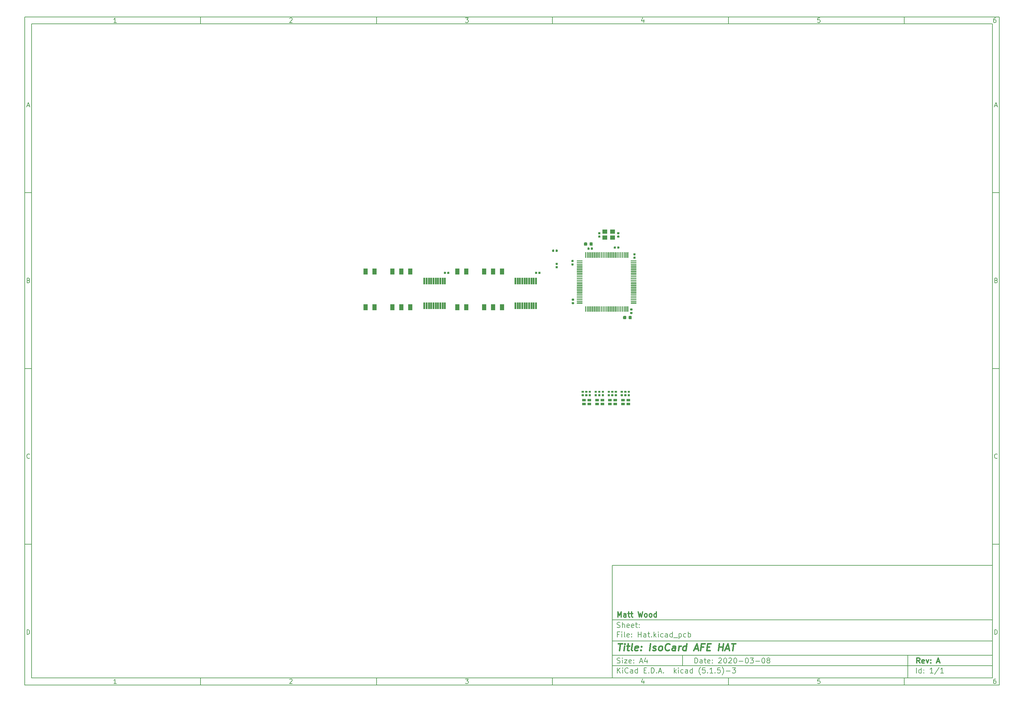
<source format=gbr>
G04 #@! TF.GenerationSoftware,KiCad,Pcbnew,(5.1.5)-3*
G04 #@! TF.CreationDate,2020-03-08T21:26:16+00:00*
G04 #@! TF.ProjectId,Hat,4861742e-6b69-4636-9164-5f7063625858,A*
G04 #@! TF.SameCoordinates,Original*
G04 #@! TF.FileFunction,Paste,Top*
G04 #@! TF.FilePolarity,Positive*
%FSLAX46Y46*%
G04 Gerber Fmt 4.6, Leading zero omitted, Abs format (unit mm)*
G04 Created by KiCad (PCBNEW (5.1.5)-3) date 2020-03-08 21:26:16*
%MOMM*%
%LPD*%
G04 APERTURE LIST*
%ADD10C,0.100000*%
%ADD11C,0.150000*%
%ADD12C,0.300000*%
%ADD13C,0.400000*%
%ADD14R,1.200000X1.800000*%
%ADD15R,0.480000X1.900000*%
%ADD16R,1.000000X0.800000*%
%ADD17R,1.400000X1.200000*%
G04 APERTURE END LIST*
D10*
D11*
X177002200Y-166007200D02*
X177002200Y-198007200D01*
X285002200Y-198007200D01*
X285002200Y-166007200D01*
X177002200Y-166007200D01*
D10*
D11*
X10000000Y-10000000D02*
X10000000Y-200007200D01*
X287002200Y-200007200D01*
X287002200Y-10000000D01*
X10000000Y-10000000D01*
D10*
D11*
X12000000Y-12000000D02*
X12000000Y-198007200D01*
X285002200Y-198007200D01*
X285002200Y-12000000D01*
X12000000Y-12000000D01*
D10*
D11*
X60000000Y-12000000D02*
X60000000Y-10000000D01*
D10*
D11*
X110000000Y-12000000D02*
X110000000Y-10000000D01*
D10*
D11*
X160000000Y-12000000D02*
X160000000Y-10000000D01*
D10*
D11*
X210000000Y-12000000D02*
X210000000Y-10000000D01*
D10*
D11*
X260000000Y-12000000D02*
X260000000Y-10000000D01*
D10*
D11*
X36065476Y-11588095D02*
X35322619Y-11588095D01*
X35694047Y-11588095D02*
X35694047Y-10288095D01*
X35570238Y-10473809D01*
X35446428Y-10597619D01*
X35322619Y-10659523D01*
D10*
D11*
X85322619Y-10411904D02*
X85384523Y-10350000D01*
X85508333Y-10288095D01*
X85817857Y-10288095D01*
X85941666Y-10350000D01*
X86003571Y-10411904D01*
X86065476Y-10535714D01*
X86065476Y-10659523D01*
X86003571Y-10845238D01*
X85260714Y-11588095D01*
X86065476Y-11588095D01*
D10*
D11*
X135260714Y-10288095D02*
X136065476Y-10288095D01*
X135632142Y-10783333D01*
X135817857Y-10783333D01*
X135941666Y-10845238D01*
X136003571Y-10907142D01*
X136065476Y-11030952D01*
X136065476Y-11340476D01*
X136003571Y-11464285D01*
X135941666Y-11526190D01*
X135817857Y-11588095D01*
X135446428Y-11588095D01*
X135322619Y-11526190D01*
X135260714Y-11464285D01*
D10*
D11*
X185941666Y-10721428D02*
X185941666Y-11588095D01*
X185632142Y-10226190D02*
X185322619Y-11154761D01*
X186127380Y-11154761D01*
D10*
D11*
X236003571Y-10288095D02*
X235384523Y-10288095D01*
X235322619Y-10907142D01*
X235384523Y-10845238D01*
X235508333Y-10783333D01*
X235817857Y-10783333D01*
X235941666Y-10845238D01*
X236003571Y-10907142D01*
X236065476Y-11030952D01*
X236065476Y-11340476D01*
X236003571Y-11464285D01*
X235941666Y-11526190D01*
X235817857Y-11588095D01*
X235508333Y-11588095D01*
X235384523Y-11526190D01*
X235322619Y-11464285D01*
D10*
D11*
X285941666Y-10288095D02*
X285694047Y-10288095D01*
X285570238Y-10350000D01*
X285508333Y-10411904D01*
X285384523Y-10597619D01*
X285322619Y-10845238D01*
X285322619Y-11340476D01*
X285384523Y-11464285D01*
X285446428Y-11526190D01*
X285570238Y-11588095D01*
X285817857Y-11588095D01*
X285941666Y-11526190D01*
X286003571Y-11464285D01*
X286065476Y-11340476D01*
X286065476Y-11030952D01*
X286003571Y-10907142D01*
X285941666Y-10845238D01*
X285817857Y-10783333D01*
X285570238Y-10783333D01*
X285446428Y-10845238D01*
X285384523Y-10907142D01*
X285322619Y-11030952D01*
D10*
D11*
X60000000Y-198007200D02*
X60000000Y-200007200D01*
D10*
D11*
X110000000Y-198007200D02*
X110000000Y-200007200D01*
D10*
D11*
X160000000Y-198007200D02*
X160000000Y-200007200D01*
D10*
D11*
X210000000Y-198007200D02*
X210000000Y-200007200D01*
D10*
D11*
X260000000Y-198007200D02*
X260000000Y-200007200D01*
D10*
D11*
X36065476Y-199595295D02*
X35322619Y-199595295D01*
X35694047Y-199595295D02*
X35694047Y-198295295D01*
X35570238Y-198481009D01*
X35446428Y-198604819D01*
X35322619Y-198666723D01*
D10*
D11*
X85322619Y-198419104D02*
X85384523Y-198357200D01*
X85508333Y-198295295D01*
X85817857Y-198295295D01*
X85941666Y-198357200D01*
X86003571Y-198419104D01*
X86065476Y-198542914D01*
X86065476Y-198666723D01*
X86003571Y-198852438D01*
X85260714Y-199595295D01*
X86065476Y-199595295D01*
D10*
D11*
X135260714Y-198295295D02*
X136065476Y-198295295D01*
X135632142Y-198790533D01*
X135817857Y-198790533D01*
X135941666Y-198852438D01*
X136003571Y-198914342D01*
X136065476Y-199038152D01*
X136065476Y-199347676D01*
X136003571Y-199471485D01*
X135941666Y-199533390D01*
X135817857Y-199595295D01*
X135446428Y-199595295D01*
X135322619Y-199533390D01*
X135260714Y-199471485D01*
D10*
D11*
X185941666Y-198728628D02*
X185941666Y-199595295D01*
X185632142Y-198233390D02*
X185322619Y-199161961D01*
X186127380Y-199161961D01*
D10*
D11*
X236003571Y-198295295D02*
X235384523Y-198295295D01*
X235322619Y-198914342D01*
X235384523Y-198852438D01*
X235508333Y-198790533D01*
X235817857Y-198790533D01*
X235941666Y-198852438D01*
X236003571Y-198914342D01*
X236065476Y-199038152D01*
X236065476Y-199347676D01*
X236003571Y-199471485D01*
X235941666Y-199533390D01*
X235817857Y-199595295D01*
X235508333Y-199595295D01*
X235384523Y-199533390D01*
X235322619Y-199471485D01*
D10*
D11*
X285941666Y-198295295D02*
X285694047Y-198295295D01*
X285570238Y-198357200D01*
X285508333Y-198419104D01*
X285384523Y-198604819D01*
X285322619Y-198852438D01*
X285322619Y-199347676D01*
X285384523Y-199471485D01*
X285446428Y-199533390D01*
X285570238Y-199595295D01*
X285817857Y-199595295D01*
X285941666Y-199533390D01*
X286003571Y-199471485D01*
X286065476Y-199347676D01*
X286065476Y-199038152D01*
X286003571Y-198914342D01*
X285941666Y-198852438D01*
X285817857Y-198790533D01*
X285570238Y-198790533D01*
X285446428Y-198852438D01*
X285384523Y-198914342D01*
X285322619Y-199038152D01*
D10*
D11*
X10000000Y-60000000D02*
X12000000Y-60000000D01*
D10*
D11*
X10000000Y-110000000D02*
X12000000Y-110000000D01*
D10*
D11*
X10000000Y-160000000D02*
X12000000Y-160000000D01*
D10*
D11*
X10690476Y-35216666D02*
X11309523Y-35216666D01*
X10566666Y-35588095D02*
X11000000Y-34288095D01*
X11433333Y-35588095D01*
D10*
D11*
X11092857Y-84907142D02*
X11278571Y-84969047D01*
X11340476Y-85030952D01*
X11402380Y-85154761D01*
X11402380Y-85340476D01*
X11340476Y-85464285D01*
X11278571Y-85526190D01*
X11154761Y-85588095D01*
X10659523Y-85588095D01*
X10659523Y-84288095D01*
X11092857Y-84288095D01*
X11216666Y-84350000D01*
X11278571Y-84411904D01*
X11340476Y-84535714D01*
X11340476Y-84659523D01*
X11278571Y-84783333D01*
X11216666Y-84845238D01*
X11092857Y-84907142D01*
X10659523Y-84907142D01*
D10*
D11*
X11402380Y-135464285D02*
X11340476Y-135526190D01*
X11154761Y-135588095D01*
X11030952Y-135588095D01*
X10845238Y-135526190D01*
X10721428Y-135402380D01*
X10659523Y-135278571D01*
X10597619Y-135030952D01*
X10597619Y-134845238D01*
X10659523Y-134597619D01*
X10721428Y-134473809D01*
X10845238Y-134350000D01*
X11030952Y-134288095D01*
X11154761Y-134288095D01*
X11340476Y-134350000D01*
X11402380Y-134411904D01*
D10*
D11*
X10659523Y-185588095D02*
X10659523Y-184288095D01*
X10969047Y-184288095D01*
X11154761Y-184350000D01*
X11278571Y-184473809D01*
X11340476Y-184597619D01*
X11402380Y-184845238D01*
X11402380Y-185030952D01*
X11340476Y-185278571D01*
X11278571Y-185402380D01*
X11154761Y-185526190D01*
X10969047Y-185588095D01*
X10659523Y-185588095D01*
D10*
D11*
X287002200Y-60000000D02*
X285002200Y-60000000D01*
D10*
D11*
X287002200Y-110000000D02*
X285002200Y-110000000D01*
D10*
D11*
X287002200Y-160000000D02*
X285002200Y-160000000D01*
D10*
D11*
X285692676Y-35216666D02*
X286311723Y-35216666D01*
X285568866Y-35588095D02*
X286002200Y-34288095D01*
X286435533Y-35588095D01*
D10*
D11*
X286095057Y-84907142D02*
X286280771Y-84969047D01*
X286342676Y-85030952D01*
X286404580Y-85154761D01*
X286404580Y-85340476D01*
X286342676Y-85464285D01*
X286280771Y-85526190D01*
X286156961Y-85588095D01*
X285661723Y-85588095D01*
X285661723Y-84288095D01*
X286095057Y-84288095D01*
X286218866Y-84350000D01*
X286280771Y-84411904D01*
X286342676Y-84535714D01*
X286342676Y-84659523D01*
X286280771Y-84783333D01*
X286218866Y-84845238D01*
X286095057Y-84907142D01*
X285661723Y-84907142D01*
D10*
D11*
X286404580Y-135464285D02*
X286342676Y-135526190D01*
X286156961Y-135588095D01*
X286033152Y-135588095D01*
X285847438Y-135526190D01*
X285723628Y-135402380D01*
X285661723Y-135278571D01*
X285599819Y-135030952D01*
X285599819Y-134845238D01*
X285661723Y-134597619D01*
X285723628Y-134473809D01*
X285847438Y-134350000D01*
X286033152Y-134288095D01*
X286156961Y-134288095D01*
X286342676Y-134350000D01*
X286404580Y-134411904D01*
D10*
D11*
X285661723Y-185588095D02*
X285661723Y-184288095D01*
X285971247Y-184288095D01*
X286156961Y-184350000D01*
X286280771Y-184473809D01*
X286342676Y-184597619D01*
X286404580Y-184845238D01*
X286404580Y-185030952D01*
X286342676Y-185278571D01*
X286280771Y-185402380D01*
X286156961Y-185526190D01*
X285971247Y-185588095D01*
X285661723Y-185588095D01*
D10*
D11*
X200434342Y-193785771D02*
X200434342Y-192285771D01*
X200791485Y-192285771D01*
X201005771Y-192357200D01*
X201148628Y-192500057D01*
X201220057Y-192642914D01*
X201291485Y-192928628D01*
X201291485Y-193142914D01*
X201220057Y-193428628D01*
X201148628Y-193571485D01*
X201005771Y-193714342D01*
X200791485Y-193785771D01*
X200434342Y-193785771D01*
X202577200Y-193785771D02*
X202577200Y-193000057D01*
X202505771Y-192857200D01*
X202362914Y-192785771D01*
X202077200Y-192785771D01*
X201934342Y-192857200D01*
X202577200Y-193714342D02*
X202434342Y-193785771D01*
X202077200Y-193785771D01*
X201934342Y-193714342D01*
X201862914Y-193571485D01*
X201862914Y-193428628D01*
X201934342Y-193285771D01*
X202077200Y-193214342D01*
X202434342Y-193214342D01*
X202577200Y-193142914D01*
X203077200Y-192785771D02*
X203648628Y-192785771D01*
X203291485Y-192285771D02*
X203291485Y-193571485D01*
X203362914Y-193714342D01*
X203505771Y-193785771D01*
X203648628Y-193785771D01*
X204720057Y-193714342D02*
X204577200Y-193785771D01*
X204291485Y-193785771D01*
X204148628Y-193714342D01*
X204077200Y-193571485D01*
X204077200Y-193000057D01*
X204148628Y-192857200D01*
X204291485Y-192785771D01*
X204577200Y-192785771D01*
X204720057Y-192857200D01*
X204791485Y-193000057D01*
X204791485Y-193142914D01*
X204077200Y-193285771D01*
X205434342Y-193642914D02*
X205505771Y-193714342D01*
X205434342Y-193785771D01*
X205362914Y-193714342D01*
X205434342Y-193642914D01*
X205434342Y-193785771D01*
X205434342Y-192857200D02*
X205505771Y-192928628D01*
X205434342Y-193000057D01*
X205362914Y-192928628D01*
X205434342Y-192857200D01*
X205434342Y-193000057D01*
X207220057Y-192428628D02*
X207291485Y-192357200D01*
X207434342Y-192285771D01*
X207791485Y-192285771D01*
X207934342Y-192357200D01*
X208005771Y-192428628D01*
X208077200Y-192571485D01*
X208077200Y-192714342D01*
X208005771Y-192928628D01*
X207148628Y-193785771D01*
X208077200Y-193785771D01*
X209005771Y-192285771D02*
X209148628Y-192285771D01*
X209291485Y-192357200D01*
X209362914Y-192428628D01*
X209434342Y-192571485D01*
X209505771Y-192857200D01*
X209505771Y-193214342D01*
X209434342Y-193500057D01*
X209362914Y-193642914D01*
X209291485Y-193714342D01*
X209148628Y-193785771D01*
X209005771Y-193785771D01*
X208862914Y-193714342D01*
X208791485Y-193642914D01*
X208720057Y-193500057D01*
X208648628Y-193214342D01*
X208648628Y-192857200D01*
X208720057Y-192571485D01*
X208791485Y-192428628D01*
X208862914Y-192357200D01*
X209005771Y-192285771D01*
X210077200Y-192428628D02*
X210148628Y-192357200D01*
X210291485Y-192285771D01*
X210648628Y-192285771D01*
X210791485Y-192357200D01*
X210862914Y-192428628D01*
X210934342Y-192571485D01*
X210934342Y-192714342D01*
X210862914Y-192928628D01*
X210005771Y-193785771D01*
X210934342Y-193785771D01*
X211862914Y-192285771D02*
X212005771Y-192285771D01*
X212148628Y-192357200D01*
X212220057Y-192428628D01*
X212291485Y-192571485D01*
X212362914Y-192857200D01*
X212362914Y-193214342D01*
X212291485Y-193500057D01*
X212220057Y-193642914D01*
X212148628Y-193714342D01*
X212005771Y-193785771D01*
X211862914Y-193785771D01*
X211720057Y-193714342D01*
X211648628Y-193642914D01*
X211577200Y-193500057D01*
X211505771Y-193214342D01*
X211505771Y-192857200D01*
X211577200Y-192571485D01*
X211648628Y-192428628D01*
X211720057Y-192357200D01*
X211862914Y-192285771D01*
X213005771Y-193214342D02*
X214148628Y-193214342D01*
X215148628Y-192285771D02*
X215291485Y-192285771D01*
X215434342Y-192357200D01*
X215505771Y-192428628D01*
X215577200Y-192571485D01*
X215648628Y-192857200D01*
X215648628Y-193214342D01*
X215577200Y-193500057D01*
X215505771Y-193642914D01*
X215434342Y-193714342D01*
X215291485Y-193785771D01*
X215148628Y-193785771D01*
X215005771Y-193714342D01*
X214934342Y-193642914D01*
X214862914Y-193500057D01*
X214791485Y-193214342D01*
X214791485Y-192857200D01*
X214862914Y-192571485D01*
X214934342Y-192428628D01*
X215005771Y-192357200D01*
X215148628Y-192285771D01*
X216148628Y-192285771D02*
X217077200Y-192285771D01*
X216577200Y-192857200D01*
X216791485Y-192857200D01*
X216934342Y-192928628D01*
X217005771Y-193000057D01*
X217077200Y-193142914D01*
X217077200Y-193500057D01*
X217005771Y-193642914D01*
X216934342Y-193714342D01*
X216791485Y-193785771D01*
X216362914Y-193785771D01*
X216220057Y-193714342D01*
X216148628Y-193642914D01*
X217720057Y-193214342D02*
X218862914Y-193214342D01*
X219862914Y-192285771D02*
X220005771Y-192285771D01*
X220148628Y-192357200D01*
X220220057Y-192428628D01*
X220291485Y-192571485D01*
X220362914Y-192857200D01*
X220362914Y-193214342D01*
X220291485Y-193500057D01*
X220220057Y-193642914D01*
X220148628Y-193714342D01*
X220005771Y-193785771D01*
X219862914Y-193785771D01*
X219720057Y-193714342D01*
X219648628Y-193642914D01*
X219577200Y-193500057D01*
X219505771Y-193214342D01*
X219505771Y-192857200D01*
X219577200Y-192571485D01*
X219648628Y-192428628D01*
X219720057Y-192357200D01*
X219862914Y-192285771D01*
X221220057Y-192928628D02*
X221077200Y-192857200D01*
X221005771Y-192785771D01*
X220934342Y-192642914D01*
X220934342Y-192571485D01*
X221005771Y-192428628D01*
X221077200Y-192357200D01*
X221220057Y-192285771D01*
X221505771Y-192285771D01*
X221648628Y-192357200D01*
X221720057Y-192428628D01*
X221791485Y-192571485D01*
X221791485Y-192642914D01*
X221720057Y-192785771D01*
X221648628Y-192857200D01*
X221505771Y-192928628D01*
X221220057Y-192928628D01*
X221077200Y-193000057D01*
X221005771Y-193071485D01*
X220934342Y-193214342D01*
X220934342Y-193500057D01*
X221005771Y-193642914D01*
X221077200Y-193714342D01*
X221220057Y-193785771D01*
X221505771Y-193785771D01*
X221648628Y-193714342D01*
X221720057Y-193642914D01*
X221791485Y-193500057D01*
X221791485Y-193214342D01*
X221720057Y-193071485D01*
X221648628Y-193000057D01*
X221505771Y-192928628D01*
D10*
D11*
X177002200Y-194507200D02*
X285002200Y-194507200D01*
D10*
D11*
X178434342Y-196585771D02*
X178434342Y-195085771D01*
X179291485Y-196585771D02*
X178648628Y-195728628D01*
X179291485Y-195085771D02*
X178434342Y-195942914D01*
X179934342Y-196585771D02*
X179934342Y-195585771D01*
X179934342Y-195085771D02*
X179862914Y-195157200D01*
X179934342Y-195228628D01*
X180005771Y-195157200D01*
X179934342Y-195085771D01*
X179934342Y-195228628D01*
X181505771Y-196442914D02*
X181434342Y-196514342D01*
X181220057Y-196585771D01*
X181077200Y-196585771D01*
X180862914Y-196514342D01*
X180720057Y-196371485D01*
X180648628Y-196228628D01*
X180577200Y-195942914D01*
X180577200Y-195728628D01*
X180648628Y-195442914D01*
X180720057Y-195300057D01*
X180862914Y-195157200D01*
X181077200Y-195085771D01*
X181220057Y-195085771D01*
X181434342Y-195157200D01*
X181505771Y-195228628D01*
X182791485Y-196585771D02*
X182791485Y-195800057D01*
X182720057Y-195657200D01*
X182577200Y-195585771D01*
X182291485Y-195585771D01*
X182148628Y-195657200D01*
X182791485Y-196514342D02*
X182648628Y-196585771D01*
X182291485Y-196585771D01*
X182148628Y-196514342D01*
X182077200Y-196371485D01*
X182077200Y-196228628D01*
X182148628Y-196085771D01*
X182291485Y-196014342D01*
X182648628Y-196014342D01*
X182791485Y-195942914D01*
X184148628Y-196585771D02*
X184148628Y-195085771D01*
X184148628Y-196514342D02*
X184005771Y-196585771D01*
X183720057Y-196585771D01*
X183577200Y-196514342D01*
X183505771Y-196442914D01*
X183434342Y-196300057D01*
X183434342Y-195871485D01*
X183505771Y-195728628D01*
X183577200Y-195657200D01*
X183720057Y-195585771D01*
X184005771Y-195585771D01*
X184148628Y-195657200D01*
X186005771Y-195800057D02*
X186505771Y-195800057D01*
X186720057Y-196585771D02*
X186005771Y-196585771D01*
X186005771Y-195085771D01*
X186720057Y-195085771D01*
X187362914Y-196442914D02*
X187434342Y-196514342D01*
X187362914Y-196585771D01*
X187291485Y-196514342D01*
X187362914Y-196442914D01*
X187362914Y-196585771D01*
X188077200Y-196585771D02*
X188077200Y-195085771D01*
X188434342Y-195085771D01*
X188648628Y-195157200D01*
X188791485Y-195300057D01*
X188862914Y-195442914D01*
X188934342Y-195728628D01*
X188934342Y-195942914D01*
X188862914Y-196228628D01*
X188791485Y-196371485D01*
X188648628Y-196514342D01*
X188434342Y-196585771D01*
X188077200Y-196585771D01*
X189577200Y-196442914D02*
X189648628Y-196514342D01*
X189577200Y-196585771D01*
X189505771Y-196514342D01*
X189577200Y-196442914D01*
X189577200Y-196585771D01*
X190220057Y-196157200D02*
X190934342Y-196157200D01*
X190077200Y-196585771D02*
X190577200Y-195085771D01*
X191077200Y-196585771D01*
X191577200Y-196442914D02*
X191648628Y-196514342D01*
X191577200Y-196585771D01*
X191505771Y-196514342D01*
X191577200Y-196442914D01*
X191577200Y-196585771D01*
X194577200Y-196585771D02*
X194577200Y-195085771D01*
X194720057Y-196014342D02*
X195148628Y-196585771D01*
X195148628Y-195585771D02*
X194577200Y-196157200D01*
X195791485Y-196585771D02*
X195791485Y-195585771D01*
X195791485Y-195085771D02*
X195720057Y-195157200D01*
X195791485Y-195228628D01*
X195862914Y-195157200D01*
X195791485Y-195085771D01*
X195791485Y-195228628D01*
X197148628Y-196514342D02*
X197005771Y-196585771D01*
X196720057Y-196585771D01*
X196577200Y-196514342D01*
X196505771Y-196442914D01*
X196434342Y-196300057D01*
X196434342Y-195871485D01*
X196505771Y-195728628D01*
X196577200Y-195657200D01*
X196720057Y-195585771D01*
X197005771Y-195585771D01*
X197148628Y-195657200D01*
X198434342Y-196585771D02*
X198434342Y-195800057D01*
X198362914Y-195657200D01*
X198220057Y-195585771D01*
X197934342Y-195585771D01*
X197791485Y-195657200D01*
X198434342Y-196514342D02*
X198291485Y-196585771D01*
X197934342Y-196585771D01*
X197791485Y-196514342D01*
X197720057Y-196371485D01*
X197720057Y-196228628D01*
X197791485Y-196085771D01*
X197934342Y-196014342D01*
X198291485Y-196014342D01*
X198434342Y-195942914D01*
X199791485Y-196585771D02*
X199791485Y-195085771D01*
X199791485Y-196514342D02*
X199648628Y-196585771D01*
X199362914Y-196585771D01*
X199220057Y-196514342D01*
X199148628Y-196442914D01*
X199077200Y-196300057D01*
X199077200Y-195871485D01*
X199148628Y-195728628D01*
X199220057Y-195657200D01*
X199362914Y-195585771D01*
X199648628Y-195585771D01*
X199791485Y-195657200D01*
X202077200Y-197157200D02*
X202005771Y-197085771D01*
X201862914Y-196871485D01*
X201791485Y-196728628D01*
X201720057Y-196514342D01*
X201648628Y-196157200D01*
X201648628Y-195871485D01*
X201720057Y-195514342D01*
X201791485Y-195300057D01*
X201862914Y-195157200D01*
X202005771Y-194942914D01*
X202077200Y-194871485D01*
X203362914Y-195085771D02*
X202648628Y-195085771D01*
X202577200Y-195800057D01*
X202648628Y-195728628D01*
X202791485Y-195657200D01*
X203148628Y-195657200D01*
X203291485Y-195728628D01*
X203362914Y-195800057D01*
X203434342Y-195942914D01*
X203434342Y-196300057D01*
X203362914Y-196442914D01*
X203291485Y-196514342D01*
X203148628Y-196585771D01*
X202791485Y-196585771D01*
X202648628Y-196514342D01*
X202577200Y-196442914D01*
X204077200Y-196442914D02*
X204148628Y-196514342D01*
X204077200Y-196585771D01*
X204005771Y-196514342D01*
X204077200Y-196442914D01*
X204077200Y-196585771D01*
X205577200Y-196585771D02*
X204720057Y-196585771D01*
X205148628Y-196585771D02*
X205148628Y-195085771D01*
X205005771Y-195300057D01*
X204862914Y-195442914D01*
X204720057Y-195514342D01*
X206220057Y-196442914D02*
X206291485Y-196514342D01*
X206220057Y-196585771D01*
X206148628Y-196514342D01*
X206220057Y-196442914D01*
X206220057Y-196585771D01*
X207648628Y-195085771D02*
X206934342Y-195085771D01*
X206862914Y-195800057D01*
X206934342Y-195728628D01*
X207077200Y-195657200D01*
X207434342Y-195657200D01*
X207577200Y-195728628D01*
X207648628Y-195800057D01*
X207720057Y-195942914D01*
X207720057Y-196300057D01*
X207648628Y-196442914D01*
X207577200Y-196514342D01*
X207434342Y-196585771D01*
X207077200Y-196585771D01*
X206934342Y-196514342D01*
X206862914Y-196442914D01*
X208220057Y-197157200D02*
X208291485Y-197085771D01*
X208434342Y-196871485D01*
X208505771Y-196728628D01*
X208577200Y-196514342D01*
X208648628Y-196157200D01*
X208648628Y-195871485D01*
X208577200Y-195514342D01*
X208505771Y-195300057D01*
X208434342Y-195157200D01*
X208291485Y-194942914D01*
X208220057Y-194871485D01*
X209362914Y-196014342D02*
X210505771Y-196014342D01*
X211077200Y-195085771D02*
X212005771Y-195085771D01*
X211505771Y-195657200D01*
X211720057Y-195657200D01*
X211862914Y-195728628D01*
X211934342Y-195800057D01*
X212005771Y-195942914D01*
X212005771Y-196300057D01*
X211934342Y-196442914D01*
X211862914Y-196514342D01*
X211720057Y-196585771D01*
X211291485Y-196585771D01*
X211148628Y-196514342D01*
X211077200Y-196442914D01*
D10*
D11*
X177002200Y-191507200D02*
X285002200Y-191507200D01*
D10*
D12*
X264411485Y-193785771D02*
X263911485Y-193071485D01*
X263554342Y-193785771D02*
X263554342Y-192285771D01*
X264125771Y-192285771D01*
X264268628Y-192357200D01*
X264340057Y-192428628D01*
X264411485Y-192571485D01*
X264411485Y-192785771D01*
X264340057Y-192928628D01*
X264268628Y-193000057D01*
X264125771Y-193071485D01*
X263554342Y-193071485D01*
X265625771Y-193714342D02*
X265482914Y-193785771D01*
X265197200Y-193785771D01*
X265054342Y-193714342D01*
X264982914Y-193571485D01*
X264982914Y-193000057D01*
X265054342Y-192857200D01*
X265197200Y-192785771D01*
X265482914Y-192785771D01*
X265625771Y-192857200D01*
X265697200Y-193000057D01*
X265697200Y-193142914D01*
X264982914Y-193285771D01*
X266197200Y-192785771D02*
X266554342Y-193785771D01*
X266911485Y-192785771D01*
X267482914Y-193642914D02*
X267554342Y-193714342D01*
X267482914Y-193785771D01*
X267411485Y-193714342D01*
X267482914Y-193642914D01*
X267482914Y-193785771D01*
X267482914Y-192857200D02*
X267554342Y-192928628D01*
X267482914Y-193000057D01*
X267411485Y-192928628D01*
X267482914Y-192857200D01*
X267482914Y-193000057D01*
X269268628Y-193357200D02*
X269982914Y-193357200D01*
X269125771Y-193785771D02*
X269625771Y-192285771D01*
X270125771Y-193785771D01*
D10*
D11*
X178362914Y-193714342D02*
X178577200Y-193785771D01*
X178934342Y-193785771D01*
X179077200Y-193714342D01*
X179148628Y-193642914D01*
X179220057Y-193500057D01*
X179220057Y-193357200D01*
X179148628Y-193214342D01*
X179077200Y-193142914D01*
X178934342Y-193071485D01*
X178648628Y-193000057D01*
X178505771Y-192928628D01*
X178434342Y-192857200D01*
X178362914Y-192714342D01*
X178362914Y-192571485D01*
X178434342Y-192428628D01*
X178505771Y-192357200D01*
X178648628Y-192285771D01*
X179005771Y-192285771D01*
X179220057Y-192357200D01*
X179862914Y-193785771D02*
X179862914Y-192785771D01*
X179862914Y-192285771D02*
X179791485Y-192357200D01*
X179862914Y-192428628D01*
X179934342Y-192357200D01*
X179862914Y-192285771D01*
X179862914Y-192428628D01*
X180434342Y-192785771D02*
X181220057Y-192785771D01*
X180434342Y-193785771D01*
X181220057Y-193785771D01*
X182362914Y-193714342D02*
X182220057Y-193785771D01*
X181934342Y-193785771D01*
X181791485Y-193714342D01*
X181720057Y-193571485D01*
X181720057Y-193000057D01*
X181791485Y-192857200D01*
X181934342Y-192785771D01*
X182220057Y-192785771D01*
X182362914Y-192857200D01*
X182434342Y-193000057D01*
X182434342Y-193142914D01*
X181720057Y-193285771D01*
X183077200Y-193642914D02*
X183148628Y-193714342D01*
X183077200Y-193785771D01*
X183005771Y-193714342D01*
X183077200Y-193642914D01*
X183077200Y-193785771D01*
X183077200Y-192857200D02*
X183148628Y-192928628D01*
X183077200Y-193000057D01*
X183005771Y-192928628D01*
X183077200Y-192857200D01*
X183077200Y-193000057D01*
X184862914Y-193357200D02*
X185577200Y-193357200D01*
X184720057Y-193785771D02*
X185220057Y-192285771D01*
X185720057Y-193785771D01*
X186862914Y-192785771D02*
X186862914Y-193785771D01*
X186505771Y-192214342D02*
X186148628Y-193285771D01*
X187077200Y-193285771D01*
D10*
D11*
X263434342Y-196585771D02*
X263434342Y-195085771D01*
X264791485Y-196585771D02*
X264791485Y-195085771D01*
X264791485Y-196514342D02*
X264648628Y-196585771D01*
X264362914Y-196585771D01*
X264220057Y-196514342D01*
X264148628Y-196442914D01*
X264077200Y-196300057D01*
X264077200Y-195871485D01*
X264148628Y-195728628D01*
X264220057Y-195657200D01*
X264362914Y-195585771D01*
X264648628Y-195585771D01*
X264791485Y-195657200D01*
X265505771Y-196442914D02*
X265577200Y-196514342D01*
X265505771Y-196585771D01*
X265434342Y-196514342D01*
X265505771Y-196442914D01*
X265505771Y-196585771D01*
X265505771Y-195657200D02*
X265577200Y-195728628D01*
X265505771Y-195800057D01*
X265434342Y-195728628D01*
X265505771Y-195657200D01*
X265505771Y-195800057D01*
X268148628Y-196585771D02*
X267291485Y-196585771D01*
X267720057Y-196585771D02*
X267720057Y-195085771D01*
X267577200Y-195300057D01*
X267434342Y-195442914D01*
X267291485Y-195514342D01*
X269862914Y-195014342D02*
X268577200Y-196942914D01*
X271148628Y-196585771D02*
X270291485Y-196585771D01*
X270720057Y-196585771D02*
X270720057Y-195085771D01*
X270577200Y-195300057D01*
X270434342Y-195442914D01*
X270291485Y-195514342D01*
D10*
D11*
X177002200Y-187507200D02*
X285002200Y-187507200D01*
D10*
D13*
X178714580Y-188211961D02*
X179857438Y-188211961D01*
X179036009Y-190211961D02*
X179286009Y-188211961D01*
X180274104Y-190211961D02*
X180440771Y-188878628D01*
X180524104Y-188211961D02*
X180416961Y-188307200D01*
X180500295Y-188402438D01*
X180607438Y-188307200D01*
X180524104Y-188211961D01*
X180500295Y-188402438D01*
X181107438Y-188878628D02*
X181869342Y-188878628D01*
X181476485Y-188211961D02*
X181262200Y-189926247D01*
X181333628Y-190116723D01*
X181512200Y-190211961D01*
X181702676Y-190211961D01*
X182655057Y-190211961D02*
X182476485Y-190116723D01*
X182405057Y-189926247D01*
X182619342Y-188211961D01*
X184190771Y-190116723D02*
X183988390Y-190211961D01*
X183607438Y-190211961D01*
X183428866Y-190116723D01*
X183357438Y-189926247D01*
X183452676Y-189164342D01*
X183571723Y-188973866D01*
X183774104Y-188878628D01*
X184155057Y-188878628D01*
X184333628Y-188973866D01*
X184405057Y-189164342D01*
X184381247Y-189354819D01*
X183405057Y-189545295D01*
X185155057Y-190021485D02*
X185238390Y-190116723D01*
X185131247Y-190211961D01*
X185047914Y-190116723D01*
X185155057Y-190021485D01*
X185131247Y-190211961D01*
X185286009Y-188973866D02*
X185369342Y-189069104D01*
X185262200Y-189164342D01*
X185178866Y-189069104D01*
X185286009Y-188973866D01*
X185262200Y-189164342D01*
X187607438Y-190211961D02*
X187857438Y-188211961D01*
X188476485Y-190116723D02*
X188655057Y-190211961D01*
X189036009Y-190211961D01*
X189238390Y-190116723D01*
X189357438Y-189926247D01*
X189369342Y-189831009D01*
X189297914Y-189640533D01*
X189119342Y-189545295D01*
X188833628Y-189545295D01*
X188655057Y-189450057D01*
X188583628Y-189259580D01*
X188595533Y-189164342D01*
X188714580Y-188973866D01*
X188916961Y-188878628D01*
X189202676Y-188878628D01*
X189381247Y-188973866D01*
X190464580Y-190211961D02*
X190286009Y-190116723D01*
X190202676Y-190021485D01*
X190131247Y-189831009D01*
X190202676Y-189259580D01*
X190321723Y-189069104D01*
X190428866Y-188973866D01*
X190631247Y-188878628D01*
X190916961Y-188878628D01*
X191095533Y-188973866D01*
X191178866Y-189069104D01*
X191250295Y-189259580D01*
X191178866Y-189831009D01*
X191059819Y-190021485D01*
X190952676Y-190116723D01*
X190750295Y-190211961D01*
X190464580Y-190211961D01*
X193155057Y-190021485D02*
X193047914Y-190116723D01*
X192750295Y-190211961D01*
X192559819Y-190211961D01*
X192286009Y-190116723D01*
X192119342Y-189926247D01*
X192047914Y-189735771D01*
X192000295Y-189354819D01*
X192036009Y-189069104D01*
X192178866Y-188688152D01*
X192297914Y-188497676D01*
X192512200Y-188307200D01*
X192809819Y-188211961D01*
X193000295Y-188211961D01*
X193274104Y-188307200D01*
X193357438Y-188402438D01*
X194845533Y-190211961D02*
X194976485Y-189164342D01*
X194905057Y-188973866D01*
X194726485Y-188878628D01*
X194345533Y-188878628D01*
X194143152Y-188973866D01*
X194857438Y-190116723D02*
X194655057Y-190211961D01*
X194178866Y-190211961D01*
X194000295Y-190116723D01*
X193928866Y-189926247D01*
X193952676Y-189735771D01*
X194071723Y-189545295D01*
X194274104Y-189450057D01*
X194750295Y-189450057D01*
X194952676Y-189354819D01*
X195797914Y-190211961D02*
X195964580Y-188878628D01*
X195916961Y-189259580D02*
X196036009Y-189069104D01*
X196143152Y-188973866D01*
X196345533Y-188878628D01*
X196536009Y-188878628D01*
X197893152Y-190211961D02*
X198143152Y-188211961D01*
X197905057Y-190116723D02*
X197702676Y-190211961D01*
X197321723Y-190211961D01*
X197143152Y-190116723D01*
X197059819Y-190021485D01*
X196988390Y-189831009D01*
X197059819Y-189259580D01*
X197178866Y-189069104D01*
X197286009Y-188973866D01*
X197488390Y-188878628D01*
X197869342Y-188878628D01*
X198047914Y-188973866D01*
X200345533Y-189640533D02*
X201297914Y-189640533D01*
X200083628Y-190211961D02*
X201000295Y-188211961D01*
X201416961Y-190211961D01*
X202881247Y-189164342D02*
X202214580Y-189164342D01*
X202083628Y-190211961D02*
X202333628Y-188211961D01*
X203286009Y-188211961D01*
X203928866Y-189164342D02*
X204595533Y-189164342D01*
X204750295Y-190211961D02*
X203797914Y-190211961D01*
X204047914Y-188211961D01*
X205000295Y-188211961D01*
X207131247Y-190211961D02*
X207381247Y-188211961D01*
X207262200Y-189164342D02*
X208405057Y-189164342D01*
X208274104Y-190211961D02*
X208524104Y-188211961D01*
X209202676Y-189640533D02*
X210155057Y-189640533D01*
X208940771Y-190211961D02*
X209857438Y-188211961D01*
X210274104Y-190211961D01*
X210905057Y-188211961D02*
X212047914Y-188211961D01*
X211226485Y-190211961D02*
X211476485Y-188211961D01*
D10*
D11*
X178934342Y-185600057D02*
X178434342Y-185600057D01*
X178434342Y-186385771D02*
X178434342Y-184885771D01*
X179148628Y-184885771D01*
X179720057Y-186385771D02*
X179720057Y-185385771D01*
X179720057Y-184885771D02*
X179648628Y-184957200D01*
X179720057Y-185028628D01*
X179791485Y-184957200D01*
X179720057Y-184885771D01*
X179720057Y-185028628D01*
X180648628Y-186385771D02*
X180505771Y-186314342D01*
X180434342Y-186171485D01*
X180434342Y-184885771D01*
X181791485Y-186314342D02*
X181648628Y-186385771D01*
X181362914Y-186385771D01*
X181220057Y-186314342D01*
X181148628Y-186171485D01*
X181148628Y-185600057D01*
X181220057Y-185457200D01*
X181362914Y-185385771D01*
X181648628Y-185385771D01*
X181791485Y-185457200D01*
X181862914Y-185600057D01*
X181862914Y-185742914D01*
X181148628Y-185885771D01*
X182505771Y-186242914D02*
X182577200Y-186314342D01*
X182505771Y-186385771D01*
X182434342Y-186314342D01*
X182505771Y-186242914D01*
X182505771Y-186385771D01*
X182505771Y-185457200D02*
X182577200Y-185528628D01*
X182505771Y-185600057D01*
X182434342Y-185528628D01*
X182505771Y-185457200D01*
X182505771Y-185600057D01*
X184362914Y-186385771D02*
X184362914Y-184885771D01*
X184362914Y-185600057D02*
X185220057Y-185600057D01*
X185220057Y-186385771D02*
X185220057Y-184885771D01*
X186577200Y-186385771D02*
X186577200Y-185600057D01*
X186505771Y-185457200D01*
X186362914Y-185385771D01*
X186077200Y-185385771D01*
X185934342Y-185457200D01*
X186577200Y-186314342D02*
X186434342Y-186385771D01*
X186077200Y-186385771D01*
X185934342Y-186314342D01*
X185862914Y-186171485D01*
X185862914Y-186028628D01*
X185934342Y-185885771D01*
X186077200Y-185814342D01*
X186434342Y-185814342D01*
X186577200Y-185742914D01*
X187077200Y-185385771D02*
X187648628Y-185385771D01*
X187291485Y-184885771D02*
X187291485Y-186171485D01*
X187362914Y-186314342D01*
X187505771Y-186385771D01*
X187648628Y-186385771D01*
X188148628Y-186242914D02*
X188220057Y-186314342D01*
X188148628Y-186385771D01*
X188077200Y-186314342D01*
X188148628Y-186242914D01*
X188148628Y-186385771D01*
X188862914Y-186385771D02*
X188862914Y-184885771D01*
X189005771Y-185814342D02*
X189434342Y-186385771D01*
X189434342Y-185385771D02*
X188862914Y-185957200D01*
X190077200Y-186385771D02*
X190077200Y-185385771D01*
X190077200Y-184885771D02*
X190005771Y-184957200D01*
X190077200Y-185028628D01*
X190148628Y-184957200D01*
X190077200Y-184885771D01*
X190077200Y-185028628D01*
X191434342Y-186314342D02*
X191291485Y-186385771D01*
X191005771Y-186385771D01*
X190862914Y-186314342D01*
X190791485Y-186242914D01*
X190720057Y-186100057D01*
X190720057Y-185671485D01*
X190791485Y-185528628D01*
X190862914Y-185457200D01*
X191005771Y-185385771D01*
X191291485Y-185385771D01*
X191434342Y-185457200D01*
X192720057Y-186385771D02*
X192720057Y-185600057D01*
X192648628Y-185457200D01*
X192505771Y-185385771D01*
X192220057Y-185385771D01*
X192077200Y-185457200D01*
X192720057Y-186314342D02*
X192577200Y-186385771D01*
X192220057Y-186385771D01*
X192077200Y-186314342D01*
X192005771Y-186171485D01*
X192005771Y-186028628D01*
X192077200Y-185885771D01*
X192220057Y-185814342D01*
X192577200Y-185814342D01*
X192720057Y-185742914D01*
X194077200Y-186385771D02*
X194077200Y-184885771D01*
X194077200Y-186314342D02*
X193934342Y-186385771D01*
X193648628Y-186385771D01*
X193505771Y-186314342D01*
X193434342Y-186242914D01*
X193362914Y-186100057D01*
X193362914Y-185671485D01*
X193434342Y-185528628D01*
X193505771Y-185457200D01*
X193648628Y-185385771D01*
X193934342Y-185385771D01*
X194077200Y-185457200D01*
X194434342Y-186528628D02*
X195577200Y-186528628D01*
X195934342Y-185385771D02*
X195934342Y-186885771D01*
X195934342Y-185457200D02*
X196077200Y-185385771D01*
X196362914Y-185385771D01*
X196505771Y-185457200D01*
X196577200Y-185528628D01*
X196648628Y-185671485D01*
X196648628Y-186100057D01*
X196577200Y-186242914D01*
X196505771Y-186314342D01*
X196362914Y-186385771D01*
X196077200Y-186385771D01*
X195934342Y-186314342D01*
X197934342Y-186314342D02*
X197791485Y-186385771D01*
X197505771Y-186385771D01*
X197362914Y-186314342D01*
X197291485Y-186242914D01*
X197220057Y-186100057D01*
X197220057Y-185671485D01*
X197291485Y-185528628D01*
X197362914Y-185457200D01*
X197505771Y-185385771D01*
X197791485Y-185385771D01*
X197934342Y-185457200D01*
X198577200Y-186385771D02*
X198577200Y-184885771D01*
X198577200Y-185457200D02*
X198720057Y-185385771D01*
X199005771Y-185385771D01*
X199148628Y-185457200D01*
X199220057Y-185528628D01*
X199291485Y-185671485D01*
X199291485Y-186100057D01*
X199220057Y-186242914D01*
X199148628Y-186314342D01*
X199005771Y-186385771D01*
X198720057Y-186385771D01*
X198577200Y-186314342D01*
D10*
D11*
X177002200Y-181507200D02*
X285002200Y-181507200D01*
D10*
D11*
X178362914Y-183614342D02*
X178577200Y-183685771D01*
X178934342Y-183685771D01*
X179077200Y-183614342D01*
X179148628Y-183542914D01*
X179220057Y-183400057D01*
X179220057Y-183257200D01*
X179148628Y-183114342D01*
X179077200Y-183042914D01*
X178934342Y-182971485D01*
X178648628Y-182900057D01*
X178505771Y-182828628D01*
X178434342Y-182757200D01*
X178362914Y-182614342D01*
X178362914Y-182471485D01*
X178434342Y-182328628D01*
X178505771Y-182257200D01*
X178648628Y-182185771D01*
X179005771Y-182185771D01*
X179220057Y-182257200D01*
X179862914Y-183685771D02*
X179862914Y-182185771D01*
X180505771Y-183685771D02*
X180505771Y-182900057D01*
X180434342Y-182757200D01*
X180291485Y-182685771D01*
X180077200Y-182685771D01*
X179934342Y-182757200D01*
X179862914Y-182828628D01*
X181791485Y-183614342D02*
X181648628Y-183685771D01*
X181362914Y-183685771D01*
X181220057Y-183614342D01*
X181148628Y-183471485D01*
X181148628Y-182900057D01*
X181220057Y-182757200D01*
X181362914Y-182685771D01*
X181648628Y-182685771D01*
X181791485Y-182757200D01*
X181862914Y-182900057D01*
X181862914Y-183042914D01*
X181148628Y-183185771D01*
X183077200Y-183614342D02*
X182934342Y-183685771D01*
X182648628Y-183685771D01*
X182505771Y-183614342D01*
X182434342Y-183471485D01*
X182434342Y-182900057D01*
X182505771Y-182757200D01*
X182648628Y-182685771D01*
X182934342Y-182685771D01*
X183077200Y-182757200D01*
X183148628Y-182900057D01*
X183148628Y-183042914D01*
X182434342Y-183185771D01*
X183577200Y-182685771D02*
X184148628Y-182685771D01*
X183791485Y-182185771D02*
X183791485Y-183471485D01*
X183862914Y-183614342D01*
X184005771Y-183685771D01*
X184148628Y-183685771D01*
X184648628Y-183542914D02*
X184720057Y-183614342D01*
X184648628Y-183685771D01*
X184577200Y-183614342D01*
X184648628Y-183542914D01*
X184648628Y-183685771D01*
X184648628Y-182757200D02*
X184720057Y-182828628D01*
X184648628Y-182900057D01*
X184577200Y-182828628D01*
X184648628Y-182757200D01*
X184648628Y-182900057D01*
D10*
D12*
X178554342Y-180685771D02*
X178554342Y-179185771D01*
X179054342Y-180257200D01*
X179554342Y-179185771D01*
X179554342Y-180685771D01*
X180911485Y-180685771D02*
X180911485Y-179900057D01*
X180840057Y-179757200D01*
X180697200Y-179685771D01*
X180411485Y-179685771D01*
X180268628Y-179757200D01*
X180911485Y-180614342D02*
X180768628Y-180685771D01*
X180411485Y-180685771D01*
X180268628Y-180614342D01*
X180197200Y-180471485D01*
X180197200Y-180328628D01*
X180268628Y-180185771D01*
X180411485Y-180114342D01*
X180768628Y-180114342D01*
X180911485Y-180042914D01*
X181411485Y-179685771D02*
X181982914Y-179685771D01*
X181625771Y-179185771D02*
X181625771Y-180471485D01*
X181697200Y-180614342D01*
X181840057Y-180685771D01*
X181982914Y-180685771D01*
X182268628Y-179685771D02*
X182840057Y-179685771D01*
X182482914Y-179185771D02*
X182482914Y-180471485D01*
X182554342Y-180614342D01*
X182697200Y-180685771D01*
X182840057Y-180685771D01*
X184340057Y-179185771D02*
X184697200Y-180685771D01*
X184982914Y-179614342D01*
X185268628Y-180685771D01*
X185625771Y-179185771D01*
X186411485Y-180685771D02*
X186268628Y-180614342D01*
X186197200Y-180542914D01*
X186125771Y-180400057D01*
X186125771Y-179971485D01*
X186197200Y-179828628D01*
X186268628Y-179757200D01*
X186411485Y-179685771D01*
X186625771Y-179685771D01*
X186768628Y-179757200D01*
X186840057Y-179828628D01*
X186911485Y-179971485D01*
X186911485Y-180400057D01*
X186840057Y-180542914D01*
X186768628Y-180614342D01*
X186625771Y-180685771D01*
X186411485Y-180685771D01*
X187768628Y-180685771D02*
X187625771Y-180614342D01*
X187554342Y-180542914D01*
X187482914Y-180400057D01*
X187482914Y-179971485D01*
X187554342Y-179828628D01*
X187625771Y-179757200D01*
X187768628Y-179685771D01*
X187982914Y-179685771D01*
X188125771Y-179757200D01*
X188197200Y-179828628D01*
X188268628Y-179971485D01*
X188268628Y-180400057D01*
X188197200Y-180542914D01*
X188125771Y-180614342D01*
X187982914Y-180685771D01*
X187768628Y-180685771D01*
X189554342Y-180685771D02*
X189554342Y-179185771D01*
X189554342Y-180614342D02*
X189411485Y-180685771D01*
X189125771Y-180685771D01*
X188982914Y-180614342D01*
X188911485Y-180542914D01*
X188840057Y-180400057D01*
X188840057Y-179971485D01*
X188911485Y-179828628D01*
X188982914Y-179757200D01*
X189125771Y-179685771D01*
X189411485Y-179685771D01*
X189554342Y-179757200D01*
D10*
D11*
X197002200Y-191507200D02*
X197002200Y-194507200D01*
D10*
D11*
X261002200Y-191507200D02*
X261002200Y-198007200D01*
D10*
G36*
X161346958Y-76180710D02*
G01*
X161361276Y-76182834D01*
X161375317Y-76186351D01*
X161388946Y-76191228D01*
X161402031Y-76197417D01*
X161414447Y-76204858D01*
X161426073Y-76213481D01*
X161436798Y-76223202D01*
X161446519Y-76233927D01*
X161455142Y-76245553D01*
X161462583Y-76257969D01*
X161468772Y-76271054D01*
X161473649Y-76284683D01*
X161477166Y-76298724D01*
X161479290Y-76313042D01*
X161480000Y-76327500D01*
X161480000Y-76672500D01*
X161479290Y-76686958D01*
X161477166Y-76701276D01*
X161473649Y-76715317D01*
X161468772Y-76728946D01*
X161462583Y-76742031D01*
X161455142Y-76754447D01*
X161446519Y-76766073D01*
X161436798Y-76776798D01*
X161426073Y-76786519D01*
X161414447Y-76795142D01*
X161402031Y-76802583D01*
X161388946Y-76808772D01*
X161375317Y-76813649D01*
X161361276Y-76817166D01*
X161346958Y-76819290D01*
X161332500Y-76820000D01*
X161037500Y-76820000D01*
X161023042Y-76819290D01*
X161008724Y-76817166D01*
X160994683Y-76813649D01*
X160981054Y-76808772D01*
X160967969Y-76802583D01*
X160955553Y-76795142D01*
X160943927Y-76786519D01*
X160933202Y-76776798D01*
X160923481Y-76766073D01*
X160914858Y-76754447D01*
X160907417Y-76742031D01*
X160901228Y-76728946D01*
X160896351Y-76715317D01*
X160892834Y-76701276D01*
X160890710Y-76686958D01*
X160890000Y-76672500D01*
X160890000Y-76327500D01*
X160890710Y-76313042D01*
X160892834Y-76298724D01*
X160896351Y-76284683D01*
X160901228Y-76271054D01*
X160907417Y-76257969D01*
X160914858Y-76245553D01*
X160923481Y-76233927D01*
X160933202Y-76223202D01*
X160943927Y-76213481D01*
X160955553Y-76204858D01*
X160967969Y-76197417D01*
X160981054Y-76191228D01*
X160994683Y-76186351D01*
X161008724Y-76182834D01*
X161023042Y-76180710D01*
X161037500Y-76180000D01*
X161332500Y-76180000D01*
X161346958Y-76180710D01*
G37*
G36*
X160376958Y-76180710D02*
G01*
X160391276Y-76182834D01*
X160405317Y-76186351D01*
X160418946Y-76191228D01*
X160432031Y-76197417D01*
X160444447Y-76204858D01*
X160456073Y-76213481D01*
X160466798Y-76223202D01*
X160476519Y-76233927D01*
X160485142Y-76245553D01*
X160492583Y-76257969D01*
X160498772Y-76271054D01*
X160503649Y-76284683D01*
X160507166Y-76298724D01*
X160509290Y-76313042D01*
X160510000Y-76327500D01*
X160510000Y-76672500D01*
X160509290Y-76686958D01*
X160507166Y-76701276D01*
X160503649Y-76715317D01*
X160498772Y-76728946D01*
X160492583Y-76742031D01*
X160485142Y-76754447D01*
X160476519Y-76766073D01*
X160466798Y-76776798D01*
X160456073Y-76786519D01*
X160444447Y-76795142D01*
X160432031Y-76802583D01*
X160418946Y-76808772D01*
X160405317Y-76813649D01*
X160391276Y-76817166D01*
X160376958Y-76819290D01*
X160362500Y-76820000D01*
X160067500Y-76820000D01*
X160053042Y-76819290D01*
X160038724Y-76817166D01*
X160024683Y-76813649D01*
X160011054Y-76808772D01*
X159997969Y-76802583D01*
X159985553Y-76795142D01*
X159973927Y-76786519D01*
X159963202Y-76776798D01*
X159953481Y-76766073D01*
X159944858Y-76754447D01*
X159937417Y-76742031D01*
X159931228Y-76728946D01*
X159926351Y-76715317D01*
X159922834Y-76701276D01*
X159920710Y-76686958D01*
X159920000Y-76672500D01*
X159920000Y-76327500D01*
X159920710Y-76313042D01*
X159922834Y-76298724D01*
X159926351Y-76284683D01*
X159931228Y-76271054D01*
X159937417Y-76257969D01*
X159944858Y-76245553D01*
X159953481Y-76233927D01*
X159963202Y-76223202D01*
X159973927Y-76213481D01*
X159985553Y-76204858D01*
X159997969Y-76197417D01*
X160011054Y-76191228D01*
X160024683Y-76186351D01*
X160038724Y-76182834D01*
X160053042Y-76180710D01*
X160067500Y-76180000D01*
X160362500Y-76180000D01*
X160376958Y-76180710D01*
G37*
G36*
X161386958Y-80890710D02*
G01*
X161401276Y-80892834D01*
X161415317Y-80896351D01*
X161428946Y-80901228D01*
X161442031Y-80907417D01*
X161454447Y-80914858D01*
X161466073Y-80923481D01*
X161476798Y-80933202D01*
X161486519Y-80943927D01*
X161495142Y-80955553D01*
X161502583Y-80967969D01*
X161508772Y-80981054D01*
X161513649Y-80994683D01*
X161517166Y-81008724D01*
X161519290Y-81023042D01*
X161520000Y-81037500D01*
X161520000Y-81332500D01*
X161519290Y-81346958D01*
X161517166Y-81361276D01*
X161513649Y-81375317D01*
X161508772Y-81388946D01*
X161502583Y-81402031D01*
X161495142Y-81414447D01*
X161486519Y-81426073D01*
X161476798Y-81436798D01*
X161466073Y-81446519D01*
X161454447Y-81455142D01*
X161442031Y-81462583D01*
X161428946Y-81468772D01*
X161415317Y-81473649D01*
X161401276Y-81477166D01*
X161386958Y-81479290D01*
X161372500Y-81480000D01*
X161027500Y-81480000D01*
X161013042Y-81479290D01*
X160998724Y-81477166D01*
X160984683Y-81473649D01*
X160971054Y-81468772D01*
X160957969Y-81462583D01*
X160945553Y-81455142D01*
X160933927Y-81446519D01*
X160923202Y-81436798D01*
X160913481Y-81426073D01*
X160904858Y-81414447D01*
X160897417Y-81402031D01*
X160891228Y-81388946D01*
X160886351Y-81375317D01*
X160882834Y-81361276D01*
X160880710Y-81346958D01*
X160880000Y-81332500D01*
X160880000Y-81037500D01*
X160880710Y-81023042D01*
X160882834Y-81008724D01*
X160886351Y-80994683D01*
X160891228Y-80981054D01*
X160897417Y-80967969D01*
X160904858Y-80955553D01*
X160913481Y-80943927D01*
X160923202Y-80933202D01*
X160933927Y-80923481D01*
X160945553Y-80914858D01*
X160957969Y-80907417D01*
X160971054Y-80901228D01*
X160984683Y-80896351D01*
X160998724Y-80892834D01*
X161013042Y-80890710D01*
X161027500Y-80890000D01*
X161372500Y-80890000D01*
X161386958Y-80890710D01*
G37*
G36*
X161386958Y-79920710D02*
G01*
X161401276Y-79922834D01*
X161415317Y-79926351D01*
X161428946Y-79931228D01*
X161442031Y-79937417D01*
X161454447Y-79944858D01*
X161466073Y-79953481D01*
X161476798Y-79963202D01*
X161486519Y-79973927D01*
X161495142Y-79985553D01*
X161502583Y-79997969D01*
X161508772Y-80011054D01*
X161513649Y-80024683D01*
X161517166Y-80038724D01*
X161519290Y-80053042D01*
X161520000Y-80067500D01*
X161520000Y-80362500D01*
X161519290Y-80376958D01*
X161517166Y-80391276D01*
X161513649Y-80405317D01*
X161508772Y-80418946D01*
X161502583Y-80432031D01*
X161495142Y-80444447D01*
X161486519Y-80456073D01*
X161476798Y-80466798D01*
X161466073Y-80476519D01*
X161454447Y-80485142D01*
X161442031Y-80492583D01*
X161428946Y-80498772D01*
X161415317Y-80503649D01*
X161401276Y-80507166D01*
X161386958Y-80509290D01*
X161372500Y-80510000D01*
X161027500Y-80510000D01*
X161013042Y-80509290D01*
X160998724Y-80507166D01*
X160984683Y-80503649D01*
X160971054Y-80498772D01*
X160957969Y-80492583D01*
X160945553Y-80485142D01*
X160933927Y-80476519D01*
X160923202Y-80466798D01*
X160913481Y-80456073D01*
X160904858Y-80444447D01*
X160897417Y-80432031D01*
X160891228Y-80418946D01*
X160886351Y-80405317D01*
X160882834Y-80391276D01*
X160880710Y-80376958D01*
X160880000Y-80362500D01*
X160880000Y-80067500D01*
X160880710Y-80053042D01*
X160882834Y-80038724D01*
X160886351Y-80024683D01*
X160891228Y-80011054D01*
X160897417Y-79997969D01*
X160904858Y-79985553D01*
X160913481Y-79973927D01*
X160923202Y-79963202D01*
X160933927Y-79953481D01*
X160945553Y-79944858D01*
X160957969Y-79937417D01*
X160971054Y-79931228D01*
X160984683Y-79926351D01*
X160998724Y-79922834D01*
X161013042Y-79920710D01*
X161027500Y-79920000D01*
X161372500Y-79920000D01*
X161386958Y-79920710D01*
G37*
G36*
X169786958Y-117290710D02*
G01*
X169801276Y-117292834D01*
X169815317Y-117296351D01*
X169828946Y-117301228D01*
X169842031Y-117307417D01*
X169854447Y-117314858D01*
X169866073Y-117323481D01*
X169876798Y-117333202D01*
X169886519Y-117343927D01*
X169895142Y-117355553D01*
X169902583Y-117367969D01*
X169908772Y-117381054D01*
X169913649Y-117394683D01*
X169917166Y-117408724D01*
X169919290Y-117423042D01*
X169920000Y-117437500D01*
X169920000Y-117732500D01*
X169919290Y-117746958D01*
X169917166Y-117761276D01*
X169913649Y-117775317D01*
X169908772Y-117788946D01*
X169902583Y-117802031D01*
X169895142Y-117814447D01*
X169886519Y-117826073D01*
X169876798Y-117836798D01*
X169866073Y-117846519D01*
X169854447Y-117855142D01*
X169842031Y-117862583D01*
X169828946Y-117868772D01*
X169815317Y-117873649D01*
X169801276Y-117877166D01*
X169786958Y-117879290D01*
X169772500Y-117880000D01*
X169427500Y-117880000D01*
X169413042Y-117879290D01*
X169398724Y-117877166D01*
X169384683Y-117873649D01*
X169371054Y-117868772D01*
X169357969Y-117862583D01*
X169345553Y-117855142D01*
X169333927Y-117846519D01*
X169323202Y-117836798D01*
X169313481Y-117826073D01*
X169304858Y-117814447D01*
X169297417Y-117802031D01*
X169291228Y-117788946D01*
X169286351Y-117775317D01*
X169282834Y-117761276D01*
X169280710Y-117746958D01*
X169280000Y-117732500D01*
X169280000Y-117437500D01*
X169280710Y-117423042D01*
X169282834Y-117408724D01*
X169286351Y-117394683D01*
X169291228Y-117381054D01*
X169297417Y-117367969D01*
X169304858Y-117355553D01*
X169313481Y-117343927D01*
X169323202Y-117333202D01*
X169333927Y-117323481D01*
X169345553Y-117314858D01*
X169357969Y-117307417D01*
X169371054Y-117301228D01*
X169384683Y-117296351D01*
X169398724Y-117292834D01*
X169413042Y-117290710D01*
X169427500Y-117290000D01*
X169772500Y-117290000D01*
X169786958Y-117290710D01*
G37*
G36*
X169786958Y-116320710D02*
G01*
X169801276Y-116322834D01*
X169815317Y-116326351D01*
X169828946Y-116331228D01*
X169842031Y-116337417D01*
X169854447Y-116344858D01*
X169866073Y-116353481D01*
X169876798Y-116363202D01*
X169886519Y-116373927D01*
X169895142Y-116385553D01*
X169902583Y-116397969D01*
X169908772Y-116411054D01*
X169913649Y-116424683D01*
X169917166Y-116438724D01*
X169919290Y-116453042D01*
X169920000Y-116467500D01*
X169920000Y-116762500D01*
X169919290Y-116776958D01*
X169917166Y-116791276D01*
X169913649Y-116805317D01*
X169908772Y-116818946D01*
X169902583Y-116832031D01*
X169895142Y-116844447D01*
X169886519Y-116856073D01*
X169876798Y-116866798D01*
X169866073Y-116876519D01*
X169854447Y-116885142D01*
X169842031Y-116892583D01*
X169828946Y-116898772D01*
X169815317Y-116903649D01*
X169801276Y-116907166D01*
X169786958Y-116909290D01*
X169772500Y-116910000D01*
X169427500Y-116910000D01*
X169413042Y-116909290D01*
X169398724Y-116907166D01*
X169384683Y-116903649D01*
X169371054Y-116898772D01*
X169357969Y-116892583D01*
X169345553Y-116885142D01*
X169333927Y-116876519D01*
X169323202Y-116866798D01*
X169313481Y-116856073D01*
X169304858Y-116844447D01*
X169297417Y-116832031D01*
X169291228Y-116818946D01*
X169286351Y-116805317D01*
X169282834Y-116791276D01*
X169280710Y-116776958D01*
X169280000Y-116762500D01*
X169280000Y-116467500D01*
X169280710Y-116453042D01*
X169282834Y-116438724D01*
X169286351Y-116424683D01*
X169291228Y-116411054D01*
X169297417Y-116397969D01*
X169304858Y-116385553D01*
X169313481Y-116373927D01*
X169323202Y-116363202D01*
X169333927Y-116353481D01*
X169345553Y-116344858D01*
X169357969Y-116337417D01*
X169371054Y-116331228D01*
X169384683Y-116326351D01*
X169398724Y-116322834D01*
X169413042Y-116320710D01*
X169427500Y-116320000D01*
X169772500Y-116320000D01*
X169786958Y-116320710D01*
G37*
G36*
X173486958Y-117290710D02*
G01*
X173501276Y-117292834D01*
X173515317Y-117296351D01*
X173528946Y-117301228D01*
X173542031Y-117307417D01*
X173554447Y-117314858D01*
X173566073Y-117323481D01*
X173576798Y-117333202D01*
X173586519Y-117343927D01*
X173595142Y-117355553D01*
X173602583Y-117367969D01*
X173608772Y-117381054D01*
X173613649Y-117394683D01*
X173617166Y-117408724D01*
X173619290Y-117423042D01*
X173620000Y-117437500D01*
X173620000Y-117732500D01*
X173619290Y-117746958D01*
X173617166Y-117761276D01*
X173613649Y-117775317D01*
X173608772Y-117788946D01*
X173602583Y-117802031D01*
X173595142Y-117814447D01*
X173586519Y-117826073D01*
X173576798Y-117836798D01*
X173566073Y-117846519D01*
X173554447Y-117855142D01*
X173542031Y-117862583D01*
X173528946Y-117868772D01*
X173515317Y-117873649D01*
X173501276Y-117877166D01*
X173486958Y-117879290D01*
X173472500Y-117880000D01*
X173127500Y-117880000D01*
X173113042Y-117879290D01*
X173098724Y-117877166D01*
X173084683Y-117873649D01*
X173071054Y-117868772D01*
X173057969Y-117862583D01*
X173045553Y-117855142D01*
X173033927Y-117846519D01*
X173023202Y-117836798D01*
X173013481Y-117826073D01*
X173004858Y-117814447D01*
X172997417Y-117802031D01*
X172991228Y-117788946D01*
X172986351Y-117775317D01*
X172982834Y-117761276D01*
X172980710Y-117746958D01*
X172980000Y-117732500D01*
X172980000Y-117437500D01*
X172980710Y-117423042D01*
X172982834Y-117408724D01*
X172986351Y-117394683D01*
X172991228Y-117381054D01*
X172997417Y-117367969D01*
X173004858Y-117355553D01*
X173013481Y-117343927D01*
X173023202Y-117333202D01*
X173033927Y-117323481D01*
X173045553Y-117314858D01*
X173057969Y-117307417D01*
X173071054Y-117301228D01*
X173084683Y-117296351D01*
X173098724Y-117292834D01*
X173113042Y-117290710D01*
X173127500Y-117290000D01*
X173472500Y-117290000D01*
X173486958Y-117290710D01*
G37*
G36*
X173486958Y-116320710D02*
G01*
X173501276Y-116322834D01*
X173515317Y-116326351D01*
X173528946Y-116331228D01*
X173542031Y-116337417D01*
X173554447Y-116344858D01*
X173566073Y-116353481D01*
X173576798Y-116363202D01*
X173586519Y-116373927D01*
X173595142Y-116385553D01*
X173602583Y-116397969D01*
X173608772Y-116411054D01*
X173613649Y-116424683D01*
X173617166Y-116438724D01*
X173619290Y-116453042D01*
X173620000Y-116467500D01*
X173620000Y-116762500D01*
X173619290Y-116776958D01*
X173617166Y-116791276D01*
X173613649Y-116805317D01*
X173608772Y-116818946D01*
X173602583Y-116832031D01*
X173595142Y-116844447D01*
X173586519Y-116856073D01*
X173576798Y-116866798D01*
X173566073Y-116876519D01*
X173554447Y-116885142D01*
X173542031Y-116892583D01*
X173528946Y-116898772D01*
X173515317Y-116903649D01*
X173501276Y-116907166D01*
X173486958Y-116909290D01*
X173472500Y-116910000D01*
X173127500Y-116910000D01*
X173113042Y-116909290D01*
X173098724Y-116907166D01*
X173084683Y-116903649D01*
X173071054Y-116898772D01*
X173057969Y-116892583D01*
X173045553Y-116885142D01*
X173033927Y-116876519D01*
X173023202Y-116866798D01*
X173013481Y-116856073D01*
X173004858Y-116844447D01*
X172997417Y-116832031D01*
X172991228Y-116818946D01*
X172986351Y-116805317D01*
X172982834Y-116791276D01*
X172980710Y-116776958D01*
X172980000Y-116762500D01*
X172980000Y-116467500D01*
X172980710Y-116453042D01*
X172982834Y-116438724D01*
X172986351Y-116424683D01*
X172991228Y-116411054D01*
X172997417Y-116397969D01*
X173004858Y-116385553D01*
X173013481Y-116373927D01*
X173023202Y-116363202D01*
X173033927Y-116353481D01*
X173045553Y-116344858D01*
X173057969Y-116337417D01*
X173071054Y-116331228D01*
X173084683Y-116326351D01*
X173098724Y-116322834D01*
X173113042Y-116320710D01*
X173127500Y-116320000D01*
X173472500Y-116320000D01*
X173486958Y-116320710D01*
G37*
G36*
X177186958Y-117290710D02*
G01*
X177201276Y-117292834D01*
X177215317Y-117296351D01*
X177228946Y-117301228D01*
X177242031Y-117307417D01*
X177254447Y-117314858D01*
X177266073Y-117323481D01*
X177276798Y-117333202D01*
X177286519Y-117343927D01*
X177295142Y-117355553D01*
X177302583Y-117367969D01*
X177308772Y-117381054D01*
X177313649Y-117394683D01*
X177317166Y-117408724D01*
X177319290Y-117423042D01*
X177320000Y-117437500D01*
X177320000Y-117732500D01*
X177319290Y-117746958D01*
X177317166Y-117761276D01*
X177313649Y-117775317D01*
X177308772Y-117788946D01*
X177302583Y-117802031D01*
X177295142Y-117814447D01*
X177286519Y-117826073D01*
X177276798Y-117836798D01*
X177266073Y-117846519D01*
X177254447Y-117855142D01*
X177242031Y-117862583D01*
X177228946Y-117868772D01*
X177215317Y-117873649D01*
X177201276Y-117877166D01*
X177186958Y-117879290D01*
X177172500Y-117880000D01*
X176827500Y-117880000D01*
X176813042Y-117879290D01*
X176798724Y-117877166D01*
X176784683Y-117873649D01*
X176771054Y-117868772D01*
X176757969Y-117862583D01*
X176745553Y-117855142D01*
X176733927Y-117846519D01*
X176723202Y-117836798D01*
X176713481Y-117826073D01*
X176704858Y-117814447D01*
X176697417Y-117802031D01*
X176691228Y-117788946D01*
X176686351Y-117775317D01*
X176682834Y-117761276D01*
X176680710Y-117746958D01*
X176680000Y-117732500D01*
X176680000Y-117437500D01*
X176680710Y-117423042D01*
X176682834Y-117408724D01*
X176686351Y-117394683D01*
X176691228Y-117381054D01*
X176697417Y-117367969D01*
X176704858Y-117355553D01*
X176713481Y-117343927D01*
X176723202Y-117333202D01*
X176733927Y-117323481D01*
X176745553Y-117314858D01*
X176757969Y-117307417D01*
X176771054Y-117301228D01*
X176784683Y-117296351D01*
X176798724Y-117292834D01*
X176813042Y-117290710D01*
X176827500Y-117290000D01*
X177172500Y-117290000D01*
X177186958Y-117290710D01*
G37*
G36*
X177186958Y-116320710D02*
G01*
X177201276Y-116322834D01*
X177215317Y-116326351D01*
X177228946Y-116331228D01*
X177242031Y-116337417D01*
X177254447Y-116344858D01*
X177266073Y-116353481D01*
X177276798Y-116363202D01*
X177286519Y-116373927D01*
X177295142Y-116385553D01*
X177302583Y-116397969D01*
X177308772Y-116411054D01*
X177313649Y-116424683D01*
X177317166Y-116438724D01*
X177319290Y-116453042D01*
X177320000Y-116467500D01*
X177320000Y-116762500D01*
X177319290Y-116776958D01*
X177317166Y-116791276D01*
X177313649Y-116805317D01*
X177308772Y-116818946D01*
X177302583Y-116832031D01*
X177295142Y-116844447D01*
X177286519Y-116856073D01*
X177276798Y-116866798D01*
X177266073Y-116876519D01*
X177254447Y-116885142D01*
X177242031Y-116892583D01*
X177228946Y-116898772D01*
X177215317Y-116903649D01*
X177201276Y-116907166D01*
X177186958Y-116909290D01*
X177172500Y-116910000D01*
X176827500Y-116910000D01*
X176813042Y-116909290D01*
X176798724Y-116907166D01*
X176784683Y-116903649D01*
X176771054Y-116898772D01*
X176757969Y-116892583D01*
X176745553Y-116885142D01*
X176733927Y-116876519D01*
X176723202Y-116866798D01*
X176713481Y-116856073D01*
X176704858Y-116844447D01*
X176697417Y-116832031D01*
X176691228Y-116818946D01*
X176686351Y-116805317D01*
X176682834Y-116791276D01*
X176680710Y-116776958D01*
X176680000Y-116762500D01*
X176680000Y-116467500D01*
X176680710Y-116453042D01*
X176682834Y-116438724D01*
X176686351Y-116424683D01*
X176691228Y-116411054D01*
X176697417Y-116397969D01*
X176704858Y-116385553D01*
X176713481Y-116373927D01*
X176723202Y-116363202D01*
X176733927Y-116353481D01*
X176745553Y-116344858D01*
X176757969Y-116337417D01*
X176771054Y-116331228D01*
X176784683Y-116326351D01*
X176798724Y-116322834D01*
X176813042Y-116320710D01*
X176827500Y-116320000D01*
X177172500Y-116320000D01*
X177186958Y-116320710D01*
G37*
G36*
X180886958Y-117290710D02*
G01*
X180901276Y-117292834D01*
X180915317Y-117296351D01*
X180928946Y-117301228D01*
X180942031Y-117307417D01*
X180954447Y-117314858D01*
X180966073Y-117323481D01*
X180976798Y-117333202D01*
X180986519Y-117343927D01*
X180995142Y-117355553D01*
X181002583Y-117367969D01*
X181008772Y-117381054D01*
X181013649Y-117394683D01*
X181017166Y-117408724D01*
X181019290Y-117423042D01*
X181020000Y-117437500D01*
X181020000Y-117732500D01*
X181019290Y-117746958D01*
X181017166Y-117761276D01*
X181013649Y-117775317D01*
X181008772Y-117788946D01*
X181002583Y-117802031D01*
X180995142Y-117814447D01*
X180986519Y-117826073D01*
X180976798Y-117836798D01*
X180966073Y-117846519D01*
X180954447Y-117855142D01*
X180942031Y-117862583D01*
X180928946Y-117868772D01*
X180915317Y-117873649D01*
X180901276Y-117877166D01*
X180886958Y-117879290D01*
X180872500Y-117880000D01*
X180527500Y-117880000D01*
X180513042Y-117879290D01*
X180498724Y-117877166D01*
X180484683Y-117873649D01*
X180471054Y-117868772D01*
X180457969Y-117862583D01*
X180445553Y-117855142D01*
X180433927Y-117846519D01*
X180423202Y-117836798D01*
X180413481Y-117826073D01*
X180404858Y-117814447D01*
X180397417Y-117802031D01*
X180391228Y-117788946D01*
X180386351Y-117775317D01*
X180382834Y-117761276D01*
X180380710Y-117746958D01*
X180380000Y-117732500D01*
X180380000Y-117437500D01*
X180380710Y-117423042D01*
X180382834Y-117408724D01*
X180386351Y-117394683D01*
X180391228Y-117381054D01*
X180397417Y-117367969D01*
X180404858Y-117355553D01*
X180413481Y-117343927D01*
X180423202Y-117333202D01*
X180433927Y-117323481D01*
X180445553Y-117314858D01*
X180457969Y-117307417D01*
X180471054Y-117301228D01*
X180484683Y-117296351D01*
X180498724Y-117292834D01*
X180513042Y-117290710D01*
X180527500Y-117290000D01*
X180872500Y-117290000D01*
X180886958Y-117290710D01*
G37*
G36*
X180886958Y-116320710D02*
G01*
X180901276Y-116322834D01*
X180915317Y-116326351D01*
X180928946Y-116331228D01*
X180942031Y-116337417D01*
X180954447Y-116344858D01*
X180966073Y-116353481D01*
X180976798Y-116363202D01*
X180986519Y-116373927D01*
X180995142Y-116385553D01*
X181002583Y-116397969D01*
X181008772Y-116411054D01*
X181013649Y-116424683D01*
X181017166Y-116438724D01*
X181019290Y-116453042D01*
X181020000Y-116467500D01*
X181020000Y-116762500D01*
X181019290Y-116776958D01*
X181017166Y-116791276D01*
X181013649Y-116805317D01*
X181008772Y-116818946D01*
X181002583Y-116832031D01*
X180995142Y-116844447D01*
X180986519Y-116856073D01*
X180976798Y-116866798D01*
X180966073Y-116876519D01*
X180954447Y-116885142D01*
X180942031Y-116892583D01*
X180928946Y-116898772D01*
X180915317Y-116903649D01*
X180901276Y-116907166D01*
X180886958Y-116909290D01*
X180872500Y-116910000D01*
X180527500Y-116910000D01*
X180513042Y-116909290D01*
X180498724Y-116907166D01*
X180484683Y-116903649D01*
X180471054Y-116898772D01*
X180457969Y-116892583D01*
X180445553Y-116885142D01*
X180433927Y-116876519D01*
X180423202Y-116866798D01*
X180413481Y-116856073D01*
X180404858Y-116844447D01*
X180397417Y-116832031D01*
X180391228Y-116818946D01*
X180386351Y-116805317D01*
X180382834Y-116791276D01*
X180380710Y-116776958D01*
X180380000Y-116762500D01*
X180380000Y-116467500D01*
X180380710Y-116453042D01*
X180382834Y-116438724D01*
X180386351Y-116424683D01*
X180391228Y-116411054D01*
X180397417Y-116397969D01*
X180404858Y-116385553D01*
X180413481Y-116373927D01*
X180423202Y-116363202D01*
X180433927Y-116353481D01*
X180445553Y-116344858D01*
X180457969Y-116337417D01*
X180471054Y-116331228D01*
X180484683Y-116326351D01*
X180498724Y-116322834D01*
X180513042Y-116320710D01*
X180527500Y-116320000D01*
X180872500Y-116320000D01*
X180886958Y-116320710D01*
G37*
G36*
X168786958Y-117290710D02*
G01*
X168801276Y-117292834D01*
X168815317Y-117296351D01*
X168828946Y-117301228D01*
X168842031Y-117307417D01*
X168854447Y-117314858D01*
X168866073Y-117323481D01*
X168876798Y-117333202D01*
X168886519Y-117343927D01*
X168895142Y-117355553D01*
X168902583Y-117367969D01*
X168908772Y-117381054D01*
X168913649Y-117394683D01*
X168917166Y-117408724D01*
X168919290Y-117423042D01*
X168920000Y-117437500D01*
X168920000Y-117732500D01*
X168919290Y-117746958D01*
X168917166Y-117761276D01*
X168913649Y-117775317D01*
X168908772Y-117788946D01*
X168902583Y-117802031D01*
X168895142Y-117814447D01*
X168886519Y-117826073D01*
X168876798Y-117836798D01*
X168866073Y-117846519D01*
X168854447Y-117855142D01*
X168842031Y-117862583D01*
X168828946Y-117868772D01*
X168815317Y-117873649D01*
X168801276Y-117877166D01*
X168786958Y-117879290D01*
X168772500Y-117880000D01*
X168427500Y-117880000D01*
X168413042Y-117879290D01*
X168398724Y-117877166D01*
X168384683Y-117873649D01*
X168371054Y-117868772D01*
X168357969Y-117862583D01*
X168345553Y-117855142D01*
X168333927Y-117846519D01*
X168323202Y-117836798D01*
X168313481Y-117826073D01*
X168304858Y-117814447D01*
X168297417Y-117802031D01*
X168291228Y-117788946D01*
X168286351Y-117775317D01*
X168282834Y-117761276D01*
X168280710Y-117746958D01*
X168280000Y-117732500D01*
X168280000Y-117437500D01*
X168280710Y-117423042D01*
X168282834Y-117408724D01*
X168286351Y-117394683D01*
X168291228Y-117381054D01*
X168297417Y-117367969D01*
X168304858Y-117355553D01*
X168313481Y-117343927D01*
X168323202Y-117333202D01*
X168333927Y-117323481D01*
X168345553Y-117314858D01*
X168357969Y-117307417D01*
X168371054Y-117301228D01*
X168384683Y-117296351D01*
X168398724Y-117292834D01*
X168413042Y-117290710D01*
X168427500Y-117290000D01*
X168772500Y-117290000D01*
X168786958Y-117290710D01*
G37*
G36*
X168786958Y-116320710D02*
G01*
X168801276Y-116322834D01*
X168815317Y-116326351D01*
X168828946Y-116331228D01*
X168842031Y-116337417D01*
X168854447Y-116344858D01*
X168866073Y-116353481D01*
X168876798Y-116363202D01*
X168886519Y-116373927D01*
X168895142Y-116385553D01*
X168902583Y-116397969D01*
X168908772Y-116411054D01*
X168913649Y-116424683D01*
X168917166Y-116438724D01*
X168919290Y-116453042D01*
X168920000Y-116467500D01*
X168920000Y-116762500D01*
X168919290Y-116776958D01*
X168917166Y-116791276D01*
X168913649Y-116805317D01*
X168908772Y-116818946D01*
X168902583Y-116832031D01*
X168895142Y-116844447D01*
X168886519Y-116856073D01*
X168876798Y-116866798D01*
X168866073Y-116876519D01*
X168854447Y-116885142D01*
X168842031Y-116892583D01*
X168828946Y-116898772D01*
X168815317Y-116903649D01*
X168801276Y-116907166D01*
X168786958Y-116909290D01*
X168772500Y-116910000D01*
X168427500Y-116910000D01*
X168413042Y-116909290D01*
X168398724Y-116907166D01*
X168384683Y-116903649D01*
X168371054Y-116898772D01*
X168357969Y-116892583D01*
X168345553Y-116885142D01*
X168333927Y-116876519D01*
X168323202Y-116866798D01*
X168313481Y-116856073D01*
X168304858Y-116844447D01*
X168297417Y-116832031D01*
X168291228Y-116818946D01*
X168286351Y-116805317D01*
X168282834Y-116791276D01*
X168280710Y-116776958D01*
X168280000Y-116762500D01*
X168280000Y-116467500D01*
X168280710Y-116453042D01*
X168282834Y-116438724D01*
X168286351Y-116424683D01*
X168291228Y-116411054D01*
X168297417Y-116397969D01*
X168304858Y-116385553D01*
X168313481Y-116373927D01*
X168323202Y-116363202D01*
X168333927Y-116353481D01*
X168345553Y-116344858D01*
X168357969Y-116337417D01*
X168371054Y-116331228D01*
X168384683Y-116326351D01*
X168398724Y-116322834D01*
X168413042Y-116320710D01*
X168427500Y-116320000D01*
X168772500Y-116320000D01*
X168786958Y-116320710D01*
G37*
G36*
X172486958Y-117290710D02*
G01*
X172501276Y-117292834D01*
X172515317Y-117296351D01*
X172528946Y-117301228D01*
X172542031Y-117307417D01*
X172554447Y-117314858D01*
X172566073Y-117323481D01*
X172576798Y-117333202D01*
X172586519Y-117343927D01*
X172595142Y-117355553D01*
X172602583Y-117367969D01*
X172608772Y-117381054D01*
X172613649Y-117394683D01*
X172617166Y-117408724D01*
X172619290Y-117423042D01*
X172620000Y-117437500D01*
X172620000Y-117732500D01*
X172619290Y-117746958D01*
X172617166Y-117761276D01*
X172613649Y-117775317D01*
X172608772Y-117788946D01*
X172602583Y-117802031D01*
X172595142Y-117814447D01*
X172586519Y-117826073D01*
X172576798Y-117836798D01*
X172566073Y-117846519D01*
X172554447Y-117855142D01*
X172542031Y-117862583D01*
X172528946Y-117868772D01*
X172515317Y-117873649D01*
X172501276Y-117877166D01*
X172486958Y-117879290D01*
X172472500Y-117880000D01*
X172127500Y-117880000D01*
X172113042Y-117879290D01*
X172098724Y-117877166D01*
X172084683Y-117873649D01*
X172071054Y-117868772D01*
X172057969Y-117862583D01*
X172045553Y-117855142D01*
X172033927Y-117846519D01*
X172023202Y-117836798D01*
X172013481Y-117826073D01*
X172004858Y-117814447D01*
X171997417Y-117802031D01*
X171991228Y-117788946D01*
X171986351Y-117775317D01*
X171982834Y-117761276D01*
X171980710Y-117746958D01*
X171980000Y-117732500D01*
X171980000Y-117437500D01*
X171980710Y-117423042D01*
X171982834Y-117408724D01*
X171986351Y-117394683D01*
X171991228Y-117381054D01*
X171997417Y-117367969D01*
X172004858Y-117355553D01*
X172013481Y-117343927D01*
X172023202Y-117333202D01*
X172033927Y-117323481D01*
X172045553Y-117314858D01*
X172057969Y-117307417D01*
X172071054Y-117301228D01*
X172084683Y-117296351D01*
X172098724Y-117292834D01*
X172113042Y-117290710D01*
X172127500Y-117290000D01*
X172472500Y-117290000D01*
X172486958Y-117290710D01*
G37*
G36*
X172486958Y-116320710D02*
G01*
X172501276Y-116322834D01*
X172515317Y-116326351D01*
X172528946Y-116331228D01*
X172542031Y-116337417D01*
X172554447Y-116344858D01*
X172566073Y-116353481D01*
X172576798Y-116363202D01*
X172586519Y-116373927D01*
X172595142Y-116385553D01*
X172602583Y-116397969D01*
X172608772Y-116411054D01*
X172613649Y-116424683D01*
X172617166Y-116438724D01*
X172619290Y-116453042D01*
X172620000Y-116467500D01*
X172620000Y-116762500D01*
X172619290Y-116776958D01*
X172617166Y-116791276D01*
X172613649Y-116805317D01*
X172608772Y-116818946D01*
X172602583Y-116832031D01*
X172595142Y-116844447D01*
X172586519Y-116856073D01*
X172576798Y-116866798D01*
X172566073Y-116876519D01*
X172554447Y-116885142D01*
X172542031Y-116892583D01*
X172528946Y-116898772D01*
X172515317Y-116903649D01*
X172501276Y-116907166D01*
X172486958Y-116909290D01*
X172472500Y-116910000D01*
X172127500Y-116910000D01*
X172113042Y-116909290D01*
X172098724Y-116907166D01*
X172084683Y-116903649D01*
X172071054Y-116898772D01*
X172057969Y-116892583D01*
X172045553Y-116885142D01*
X172033927Y-116876519D01*
X172023202Y-116866798D01*
X172013481Y-116856073D01*
X172004858Y-116844447D01*
X171997417Y-116832031D01*
X171991228Y-116818946D01*
X171986351Y-116805317D01*
X171982834Y-116791276D01*
X171980710Y-116776958D01*
X171980000Y-116762500D01*
X171980000Y-116467500D01*
X171980710Y-116453042D01*
X171982834Y-116438724D01*
X171986351Y-116424683D01*
X171991228Y-116411054D01*
X171997417Y-116397969D01*
X172004858Y-116385553D01*
X172013481Y-116373927D01*
X172023202Y-116363202D01*
X172033927Y-116353481D01*
X172045553Y-116344858D01*
X172057969Y-116337417D01*
X172071054Y-116331228D01*
X172084683Y-116326351D01*
X172098724Y-116322834D01*
X172113042Y-116320710D01*
X172127500Y-116320000D01*
X172472500Y-116320000D01*
X172486958Y-116320710D01*
G37*
G36*
X176186958Y-117290710D02*
G01*
X176201276Y-117292834D01*
X176215317Y-117296351D01*
X176228946Y-117301228D01*
X176242031Y-117307417D01*
X176254447Y-117314858D01*
X176266073Y-117323481D01*
X176276798Y-117333202D01*
X176286519Y-117343927D01*
X176295142Y-117355553D01*
X176302583Y-117367969D01*
X176308772Y-117381054D01*
X176313649Y-117394683D01*
X176317166Y-117408724D01*
X176319290Y-117423042D01*
X176320000Y-117437500D01*
X176320000Y-117732500D01*
X176319290Y-117746958D01*
X176317166Y-117761276D01*
X176313649Y-117775317D01*
X176308772Y-117788946D01*
X176302583Y-117802031D01*
X176295142Y-117814447D01*
X176286519Y-117826073D01*
X176276798Y-117836798D01*
X176266073Y-117846519D01*
X176254447Y-117855142D01*
X176242031Y-117862583D01*
X176228946Y-117868772D01*
X176215317Y-117873649D01*
X176201276Y-117877166D01*
X176186958Y-117879290D01*
X176172500Y-117880000D01*
X175827500Y-117880000D01*
X175813042Y-117879290D01*
X175798724Y-117877166D01*
X175784683Y-117873649D01*
X175771054Y-117868772D01*
X175757969Y-117862583D01*
X175745553Y-117855142D01*
X175733927Y-117846519D01*
X175723202Y-117836798D01*
X175713481Y-117826073D01*
X175704858Y-117814447D01*
X175697417Y-117802031D01*
X175691228Y-117788946D01*
X175686351Y-117775317D01*
X175682834Y-117761276D01*
X175680710Y-117746958D01*
X175680000Y-117732500D01*
X175680000Y-117437500D01*
X175680710Y-117423042D01*
X175682834Y-117408724D01*
X175686351Y-117394683D01*
X175691228Y-117381054D01*
X175697417Y-117367969D01*
X175704858Y-117355553D01*
X175713481Y-117343927D01*
X175723202Y-117333202D01*
X175733927Y-117323481D01*
X175745553Y-117314858D01*
X175757969Y-117307417D01*
X175771054Y-117301228D01*
X175784683Y-117296351D01*
X175798724Y-117292834D01*
X175813042Y-117290710D01*
X175827500Y-117290000D01*
X176172500Y-117290000D01*
X176186958Y-117290710D01*
G37*
G36*
X176186958Y-116320710D02*
G01*
X176201276Y-116322834D01*
X176215317Y-116326351D01*
X176228946Y-116331228D01*
X176242031Y-116337417D01*
X176254447Y-116344858D01*
X176266073Y-116353481D01*
X176276798Y-116363202D01*
X176286519Y-116373927D01*
X176295142Y-116385553D01*
X176302583Y-116397969D01*
X176308772Y-116411054D01*
X176313649Y-116424683D01*
X176317166Y-116438724D01*
X176319290Y-116453042D01*
X176320000Y-116467500D01*
X176320000Y-116762500D01*
X176319290Y-116776958D01*
X176317166Y-116791276D01*
X176313649Y-116805317D01*
X176308772Y-116818946D01*
X176302583Y-116832031D01*
X176295142Y-116844447D01*
X176286519Y-116856073D01*
X176276798Y-116866798D01*
X176266073Y-116876519D01*
X176254447Y-116885142D01*
X176242031Y-116892583D01*
X176228946Y-116898772D01*
X176215317Y-116903649D01*
X176201276Y-116907166D01*
X176186958Y-116909290D01*
X176172500Y-116910000D01*
X175827500Y-116910000D01*
X175813042Y-116909290D01*
X175798724Y-116907166D01*
X175784683Y-116903649D01*
X175771054Y-116898772D01*
X175757969Y-116892583D01*
X175745553Y-116885142D01*
X175733927Y-116876519D01*
X175723202Y-116866798D01*
X175713481Y-116856073D01*
X175704858Y-116844447D01*
X175697417Y-116832031D01*
X175691228Y-116818946D01*
X175686351Y-116805317D01*
X175682834Y-116791276D01*
X175680710Y-116776958D01*
X175680000Y-116762500D01*
X175680000Y-116467500D01*
X175680710Y-116453042D01*
X175682834Y-116438724D01*
X175686351Y-116424683D01*
X175691228Y-116411054D01*
X175697417Y-116397969D01*
X175704858Y-116385553D01*
X175713481Y-116373927D01*
X175723202Y-116363202D01*
X175733927Y-116353481D01*
X175745553Y-116344858D01*
X175757969Y-116337417D01*
X175771054Y-116331228D01*
X175784683Y-116326351D01*
X175798724Y-116322834D01*
X175813042Y-116320710D01*
X175827500Y-116320000D01*
X176172500Y-116320000D01*
X176186958Y-116320710D01*
G37*
G36*
X179886958Y-117290710D02*
G01*
X179901276Y-117292834D01*
X179915317Y-117296351D01*
X179928946Y-117301228D01*
X179942031Y-117307417D01*
X179954447Y-117314858D01*
X179966073Y-117323481D01*
X179976798Y-117333202D01*
X179986519Y-117343927D01*
X179995142Y-117355553D01*
X180002583Y-117367969D01*
X180008772Y-117381054D01*
X180013649Y-117394683D01*
X180017166Y-117408724D01*
X180019290Y-117423042D01*
X180020000Y-117437500D01*
X180020000Y-117732500D01*
X180019290Y-117746958D01*
X180017166Y-117761276D01*
X180013649Y-117775317D01*
X180008772Y-117788946D01*
X180002583Y-117802031D01*
X179995142Y-117814447D01*
X179986519Y-117826073D01*
X179976798Y-117836798D01*
X179966073Y-117846519D01*
X179954447Y-117855142D01*
X179942031Y-117862583D01*
X179928946Y-117868772D01*
X179915317Y-117873649D01*
X179901276Y-117877166D01*
X179886958Y-117879290D01*
X179872500Y-117880000D01*
X179527500Y-117880000D01*
X179513042Y-117879290D01*
X179498724Y-117877166D01*
X179484683Y-117873649D01*
X179471054Y-117868772D01*
X179457969Y-117862583D01*
X179445553Y-117855142D01*
X179433927Y-117846519D01*
X179423202Y-117836798D01*
X179413481Y-117826073D01*
X179404858Y-117814447D01*
X179397417Y-117802031D01*
X179391228Y-117788946D01*
X179386351Y-117775317D01*
X179382834Y-117761276D01*
X179380710Y-117746958D01*
X179380000Y-117732500D01*
X179380000Y-117437500D01*
X179380710Y-117423042D01*
X179382834Y-117408724D01*
X179386351Y-117394683D01*
X179391228Y-117381054D01*
X179397417Y-117367969D01*
X179404858Y-117355553D01*
X179413481Y-117343927D01*
X179423202Y-117333202D01*
X179433927Y-117323481D01*
X179445553Y-117314858D01*
X179457969Y-117307417D01*
X179471054Y-117301228D01*
X179484683Y-117296351D01*
X179498724Y-117292834D01*
X179513042Y-117290710D01*
X179527500Y-117290000D01*
X179872500Y-117290000D01*
X179886958Y-117290710D01*
G37*
G36*
X179886958Y-116320710D02*
G01*
X179901276Y-116322834D01*
X179915317Y-116326351D01*
X179928946Y-116331228D01*
X179942031Y-116337417D01*
X179954447Y-116344858D01*
X179966073Y-116353481D01*
X179976798Y-116363202D01*
X179986519Y-116373927D01*
X179995142Y-116385553D01*
X180002583Y-116397969D01*
X180008772Y-116411054D01*
X180013649Y-116424683D01*
X180017166Y-116438724D01*
X180019290Y-116453042D01*
X180020000Y-116467500D01*
X180020000Y-116762500D01*
X180019290Y-116776958D01*
X180017166Y-116791276D01*
X180013649Y-116805317D01*
X180008772Y-116818946D01*
X180002583Y-116832031D01*
X179995142Y-116844447D01*
X179986519Y-116856073D01*
X179976798Y-116866798D01*
X179966073Y-116876519D01*
X179954447Y-116885142D01*
X179942031Y-116892583D01*
X179928946Y-116898772D01*
X179915317Y-116903649D01*
X179901276Y-116907166D01*
X179886958Y-116909290D01*
X179872500Y-116910000D01*
X179527500Y-116910000D01*
X179513042Y-116909290D01*
X179498724Y-116907166D01*
X179484683Y-116903649D01*
X179471054Y-116898772D01*
X179457969Y-116892583D01*
X179445553Y-116885142D01*
X179433927Y-116876519D01*
X179423202Y-116866798D01*
X179413481Y-116856073D01*
X179404858Y-116844447D01*
X179397417Y-116832031D01*
X179391228Y-116818946D01*
X179386351Y-116805317D01*
X179382834Y-116791276D01*
X179380710Y-116776958D01*
X179380000Y-116762500D01*
X179380000Y-116467500D01*
X179380710Y-116453042D01*
X179382834Y-116438724D01*
X179386351Y-116424683D01*
X179391228Y-116411054D01*
X179397417Y-116397969D01*
X179404858Y-116385553D01*
X179413481Y-116373927D01*
X179423202Y-116363202D01*
X179433927Y-116353481D01*
X179445553Y-116344858D01*
X179457969Y-116337417D01*
X179471054Y-116331228D01*
X179484683Y-116326351D01*
X179498724Y-116322834D01*
X179513042Y-116320710D01*
X179527500Y-116320000D01*
X179872500Y-116320000D01*
X179886958Y-116320710D01*
G37*
G36*
X170786958Y-117290710D02*
G01*
X170801276Y-117292834D01*
X170815317Y-117296351D01*
X170828946Y-117301228D01*
X170842031Y-117307417D01*
X170854447Y-117314858D01*
X170866073Y-117323481D01*
X170876798Y-117333202D01*
X170886519Y-117343927D01*
X170895142Y-117355553D01*
X170902583Y-117367969D01*
X170908772Y-117381054D01*
X170913649Y-117394683D01*
X170917166Y-117408724D01*
X170919290Y-117423042D01*
X170920000Y-117437500D01*
X170920000Y-117732500D01*
X170919290Y-117746958D01*
X170917166Y-117761276D01*
X170913649Y-117775317D01*
X170908772Y-117788946D01*
X170902583Y-117802031D01*
X170895142Y-117814447D01*
X170886519Y-117826073D01*
X170876798Y-117836798D01*
X170866073Y-117846519D01*
X170854447Y-117855142D01*
X170842031Y-117862583D01*
X170828946Y-117868772D01*
X170815317Y-117873649D01*
X170801276Y-117877166D01*
X170786958Y-117879290D01*
X170772500Y-117880000D01*
X170427500Y-117880000D01*
X170413042Y-117879290D01*
X170398724Y-117877166D01*
X170384683Y-117873649D01*
X170371054Y-117868772D01*
X170357969Y-117862583D01*
X170345553Y-117855142D01*
X170333927Y-117846519D01*
X170323202Y-117836798D01*
X170313481Y-117826073D01*
X170304858Y-117814447D01*
X170297417Y-117802031D01*
X170291228Y-117788946D01*
X170286351Y-117775317D01*
X170282834Y-117761276D01*
X170280710Y-117746958D01*
X170280000Y-117732500D01*
X170280000Y-117437500D01*
X170280710Y-117423042D01*
X170282834Y-117408724D01*
X170286351Y-117394683D01*
X170291228Y-117381054D01*
X170297417Y-117367969D01*
X170304858Y-117355553D01*
X170313481Y-117343927D01*
X170323202Y-117333202D01*
X170333927Y-117323481D01*
X170345553Y-117314858D01*
X170357969Y-117307417D01*
X170371054Y-117301228D01*
X170384683Y-117296351D01*
X170398724Y-117292834D01*
X170413042Y-117290710D01*
X170427500Y-117290000D01*
X170772500Y-117290000D01*
X170786958Y-117290710D01*
G37*
G36*
X170786958Y-116320710D02*
G01*
X170801276Y-116322834D01*
X170815317Y-116326351D01*
X170828946Y-116331228D01*
X170842031Y-116337417D01*
X170854447Y-116344858D01*
X170866073Y-116353481D01*
X170876798Y-116363202D01*
X170886519Y-116373927D01*
X170895142Y-116385553D01*
X170902583Y-116397969D01*
X170908772Y-116411054D01*
X170913649Y-116424683D01*
X170917166Y-116438724D01*
X170919290Y-116453042D01*
X170920000Y-116467500D01*
X170920000Y-116762500D01*
X170919290Y-116776958D01*
X170917166Y-116791276D01*
X170913649Y-116805317D01*
X170908772Y-116818946D01*
X170902583Y-116832031D01*
X170895142Y-116844447D01*
X170886519Y-116856073D01*
X170876798Y-116866798D01*
X170866073Y-116876519D01*
X170854447Y-116885142D01*
X170842031Y-116892583D01*
X170828946Y-116898772D01*
X170815317Y-116903649D01*
X170801276Y-116907166D01*
X170786958Y-116909290D01*
X170772500Y-116910000D01*
X170427500Y-116910000D01*
X170413042Y-116909290D01*
X170398724Y-116907166D01*
X170384683Y-116903649D01*
X170371054Y-116898772D01*
X170357969Y-116892583D01*
X170345553Y-116885142D01*
X170333927Y-116876519D01*
X170323202Y-116866798D01*
X170313481Y-116856073D01*
X170304858Y-116844447D01*
X170297417Y-116832031D01*
X170291228Y-116818946D01*
X170286351Y-116805317D01*
X170282834Y-116791276D01*
X170280710Y-116776958D01*
X170280000Y-116762500D01*
X170280000Y-116467500D01*
X170280710Y-116453042D01*
X170282834Y-116438724D01*
X170286351Y-116424683D01*
X170291228Y-116411054D01*
X170297417Y-116397969D01*
X170304858Y-116385553D01*
X170313481Y-116373927D01*
X170323202Y-116363202D01*
X170333927Y-116353481D01*
X170345553Y-116344858D01*
X170357969Y-116337417D01*
X170371054Y-116331228D01*
X170384683Y-116326351D01*
X170398724Y-116322834D01*
X170413042Y-116320710D01*
X170427500Y-116320000D01*
X170772500Y-116320000D01*
X170786958Y-116320710D01*
G37*
G36*
X174486958Y-117290710D02*
G01*
X174501276Y-117292834D01*
X174515317Y-117296351D01*
X174528946Y-117301228D01*
X174542031Y-117307417D01*
X174554447Y-117314858D01*
X174566073Y-117323481D01*
X174576798Y-117333202D01*
X174586519Y-117343927D01*
X174595142Y-117355553D01*
X174602583Y-117367969D01*
X174608772Y-117381054D01*
X174613649Y-117394683D01*
X174617166Y-117408724D01*
X174619290Y-117423042D01*
X174620000Y-117437500D01*
X174620000Y-117732500D01*
X174619290Y-117746958D01*
X174617166Y-117761276D01*
X174613649Y-117775317D01*
X174608772Y-117788946D01*
X174602583Y-117802031D01*
X174595142Y-117814447D01*
X174586519Y-117826073D01*
X174576798Y-117836798D01*
X174566073Y-117846519D01*
X174554447Y-117855142D01*
X174542031Y-117862583D01*
X174528946Y-117868772D01*
X174515317Y-117873649D01*
X174501276Y-117877166D01*
X174486958Y-117879290D01*
X174472500Y-117880000D01*
X174127500Y-117880000D01*
X174113042Y-117879290D01*
X174098724Y-117877166D01*
X174084683Y-117873649D01*
X174071054Y-117868772D01*
X174057969Y-117862583D01*
X174045553Y-117855142D01*
X174033927Y-117846519D01*
X174023202Y-117836798D01*
X174013481Y-117826073D01*
X174004858Y-117814447D01*
X173997417Y-117802031D01*
X173991228Y-117788946D01*
X173986351Y-117775317D01*
X173982834Y-117761276D01*
X173980710Y-117746958D01*
X173980000Y-117732500D01*
X173980000Y-117437500D01*
X173980710Y-117423042D01*
X173982834Y-117408724D01*
X173986351Y-117394683D01*
X173991228Y-117381054D01*
X173997417Y-117367969D01*
X174004858Y-117355553D01*
X174013481Y-117343927D01*
X174023202Y-117333202D01*
X174033927Y-117323481D01*
X174045553Y-117314858D01*
X174057969Y-117307417D01*
X174071054Y-117301228D01*
X174084683Y-117296351D01*
X174098724Y-117292834D01*
X174113042Y-117290710D01*
X174127500Y-117290000D01*
X174472500Y-117290000D01*
X174486958Y-117290710D01*
G37*
G36*
X174486958Y-116320710D02*
G01*
X174501276Y-116322834D01*
X174515317Y-116326351D01*
X174528946Y-116331228D01*
X174542031Y-116337417D01*
X174554447Y-116344858D01*
X174566073Y-116353481D01*
X174576798Y-116363202D01*
X174586519Y-116373927D01*
X174595142Y-116385553D01*
X174602583Y-116397969D01*
X174608772Y-116411054D01*
X174613649Y-116424683D01*
X174617166Y-116438724D01*
X174619290Y-116453042D01*
X174620000Y-116467500D01*
X174620000Y-116762500D01*
X174619290Y-116776958D01*
X174617166Y-116791276D01*
X174613649Y-116805317D01*
X174608772Y-116818946D01*
X174602583Y-116832031D01*
X174595142Y-116844447D01*
X174586519Y-116856073D01*
X174576798Y-116866798D01*
X174566073Y-116876519D01*
X174554447Y-116885142D01*
X174542031Y-116892583D01*
X174528946Y-116898772D01*
X174515317Y-116903649D01*
X174501276Y-116907166D01*
X174486958Y-116909290D01*
X174472500Y-116910000D01*
X174127500Y-116910000D01*
X174113042Y-116909290D01*
X174098724Y-116907166D01*
X174084683Y-116903649D01*
X174071054Y-116898772D01*
X174057969Y-116892583D01*
X174045553Y-116885142D01*
X174033927Y-116876519D01*
X174023202Y-116866798D01*
X174013481Y-116856073D01*
X174004858Y-116844447D01*
X173997417Y-116832031D01*
X173991228Y-116818946D01*
X173986351Y-116805317D01*
X173982834Y-116791276D01*
X173980710Y-116776958D01*
X173980000Y-116762500D01*
X173980000Y-116467500D01*
X173980710Y-116453042D01*
X173982834Y-116438724D01*
X173986351Y-116424683D01*
X173991228Y-116411054D01*
X173997417Y-116397969D01*
X174004858Y-116385553D01*
X174013481Y-116373927D01*
X174023202Y-116363202D01*
X174033927Y-116353481D01*
X174045553Y-116344858D01*
X174057969Y-116337417D01*
X174071054Y-116331228D01*
X174084683Y-116326351D01*
X174098724Y-116322834D01*
X174113042Y-116320710D01*
X174127500Y-116320000D01*
X174472500Y-116320000D01*
X174486958Y-116320710D01*
G37*
G36*
X178186958Y-117290710D02*
G01*
X178201276Y-117292834D01*
X178215317Y-117296351D01*
X178228946Y-117301228D01*
X178242031Y-117307417D01*
X178254447Y-117314858D01*
X178266073Y-117323481D01*
X178276798Y-117333202D01*
X178286519Y-117343927D01*
X178295142Y-117355553D01*
X178302583Y-117367969D01*
X178308772Y-117381054D01*
X178313649Y-117394683D01*
X178317166Y-117408724D01*
X178319290Y-117423042D01*
X178320000Y-117437500D01*
X178320000Y-117732500D01*
X178319290Y-117746958D01*
X178317166Y-117761276D01*
X178313649Y-117775317D01*
X178308772Y-117788946D01*
X178302583Y-117802031D01*
X178295142Y-117814447D01*
X178286519Y-117826073D01*
X178276798Y-117836798D01*
X178266073Y-117846519D01*
X178254447Y-117855142D01*
X178242031Y-117862583D01*
X178228946Y-117868772D01*
X178215317Y-117873649D01*
X178201276Y-117877166D01*
X178186958Y-117879290D01*
X178172500Y-117880000D01*
X177827500Y-117880000D01*
X177813042Y-117879290D01*
X177798724Y-117877166D01*
X177784683Y-117873649D01*
X177771054Y-117868772D01*
X177757969Y-117862583D01*
X177745553Y-117855142D01*
X177733927Y-117846519D01*
X177723202Y-117836798D01*
X177713481Y-117826073D01*
X177704858Y-117814447D01*
X177697417Y-117802031D01*
X177691228Y-117788946D01*
X177686351Y-117775317D01*
X177682834Y-117761276D01*
X177680710Y-117746958D01*
X177680000Y-117732500D01*
X177680000Y-117437500D01*
X177680710Y-117423042D01*
X177682834Y-117408724D01*
X177686351Y-117394683D01*
X177691228Y-117381054D01*
X177697417Y-117367969D01*
X177704858Y-117355553D01*
X177713481Y-117343927D01*
X177723202Y-117333202D01*
X177733927Y-117323481D01*
X177745553Y-117314858D01*
X177757969Y-117307417D01*
X177771054Y-117301228D01*
X177784683Y-117296351D01*
X177798724Y-117292834D01*
X177813042Y-117290710D01*
X177827500Y-117290000D01*
X178172500Y-117290000D01*
X178186958Y-117290710D01*
G37*
G36*
X178186958Y-116320710D02*
G01*
X178201276Y-116322834D01*
X178215317Y-116326351D01*
X178228946Y-116331228D01*
X178242031Y-116337417D01*
X178254447Y-116344858D01*
X178266073Y-116353481D01*
X178276798Y-116363202D01*
X178286519Y-116373927D01*
X178295142Y-116385553D01*
X178302583Y-116397969D01*
X178308772Y-116411054D01*
X178313649Y-116424683D01*
X178317166Y-116438724D01*
X178319290Y-116453042D01*
X178320000Y-116467500D01*
X178320000Y-116762500D01*
X178319290Y-116776958D01*
X178317166Y-116791276D01*
X178313649Y-116805317D01*
X178308772Y-116818946D01*
X178302583Y-116832031D01*
X178295142Y-116844447D01*
X178286519Y-116856073D01*
X178276798Y-116866798D01*
X178266073Y-116876519D01*
X178254447Y-116885142D01*
X178242031Y-116892583D01*
X178228946Y-116898772D01*
X178215317Y-116903649D01*
X178201276Y-116907166D01*
X178186958Y-116909290D01*
X178172500Y-116910000D01*
X177827500Y-116910000D01*
X177813042Y-116909290D01*
X177798724Y-116907166D01*
X177784683Y-116903649D01*
X177771054Y-116898772D01*
X177757969Y-116892583D01*
X177745553Y-116885142D01*
X177733927Y-116876519D01*
X177723202Y-116866798D01*
X177713481Y-116856073D01*
X177704858Y-116844447D01*
X177697417Y-116832031D01*
X177691228Y-116818946D01*
X177686351Y-116805317D01*
X177682834Y-116791276D01*
X177680710Y-116776958D01*
X177680000Y-116762500D01*
X177680000Y-116467500D01*
X177680710Y-116453042D01*
X177682834Y-116438724D01*
X177686351Y-116424683D01*
X177691228Y-116411054D01*
X177697417Y-116397969D01*
X177704858Y-116385553D01*
X177713481Y-116373927D01*
X177723202Y-116363202D01*
X177733927Y-116353481D01*
X177745553Y-116344858D01*
X177757969Y-116337417D01*
X177771054Y-116331228D01*
X177784683Y-116326351D01*
X177798724Y-116322834D01*
X177813042Y-116320710D01*
X177827500Y-116320000D01*
X178172500Y-116320000D01*
X178186958Y-116320710D01*
G37*
G36*
X181886958Y-117290710D02*
G01*
X181901276Y-117292834D01*
X181915317Y-117296351D01*
X181928946Y-117301228D01*
X181942031Y-117307417D01*
X181954447Y-117314858D01*
X181966073Y-117323481D01*
X181976798Y-117333202D01*
X181986519Y-117343927D01*
X181995142Y-117355553D01*
X182002583Y-117367969D01*
X182008772Y-117381054D01*
X182013649Y-117394683D01*
X182017166Y-117408724D01*
X182019290Y-117423042D01*
X182020000Y-117437500D01*
X182020000Y-117732500D01*
X182019290Y-117746958D01*
X182017166Y-117761276D01*
X182013649Y-117775317D01*
X182008772Y-117788946D01*
X182002583Y-117802031D01*
X181995142Y-117814447D01*
X181986519Y-117826073D01*
X181976798Y-117836798D01*
X181966073Y-117846519D01*
X181954447Y-117855142D01*
X181942031Y-117862583D01*
X181928946Y-117868772D01*
X181915317Y-117873649D01*
X181901276Y-117877166D01*
X181886958Y-117879290D01*
X181872500Y-117880000D01*
X181527500Y-117880000D01*
X181513042Y-117879290D01*
X181498724Y-117877166D01*
X181484683Y-117873649D01*
X181471054Y-117868772D01*
X181457969Y-117862583D01*
X181445553Y-117855142D01*
X181433927Y-117846519D01*
X181423202Y-117836798D01*
X181413481Y-117826073D01*
X181404858Y-117814447D01*
X181397417Y-117802031D01*
X181391228Y-117788946D01*
X181386351Y-117775317D01*
X181382834Y-117761276D01*
X181380710Y-117746958D01*
X181380000Y-117732500D01*
X181380000Y-117437500D01*
X181380710Y-117423042D01*
X181382834Y-117408724D01*
X181386351Y-117394683D01*
X181391228Y-117381054D01*
X181397417Y-117367969D01*
X181404858Y-117355553D01*
X181413481Y-117343927D01*
X181423202Y-117333202D01*
X181433927Y-117323481D01*
X181445553Y-117314858D01*
X181457969Y-117307417D01*
X181471054Y-117301228D01*
X181484683Y-117296351D01*
X181498724Y-117292834D01*
X181513042Y-117290710D01*
X181527500Y-117290000D01*
X181872500Y-117290000D01*
X181886958Y-117290710D01*
G37*
G36*
X181886958Y-116320710D02*
G01*
X181901276Y-116322834D01*
X181915317Y-116326351D01*
X181928946Y-116331228D01*
X181942031Y-116337417D01*
X181954447Y-116344858D01*
X181966073Y-116353481D01*
X181976798Y-116363202D01*
X181986519Y-116373927D01*
X181995142Y-116385553D01*
X182002583Y-116397969D01*
X182008772Y-116411054D01*
X182013649Y-116424683D01*
X182017166Y-116438724D01*
X182019290Y-116453042D01*
X182020000Y-116467500D01*
X182020000Y-116762500D01*
X182019290Y-116776958D01*
X182017166Y-116791276D01*
X182013649Y-116805317D01*
X182008772Y-116818946D01*
X182002583Y-116832031D01*
X181995142Y-116844447D01*
X181986519Y-116856073D01*
X181976798Y-116866798D01*
X181966073Y-116876519D01*
X181954447Y-116885142D01*
X181942031Y-116892583D01*
X181928946Y-116898772D01*
X181915317Y-116903649D01*
X181901276Y-116907166D01*
X181886958Y-116909290D01*
X181872500Y-116910000D01*
X181527500Y-116910000D01*
X181513042Y-116909290D01*
X181498724Y-116907166D01*
X181484683Y-116903649D01*
X181471054Y-116898772D01*
X181457969Y-116892583D01*
X181445553Y-116885142D01*
X181433927Y-116876519D01*
X181423202Y-116866798D01*
X181413481Y-116856073D01*
X181404858Y-116844447D01*
X181397417Y-116832031D01*
X181391228Y-116818946D01*
X181386351Y-116805317D01*
X181382834Y-116791276D01*
X181380710Y-116776958D01*
X181380000Y-116762500D01*
X181380000Y-116467500D01*
X181380710Y-116453042D01*
X181382834Y-116438724D01*
X181386351Y-116424683D01*
X181391228Y-116411054D01*
X181397417Y-116397969D01*
X181404858Y-116385553D01*
X181413481Y-116373927D01*
X181423202Y-116363202D01*
X181433927Y-116353481D01*
X181445553Y-116344858D01*
X181457969Y-116337417D01*
X181471054Y-116331228D01*
X181484683Y-116326351D01*
X181498724Y-116322834D01*
X181513042Y-116320710D01*
X181527500Y-116320000D01*
X181872500Y-116320000D01*
X181886958Y-116320710D01*
G37*
D14*
X119620000Y-92580000D03*
X117080000Y-92580000D03*
X114540000Y-92580000D03*
X109460000Y-92580000D03*
X106920000Y-92580000D03*
X106920000Y-82420000D03*
X109460000Y-82420000D03*
X114540000Y-82420000D03*
X117080000Y-82420000D03*
X119620000Y-82420000D03*
X145620000Y-82420000D03*
X143080000Y-82420000D03*
X140540000Y-82420000D03*
X135460000Y-82420000D03*
X132920000Y-82420000D03*
X132920000Y-92580000D03*
X135460000Y-92580000D03*
X140540000Y-92580000D03*
X143080000Y-92580000D03*
X145620000Y-92580000D03*
D15*
X129425000Y-85095000D03*
X128775000Y-85095000D03*
X128125000Y-85095000D03*
X127475000Y-85095000D03*
X126825000Y-85095000D03*
X126175000Y-85095000D03*
X125525000Y-85095000D03*
X124875000Y-85095000D03*
X124225000Y-85095000D03*
X123575000Y-85095000D03*
X123575000Y-92105000D03*
X124225000Y-92105000D03*
X124875000Y-92105000D03*
X125525000Y-92105000D03*
X126175000Y-92105000D03*
X126825000Y-92105000D03*
X127475000Y-92105000D03*
X128125000Y-92105000D03*
X128775000Y-92105000D03*
X129425000Y-92105000D03*
X155325000Y-92105000D03*
X154675000Y-92105000D03*
X154025000Y-92105000D03*
X153375000Y-92105000D03*
X152725000Y-92105000D03*
X152075000Y-92105000D03*
X151425000Y-92105000D03*
X150775000Y-92105000D03*
X150125000Y-92105000D03*
X149475000Y-92105000D03*
X149475000Y-85095000D03*
X150125000Y-85095000D03*
X150775000Y-85095000D03*
X151425000Y-85095000D03*
X152075000Y-85095000D03*
X152725000Y-85095000D03*
X153375000Y-85095000D03*
X154025000Y-85095000D03*
X154675000Y-85095000D03*
X155325000Y-85095000D03*
D10*
G36*
X181482351Y-76925361D02*
G01*
X181489632Y-76926441D01*
X181496771Y-76928229D01*
X181503701Y-76930709D01*
X181510355Y-76933856D01*
X181516668Y-76937640D01*
X181522579Y-76942024D01*
X181528033Y-76946967D01*
X181532976Y-76952421D01*
X181537360Y-76958332D01*
X181541144Y-76964645D01*
X181544291Y-76971299D01*
X181546771Y-76978229D01*
X181548559Y-76985368D01*
X181549639Y-76992649D01*
X181550000Y-77000000D01*
X181550000Y-78450000D01*
X181549639Y-78457351D01*
X181548559Y-78464632D01*
X181546771Y-78471771D01*
X181544291Y-78478701D01*
X181541144Y-78485355D01*
X181537360Y-78491668D01*
X181532976Y-78497579D01*
X181528033Y-78503033D01*
X181522579Y-78507976D01*
X181516668Y-78512360D01*
X181510355Y-78516144D01*
X181503701Y-78519291D01*
X181496771Y-78521771D01*
X181489632Y-78523559D01*
X181482351Y-78524639D01*
X181475000Y-78525000D01*
X181325000Y-78525000D01*
X181317649Y-78524639D01*
X181310368Y-78523559D01*
X181303229Y-78521771D01*
X181296299Y-78519291D01*
X181289645Y-78516144D01*
X181283332Y-78512360D01*
X181277421Y-78507976D01*
X181271967Y-78503033D01*
X181267024Y-78497579D01*
X181262640Y-78491668D01*
X181258856Y-78485355D01*
X181255709Y-78478701D01*
X181253229Y-78471771D01*
X181251441Y-78464632D01*
X181250361Y-78457351D01*
X181250000Y-78450000D01*
X181250000Y-77000000D01*
X181250361Y-76992649D01*
X181251441Y-76985368D01*
X181253229Y-76978229D01*
X181255709Y-76971299D01*
X181258856Y-76964645D01*
X181262640Y-76958332D01*
X181267024Y-76952421D01*
X181271967Y-76946967D01*
X181277421Y-76942024D01*
X181283332Y-76937640D01*
X181289645Y-76933856D01*
X181296299Y-76930709D01*
X181303229Y-76928229D01*
X181310368Y-76926441D01*
X181317649Y-76925361D01*
X181325000Y-76925000D01*
X181475000Y-76925000D01*
X181482351Y-76925361D01*
G37*
G36*
X180982351Y-76925361D02*
G01*
X180989632Y-76926441D01*
X180996771Y-76928229D01*
X181003701Y-76930709D01*
X181010355Y-76933856D01*
X181016668Y-76937640D01*
X181022579Y-76942024D01*
X181028033Y-76946967D01*
X181032976Y-76952421D01*
X181037360Y-76958332D01*
X181041144Y-76964645D01*
X181044291Y-76971299D01*
X181046771Y-76978229D01*
X181048559Y-76985368D01*
X181049639Y-76992649D01*
X181050000Y-77000000D01*
X181050000Y-78450000D01*
X181049639Y-78457351D01*
X181048559Y-78464632D01*
X181046771Y-78471771D01*
X181044291Y-78478701D01*
X181041144Y-78485355D01*
X181037360Y-78491668D01*
X181032976Y-78497579D01*
X181028033Y-78503033D01*
X181022579Y-78507976D01*
X181016668Y-78512360D01*
X181010355Y-78516144D01*
X181003701Y-78519291D01*
X180996771Y-78521771D01*
X180989632Y-78523559D01*
X180982351Y-78524639D01*
X180975000Y-78525000D01*
X180825000Y-78525000D01*
X180817649Y-78524639D01*
X180810368Y-78523559D01*
X180803229Y-78521771D01*
X180796299Y-78519291D01*
X180789645Y-78516144D01*
X180783332Y-78512360D01*
X180777421Y-78507976D01*
X180771967Y-78503033D01*
X180767024Y-78497579D01*
X180762640Y-78491668D01*
X180758856Y-78485355D01*
X180755709Y-78478701D01*
X180753229Y-78471771D01*
X180751441Y-78464632D01*
X180750361Y-78457351D01*
X180750000Y-78450000D01*
X180750000Y-77000000D01*
X180750361Y-76992649D01*
X180751441Y-76985368D01*
X180753229Y-76978229D01*
X180755709Y-76971299D01*
X180758856Y-76964645D01*
X180762640Y-76958332D01*
X180767024Y-76952421D01*
X180771967Y-76946967D01*
X180777421Y-76942024D01*
X180783332Y-76937640D01*
X180789645Y-76933856D01*
X180796299Y-76930709D01*
X180803229Y-76928229D01*
X180810368Y-76926441D01*
X180817649Y-76925361D01*
X180825000Y-76925000D01*
X180975000Y-76925000D01*
X180982351Y-76925361D01*
G37*
G36*
X180482351Y-76925361D02*
G01*
X180489632Y-76926441D01*
X180496771Y-76928229D01*
X180503701Y-76930709D01*
X180510355Y-76933856D01*
X180516668Y-76937640D01*
X180522579Y-76942024D01*
X180528033Y-76946967D01*
X180532976Y-76952421D01*
X180537360Y-76958332D01*
X180541144Y-76964645D01*
X180544291Y-76971299D01*
X180546771Y-76978229D01*
X180548559Y-76985368D01*
X180549639Y-76992649D01*
X180550000Y-77000000D01*
X180550000Y-78450000D01*
X180549639Y-78457351D01*
X180548559Y-78464632D01*
X180546771Y-78471771D01*
X180544291Y-78478701D01*
X180541144Y-78485355D01*
X180537360Y-78491668D01*
X180532976Y-78497579D01*
X180528033Y-78503033D01*
X180522579Y-78507976D01*
X180516668Y-78512360D01*
X180510355Y-78516144D01*
X180503701Y-78519291D01*
X180496771Y-78521771D01*
X180489632Y-78523559D01*
X180482351Y-78524639D01*
X180475000Y-78525000D01*
X180325000Y-78525000D01*
X180317649Y-78524639D01*
X180310368Y-78523559D01*
X180303229Y-78521771D01*
X180296299Y-78519291D01*
X180289645Y-78516144D01*
X180283332Y-78512360D01*
X180277421Y-78507976D01*
X180271967Y-78503033D01*
X180267024Y-78497579D01*
X180262640Y-78491668D01*
X180258856Y-78485355D01*
X180255709Y-78478701D01*
X180253229Y-78471771D01*
X180251441Y-78464632D01*
X180250361Y-78457351D01*
X180250000Y-78450000D01*
X180250000Y-77000000D01*
X180250361Y-76992649D01*
X180251441Y-76985368D01*
X180253229Y-76978229D01*
X180255709Y-76971299D01*
X180258856Y-76964645D01*
X180262640Y-76958332D01*
X180267024Y-76952421D01*
X180271967Y-76946967D01*
X180277421Y-76942024D01*
X180283332Y-76937640D01*
X180289645Y-76933856D01*
X180296299Y-76930709D01*
X180303229Y-76928229D01*
X180310368Y-76926441D01*
X180317649Y-76925361D01*
X180325000Y-76925000D01*
X180475000Y-76925000D01*
X180482351Y-76925361D01*
G37*
G36*
X179982351Y-76925361D02*
G01*
X179989632Y-76926441D01*
X179996771Y-76928229D01*
X180003701Y-76930709D01*
X180010355Y-76933856D01*
X180016668Y-76937640D01*
X180022579Y-76942024D01*
X180028033Y-76946967D01*
X180032976Y-76952421D01*
X180037360Y-76958332D01*
X180041144Y-76964645D01*
X180044291Y-76971299D01*
X180046771Y-76978229D01*
X180048559Y-76985368D01*
X180049639Y-76992649D01*
X180050000Y-77000000D01*
X180050000Y-78450000D01*
X180049639Y-78457351D01*
X180048559Y-78464632D01*
X180046771Y-78471771D01*
X180044291Y-78478701D01*
X180041144Y-78485355D01*
X180037360Y-78491668D01*
X180032976Y-78497579D01*
X180028033Y-78503033D01*
X180022579Y-78507976D01*
X180016668Y-78512360D01*
X180010355Y-78516144D01*
X180003701Y-78519291D01*
X179996771Y-78521771D01*
X179989632Y-78523559D01*
X179982351Y-78524639D01*
X179975000Y-78525000D01*
X179825000Y-78525000D01*
X179817649Y-78524639D01*
X179810368Y-78523559D01*
X179803229Y-78521771D01*
X179796299Y-78519291D01*
X179789645Y-78516144D01*
X179783332Y-78512360D01*
X179777421Y-78507976D01*
X179771967Y-78503033D01*
X179767024Y-78497579D01*
X179762640Y-78491668D01*
X179758856Y-78485355D01*
X179755709Y-78478701D01*
X179753229Y-78471771D01*
X179751441Y-78464632D01*
X179750361Y-78457351D01*
X179750000Y-78450000D01*
X179750000Y-77000000D01*
X179750361Y-76992649D01*
X179751441Y-76985368D01*
X179753229Y-76978229D01*
X179755709Y-76971299D01*
X179758856Y-76964645D01*
X179762640Y-76958332D01*
X179767024Y-76952421D01*
X179771967Y-76946967D01*
X179777421Y-76942024D01*
X179783332Y-76937640D01*
X179789645Y-76933856D01*
X179796299Y-76930709D01*
X179803229Y-76928229D01*
X179810368Y-76926441D01*
X179817649Y-76925361D01*
X179825000Y-76925000D01*
X179975000Y-76925000D01*
X179982351Y-76925361D01*
G37*
G36*
X179482351Y-76925361D02*
G01*
X179489632Y-76926441D01*
X179496771Y-76928229D01*
X179503701Y-76930709D01*
X179510355Y-76933856D01*
X179516668Y-76937640D01*
X179522579Y-76942024D01*
X179528033Y-76946967D01*
X179532976Y-76952421D01*
X179537360Y-76958332D01*
X179541144Y-76964645D01*
X179544291Y-76971299D01*
X179546771Y-76978229D01*
X179548559Y-76985368D01*
X179549639Y-76992649D01*
X179550000Y-77000000D01*
X179550000Y-78450000D01*
X179549639Y-78457351D01*
X179548559Y-78464632D01*
X179546771Y-78471771D01*
X179544291Y-78478701D01*
X179541144Y-78485355D01*
X179537360Y-78491668D01*
X179532976Y-78497579D01*
X179528033Y-78503033D01*
X179522579Y-78507976D01*
X179516668Y-78512360D01*
X179510355Y-78516144D01*
X179503701Y-78519291D01*
X179496771Y-78521771D01*
X179489632Y-78523559D01*
X179482351Y-78524639D01*
X179475000Y-78525000D01*
X179325000Y-78525000D01*
X179317649Y-78524639D01*
X179310368Y-78523559D01*
X179303229Y-78521771D01*
X179296299Y-78519291D01*
X179289645Y-78516144D01*
X179283332Y-78512360D01*
X179277421Y-78507976D01*
X179271967Y-78503033D01*
X179267024Y-78497579D01*
X179262640Y-78491668D01*
X179258856Y-78485355D01*
X179255709Y-78478701D01*
X179253229Y-78471771D01*
X179251441Y-78464632D01*
X179250361Y-78457351D01*
X179250000Y-78450000D01*
X179250000Y-77000000D01*
X179250361Y-76992649D01*
X179251441Y-76985368D01*
X179253229Y-76978229D01*
X179255709Y-76971299D01*
X179258856Y-76964645D01*
X179262640Y-76958332D01*
X179267024Y-76952421D01*
X179271967Y-76946967D01*
X179277421Y-76942024D01*
X179283332Y-76937640D01*
X179289645Y-76933856D01*
X179296299Y-76930709D01*
X179303229Y-76928229D01*
X179310368Y-76926441D01*
X179317649Y-76925361D01*
X179325000Y-76925000D01*
X179475000Y-76925000D01*
X179482351Y-76925361D01*
G37*
G36*
X178982351Y-76925361D02*
G01*
X178989632Y-76926441D01*
X178996771Y-76928229D01*
X179003701Y-76930709D01*
X179010355Y-76933856D01*
X179016668Y-76937640D01*
X179022579Y-76942024D01*
X179028033Y-76946967D01*
X179032976Y-76952421D01*
X179037360Y-76958332D01*
X179041144Y-76964645D01*
X179044291Y-76971299D01*
X179046771Y-76978229D01*
X179048559Y-76985368D01*
X179049639Y-76992649D01*
X179050000Y-77000000D01*
X179050000Y-78450000D01*
X179049639Y-78457351D01*
X179048559Y-78464632D01*
X179046771Y-78471771D01*
X179044291Y-78478701D01*
X179041144Y-78485355D01*
X179037360Y-78491668D01*
X179032976Y-78497579D01*
X179028033Y-78503033D01*
X179022579Y-78507976D01*
X179016668Y-78512360D01*
X179010355Y-78516144D01*
X179003701Y-78519291D01*
X178996771Y-78521771D01*
X178989632Y-78523559D01*
X178982351Y-78524639D01*
X178975000Y-78525000D01*
X178825000Y-78525000D01*
X178817649Y-78524639D01*
X178810368Y-78523559D01*
X178803229Y-78521771D01*
X178796299Y-78519291D01*
X178789645Y-78516144D01*
X178783332Y-78512360D01*
X178777421Y-78507976D01*
X178771967Y-78503033D01*
X178767024Y-78497579D01*
X178762640Y-78491668D01*
X178758856Y-78485355D01*
X178755709Y-78478701D01*
X178753229Y-78471771D01*
X178751441Y-78464632D01*
X178750361Y-78457351D01*
X178750000Y-78450000D01*
X178750000Y-77000000D01*
X178750361Y-76992649D01*
X178751441Y-76985368D01*
X178753229Y-76978229D01*
X178755709Y-76971299D01*
X178758856Y-76964645D01*
X178762640Y-76958332D01*
X178767024Y-76952421D01*
X178771967Y-76946967D01*
X178777421Y-76942024D01*
X178783332Y-76937640D01*
X178789645Y-76933856D01*
X178796299Y-76930709D01*
X178803229Y-76928229D01*
X178810368Y-76926441D01*
X178817649Y-76925361D01*
X178825000Y-76925000D01*
X178975000Y-76925000D01*
X178982351Y-76925361D01*
G37*
G36*
X178482351Y-76925361D02*
G01*
X178489632Y-76926441D01*
X178496771Y-76928229D01*
X178503701Y-76930709D01*
X178510355Y-76933856D01*
X178516668Y-76937640D01*
X178522579Y-76942024D01*
X178528033Y-76946967D01*
X178532976Y-76952421D01*
X178537360Y-76958332D01*
X178541144Y-76964645D01*
X178544291Y-76971299D01*
X178546771Y-76978229D01*
X178548559Y-76985368D01*
X178549639Y-76992649D01*
X178550000Y-77000000D01*
X178550000Y-78450000D01*
X178549639Y-78457351D01*
X178548559Y-78464632D01*
X178546771Y-78471771D01*
X178544291Y-78478701D01*
X178541144Y-78485355D01*
X178537360Y-78491668D01*
X178532976Y-78497579D01*
X178528033Y-78503033D01*
X178522579Y-78507976D01*
X178516668Y-78512360D01*
X178510355Y-78516144D01*
X178503701Y-78519291D01*
X178496771Y-78521771D01*
X178489632Y-78523559D01*
X178482351Y-78524639D01*
X178475000Y-78525000D01*
X178325000Y-78525000D01*
X178317649Y-78524639D01*
X178310368Y-78523559D01*
X178303229Y-78521771D01*
X178296299Y-78519291D01*
X178289645Y-78516144D01*
X178283332Y-78512360D01*
X178277421Y-78507976D01*
X178271967Y-78503033D01*
X178267024Y-78497579D01*
X178262640Y-78491668D01*
X178258856Y-78485355D01*
X178255709Y-78478701D01*
X178253229Y-78471771D01*
X178251441Y-78464632D01*
X178250361Y-78457351D01*
X178250000Y-78450000D01*
X178250000Y-77000000D01*
X178250361Y-76992649D01*
X178251441Y-76985368D01*
X178253229Y-76978229D01*
X178255709Y-76971299D01*
X178258856Y-76964645D01*
X178262640Y-76958332D01*
X178267024Y-76952421D01*
X178271967Y-76946967D01*
X178277421Y-76942024D01*
X178283332Y-76937640D01*
X178289645Y-76933856D01*
X178296299Y-76930709D01*
X178303229Y-76928229D01*
X178310368Y-76926441D01*
X178317649Y-76925361D01*
X178325000Y-76925000D01*
X178475000Y-76925000D01*
X178482351Y-76925361D01*
G37*
G36*
X177982351Y-76925361D02*
G01*
X177989632Y-76926441D01*
X177996771Y-76928229D01*
X178003701Y-76930709D01*
X178010355Y-76933856D01*
X178016668Y-76937640D01*
X178022579Y-76942024D01*
X178028033Y-76946967D01*
X178032976Y-76952421D01*
X178037360Y-76958332D01*
X178041144Y-76964645D01*
X178044291Y-76971299D01*
X178046771Y-76978229D01*
X178048559Y-76985368D01*
X178049639Y-76992649D01*
X178050000Y-77000000D01*
X178050000Y-78450000D01*
X178049639Y-78457351D01*
X178048559Y-78464632D01*
X178046771Y-78471771D01*
X178044291Y-78478701D01*
X178041144Y-78485355D01*
X178037360Y-78491668D01*
X178032976Y-78497579D01*
X178028033Y-78503033D01*
X178022579Y-78507976D01*
X178016668Y-78512360D01*
X178010355Y-78516144D01*
X178003701Y-78519291D01*
X177996771Y-78521771D01*
X177989632Y-78523559D01*
X177982351Y-78524639D01*
X177975000Y-78525000D01*
X177825000Y-78525000D01*
X177817649Y-78524639D01*
X177810368Y-78523559D01*
X177803229Y-78521771D01*
X177796299Y-78519291D01*
X177789645Y-78516144D01*
X177783332Y-78512360D01*
X177777421Y-78507976D01*
X177771967Y-78503033D01*
X177767024Y-78497579D01*
X177762640Y-78491668D01*
X177758856Y-78485355D01*
X177755709Y-78478701D01*
X177753229Y-78471771D01*
X177751441Y-78464632D01*
X177750361Y-78457351D01*
X177750000Y-78450000D01*
X177750000Y-77000000D01*
X177750361Y-76992649D01*
X177751441Y-76985368D01*
X177753229Y-76978229D01*
X177755709Y-76971299D01*
X177758856Y-76964645D01*
X177762640Y-76958332D01*
X177767024Y-76952421D01*
X177771967Y-76946967D01*
X177777421Y-76942024D01*
X177783332Y-76937640D01*
X177789645Y-76933856D01*
X177796299Y-76930709D01*
X177803229Y-76928229D01*
X177810368Y-76926441D01*
X177817649Y-76925361D01*
X177825000Y-76925000D01*
X177975000Y-76925000D01*
X177982351Y-76925361D01*
G37*
G36*
X177482351Y-76925361D02*
G01*
X177489632Y-76926441D01*
X177496771Y-76928229D01*
X177503701Y-76930709D01*
X177510355Y-76933856D01*
X177516668Y-76937640D01*
X177522579Y-76942024D01*
X177528033Y-76946967D01*
X177532976Y-76952421D01*
X177537360Y-76958332D01*
X177541144Y-76964645D01*
X177544291Y-76971299D01*
X177546771Y-76978229D01*
X177548559Y-76985368D01*
X177549639Y-76992649D01*
X177550000Y-77000000D01*
X177550000Y-78450000D01*
X177549639Y-78457351D01*
X177548559Y-78464632D01*
X177546771Y-78471771D01*
X177544291Y-78478701D01*
X177541144Y-78485355D01*
X177537360Y-78491668D01*
X177532976Y-78497579D01*
X177528033Y-78503033D01*
X177522579Y-78507976D01*
X177516668Y-78512360D01*
X177510355Y-78516144D01*
X177503701Y-78519291D01*
X177496771Y-78521771D01*
X177489632Y-78523559D01*
X177482351Y-78524639D01*
X177475000Y-78525000D01*
X177325000Y-78525000D01*
X177317649Y-78524639D01*
X177310368Y-78523559D01*
X177303229Y-78521771D01*
X177296299Y-78519291D01*
X177289645Y-78516144D01*
X177283332Y-78512360D01*
X177277421Y-78507976D01*
X177271967Y-78503033D01*
X177267024Y-78497579D01*
X177262640Y-78491668D01*
X177258856Y-78485355D01*
X177255709Y-78478701D01*
X177253229Y-78471771D01*
X177251441Y-78464632D01*
X177250361Y-78457351D01*
X177250000Y-78450000D01*
X177250000Y-77000000D01*
X177250361Y-76992649D01*
X177251441Y-76985368D01*
X177253229Y-76978229D01*
X177255709Y-76971299D01*
X177258856Y-76964645D01*
X177262640Y-76958332D01*
X177267024Y-76952421D01*
X177271967Y-76946967D01*
X177277421Y-76942024D01*
X177283332Y-76937640D01*
X177289645Y-76933856D01*
X177296299Y-76930709D01*
X177303229Y-76928229D01*
X177310368Y-76926441D01*
X177317649Y-76925361D01*
X177325000Y-76925000D01*
X177475000Y-76925000D01*
X177482351Y-76925361D01*
G37*
G36*
X176982351Y-76925361D02*
G01*
X176989632Y-76926441D01*
X176996771Y-76928229D01*
X177003701Y-76930709D01*
X177010355Y-76933856D01*
X177016668Y-76937640D01*
X177022579Y-76942024D01*
X177028033Y-76946967D01*
X177032976Y-76952421D01*
X177037360Y-76958332D01*
X177041144Y-76964645D01*
X177044291Y-76971299D01*
X177046771Y-76978229D01*
X177048559Y-76985368D01*
X177049639Y-76992649D01*
X177050000Y-77000000D01*
X177050000Y-78450000D01*
X177049639Y-78457351D01*
X177048559Y-78464632D01*
X177046771Y-78471771D01*
X177044291Y-78478701D01*
X177041144Y-78485355D01*
X177037360Y-78491668D01*
X177032976Y-78497579D01*
X177028033Y-78503033D01*
X177022579Y-78507976D01*
X177016668Y-78512360D01*
X177010355Y-78516144D01*
X177003701Y-78519291D01*
X176996771Y-78521771D01*
X176989632Y-78523559D01*
X176982351Y-78524639D01*
X176975000Y-78525000D01*
X176825000Y-78525000D01*
X176817649Y-78524639D01*
X176810368Y-78523559D01*
X176803229Y-78521771D01*
X176796299Y-78519291D01*
X176789645Y-78516144D01*
X176783332Y-78512360D01*
X176777421Y-78507976D01*
X176771967Y-78503033D01*
X176767024Y-78497579D01*
X176762640Y-78491668D01*
X176758856Y-78485355D01*
X176755709Y-78478701D01*
X176753229Y-78471771D01*
X176751441Y-78464632D01*
X176750361Y-78457351D01*
X176750000Y-78450000D01*
X176750000Y-77000000D01*
X176750361Y-76992649D01*
X176751441Y-76985368D01*
X176753229Y-76978229D01*
X176755709Y-76971299D01*
X176758856Y-76964645D01*
X176762640Y-76958332D01*
X176767024Y-76952421D01*
X176771967Y-76946967D01*
X176777421Y-76942024D01*
X176783332Y-76937640D01*
X176789645Y-76933856D01*
X176796299Y-76930709D01*
X176803229Y-76928229D01*
X176810368Y-76926441D01*
X176817649Y-76925361D01*
X176825000Y-76925000D01*
X176975000Y-76925000D01*
X176982351Y-76925361D01*
G37*
G36*
X176482351Y-76925361D02*
G01*
X176489632Y-76926441D01*
X176496771Y-76928229D01*
X176503701Y-76930709D01*
X176510355Y-76933856D01*
X176516668Y-76937640D01*
X176522579Y-76942024D01*
X176528033Y-76946967D01*
X176532976Y-76952421D01*
X176537360Y-76958332D01*
X176541144Y-76964645D01*
X176544291Y-76971299D01*
X176546771Y-76978229D01*
X176548559Y-76985368D01*
X176549639Y-76992649D01*
X176550000Y-77000000D01*
X176550000Y-78450000D01*
X176549639Y-78457351D01*
X176548559Y-78464632D01*
X176546771Y-78471771D01*
X176544291Y-78478701D01*
X176541144Y-78485355D01*
X176537360Y-78491668D01*
X176532976Y-78497579D01*
X176528033Y-78503033D01*
X176522579Y-78507976D01*
X176516668Y-78512360D01*
X176510355Y-78516144D01*
X176503701Y-78519291D01*
X176496771Y-78521771D01*
X176489632Y-78523559D01*
X176482351Y-78524639D01*
X176475000Y-78525000D01*
X176325000Y-78525000D01*
X176317649Y-78524639D01*
X176310368Y-78523559D01*
X176303229Y-78521771D01*
X176296299Y-78519291D01*
X176289645Y-78516144D01*
X176283332Y-78512360D01*
X176277421Y-78507976D01*
X176271967Y-78503033D01*
X176267024Y-78497579D01*
X176262640Y-78491668D01*
X176258856Y-78485355D01*
X176255709Y-78478701D01*
X176253229Y-78471771D01*
X176251441Y-78464632D01*
X176250361Y-78457351D01*
X176250000Y-78450000D01*
X176250000Y-77000000D01*
X176250361Y-76992649D01*
X176251441Y-76985368D01*
X176253229Y-76978229D01*
X176255709Y-76971299D01*
X176258856Y-76964645D01*
X176262640Y-76958332D01*
X176267024Y-76952421D01*
X176271967Y-76946967D01*
X176277421Y-76942024D01*
X176283332Y-76937640D01*
X176289645Y-76933856D01*
X176296299Y-76930709D01*
X176303229Y-76928229D01*
X176310368Y-76926441D01*
X176317649Y-76925361D01*
X176325000Y-76925000D01*
X176475000Y-76925000D01*
X176482351Y-76925361D01*
G37*
G36*
X175982351Y-76925361D02*
G01*
X175989632Y-76926441D01*
X175996771Y-76928229D01*
X176003701Y-76930709D01*
X176010355Y-76933856D01*
X176016668Y-76937640D01*
X176022579Y-76942024D01*
X176028033Y-76946967D01*
X176032976Y-76952421D01*
X176037360Y-76958332D01*
X176041144Y-76964645D01*
X176044291Y-76971299D01*
X176046771Y-76978229D01*
X176048559Y-76985368D01*
X176049639Y-76992649D01*
X176050000Y-77000000D01*
X176050000Y-78450000D01*
X176049639Y-78457351D01*
X176048559Y-78464632D01*
X176046771Y-78471771D01*
X176044291Y-78478701D01*
X176041144Y-78485355D01*
X176037360Y-78491668D01*
X176032976Y-78497579D01*
X176028033Y-78503033D01*
X176022579Y-78507976D01*
X176016668Y-78512360D01*
X176010355Y-78516144D01*
X176003701Y-78519291D01*
X175996771Y-78521771D01*
X175989632Y-78523559D01*
X175982351Y-78524639D01*
X175975000Y-78525000D01*
X175825000Y-78525000D01*
X175817649Y-78524639D01*
X175810368Y-78523559D01*
X175803229Y-78521771D01*
X175796299Y-78519291D01*
X175789645Y-78516144D01*
X175783332Y-78512360D01*
X175777421Y-78507976D01*
X175771967Y-78503033D01*
X175767024Y-78497579D01*
X175762640Y-78491668D01*
X175758856Y-78485355D01*
X175755709Y-78478701D01*
X175753229Y-78471771D01*
X175751441Y-78464632D01*
X175750361Y-78457351D01*
X175750000Y-78450000D01*
X175750000Y-77000000D01*
X175750361Y-76992649D01*
X175751441Y-76985368D01*
X175753229Y-76978229D01*
X175755709Y-76971299D01*
X175758856Y-76964645D01*
X175762640Y-76958332D01*
X175767024Y-76952421D01*
X175771967Y-76946967D01*
X175777421Y-76942024D01*
X175783332Y-76937640D01*
X175789645Y-76933856D01*
X175796299Y-76930709D01*
X175803229Y-76928229D01*
X175810368Y-76926441D01*
X175817649Y-76925361D01*
X175825000Y-76925000D01*
X175975000Y-76925000D01*
X175982351Y-76925361D01*
G37*
G36*
X175482351Y-76925361D02*
G01*
X175489632Y-76926441D01*
X175496771Y-76928229D01*
X175503701Y-76930709D01*
X175510355Y-76933856D01*
X175516668Y-76937640D01*
X175522579Y-76942024D01*
X175528033Y-76946967D01*
X175532976Y-76952421D01*
X175537360Y-76958332D01*
X175541144Y-76964645D01*
X175544291Y-76971299D01*
X175546771Y-76978229D01*
X175548559Y-76985368D01*
X175549639Y-76992649D01*
X175550000Y-77000000D01*
X175550000Y-78450000D01*
X175549639Y-78457351D01*
X175548559Y-78464632D01*
X175546771Y-78471771D01*
X175544291Y-78478701D01*
X175541144Y-78485355D01*
X175537360Y-78491668D01*
X175532976Y-78497579D01*
X175528033Y-78503033D01*
X175522579Y-78507976D01*
X175516668Y-78512360D01*
X175510355Y-78516144D01*
X175503701Y-78519291D01*
X175496771Y-78521771D01*
X175489632Y-78523559D01*
X175482351Y-78524639D01*
X175475000Y-78525000D01*
X175325000Y-78525000D01*
X175317649Y-78524639D01*
X175310368Y-78523559D01*
X175303229Y-78521771D01*
X175296299Y-78519291D01*
X175289645Y-78516144D01*
X175283332Y-78512360D01*
X175277421Y-78507976D01*
X175271967Y-78503033D01*
X175267024Y-78497579D01*
X175262640Y-78491668D01*
X175258856Y-78485355D01*
X175255709Y-78478701D01*
X175253229Y-78471771D01*
X175251441Y-78464632D01*
X175250361Y-78457351D01*
X175250000Y-78450000D01*
X175250000Y-77000000D01*
X175250361Y-76992649D01*
X175251441Y-76985368D01*
X175253229Y-76978229D01*
X175255709Y-76971299D01*
X175258856Y-76964645D01*
X175262640Y-76958332D01*
X175267024Y-76952421D01*
X175271967Y-76946967D01*
X175277421Y-76942024D01*
X175283332Y-76937640D01*
X175289645Y-76933856D01*
X175296299Y-76930709D01*
X175303229Y-76928229D01*
X175310368Y-76926441D01*
X175317649Y-76925361D01*
X175325000Y-76925000D01*
X175475000Y-76925000D01*
X175482351Y-76925361D01*
G37*
G36*
X174982351Y-76925361D02*
G01*
X174989632Y-76926441D01*
X174996771Y-76928229D01*
X175003701Y-76930709D01*
X175010355Y-76933856D01*
X175016668Y-76937640D01*
X175022579Y-76942024D01*
X175028033Y-76946967D01*
X175032976Y-76952421D01*
X175037360Y-76958332D01*
X175041144Y-76964645D01*
X175044291Y-76971299D01*
X175046771Y-76978229D01*
X175048559Y-76985368D01*
X175049639Y-76992649D01*
X175050000Y-77000000D01*
X175050000Y-78450000D01*
X175049639Y-78457351D01*
X175048559Y-78464632D01*
X175046771Y-78471771D01*
X175044291Y-78478701D01*
X175041144Y-78485355D01*
X175037360Y-78491668D01*
X175032976Y-78497579D01*
X175028033Y-78503033D01*
X175022579Y-78507976D01*
X175016668Y-78512360D01*
X175010355Y-78516144D01*
X175003701Y-78519291D01*
X174996771Y-78521771D01*
X174989632Y-78523559D01*
X174982351Y-78524639D01*
X174975000Y-78525000D01*
X174825000Y-78525000D01*
X174817649Y-78524639D01*
X174810368Y-78523559D01*
X174803229Y-78521771D01*
X174796299Y-78519291D01*
X174789645Y-78516144D01*
X174783332Y-78512360D01*
X174777421Y-78507976D01*
X174771967Y-78503033D01*
X174767024Y-78497579D01*
X174762640Y-78491668D01*
X174758856Y-78485355D01*
X174755709Y-78478701D01*
X174753229Y-78471771D01*
X174751441Y-78464632D01*
X174750361Y-78457351D01*
X174750000Y-78450000D01*
X174750000Y-77000000D01*
X174750361Y-76992649D01*
X174751441Y-76985368D01*
X174753229Y-76978229D01*
X174755709Y-76971299D01*
X174758856Y-76964645D01*
X174762640Y-76958332D01*
X174767024Y-76952421D01*
X174771967Y-76946967D01*
X174777421Y-76942024D01*
X174783332Y-76937640D01*
X174789645Y-76933856D01*
X174796299Y-76930709D01*
X174803229Y-76928229D01*
X174810368Y-76926441D01*
X174817649Y-76925361D01*
X174825000Y-76925000D01*
X174975000Y-76925000D01*
X174982351Y-76925361D01*
G37*
G36*
X174482351Y-76925361D02*
G01*
X174489632Y-76926441D01*
X174496771Y-76928229D01*
X174503701Y-76930709D01*
X174510355Y-76933856D01*
X174516668Y-76937640D01*
X174522579Y-76942024D01*
X174528033Y-76946967D01*
X174532976Y-76952421D01*
X174537360Y-76958332D01*
X174541144Y-76964645D01*
X174544291Y-76971299D01*
X174546771Y-76978229D01*
X174548559Y-76985368D01*
X174549639Y-76992649D01*
X174550000Y-77000000D01*
X174550000Y-78450000D01*
X174549639Y-78457351D01*
X174548559Y-78464632D01*
X174546771Y-78471771D01*
X174544291Y-78478701D01*
X174541144Y-78485355D01*
X174537360Y-78491668D01*
X174532976Y-78497579D01*
X174528033Y-78503033D01*
X174522579Y-78507976D01*
X174516668Y-78512360D01*
X174510355Y-78516144D01*
X174503701Y-78519291D01*
X174496771Y-78521771D01*
X174489632Y-78523559D01*
X174482351Y-78524639D01*
X174475000Y-78525000D01*
X174325000Y-78525000D01*
X174317649Y-78524639D01*
X174310368Y-78523559D01*
X174303229Y-78521771D01*
X174296299Y-78519291D01*
X174289645Y-78516144D01*
X174283332Y-78512360D01*
X174277421Y-78507976D01*
X174271967Y-78503033D01*
X174267024Y-78497579D01*
X174262640Y-78491668D01*
X174258856Y-78485355D01*
X174255709Y-78478701D01*
X174253229Y-78471771D01*
X174251441Y-78464632D01*
X174250361Y-78457351D01*
X174250000Y-78450000D01*
X174250000Y-77000000D01*
X174250361Y-76992649D01*
X174251441Y-76985368D01*
X174253229Y-76978229D01*
X174255709Y-76971299D01*
X174258856Y-76964645D01*
X174262640Y-76958332D01*
X174267024Y-76952421D01*
X174271967Y-76946967D01*
X174277421Y-76942024D01*
X174283332Y-76937640D01*
X174289645Y-76933856D01*
X174296299Y-76930709D01*
X174303229Y-76928229D01*
X174310368Y-76926441D01*
X174317649Y-76925361D01*
X174325000Y-76925000D01*
X174475000Y-76925000D01*
X174482351Y-76925361D01*
G37*
G36*
X173982351Y-76925361D02*
G01*
X173989632Y-76926441D01*
X173996771Y-76928229D01*
X174003701Y-76930709D01*
X174010355Y-76933856D01*
X174016668Y-76937640D01*
X174022579Y-76942024D01*
X174028033Y-76946967D01*
X174032976Y-76952421D01*
X174037360Y-76958332D01*
X174041144Y-76964645D01*
X174044291Y-76971299D01*
X174046771Y-76978229D01*
X174048559Y-76985368D01*
X174049639Y-76992649D01*
X174050000Y-77000000D01*
X174050000Y-78450000D01*
X174049639Y-78457351D01*
X174048559Y-78464632D01*
X174046771Y-78471771D01*
X174044291Y-78478701D01*
X174041144Y-78485355D01*
X174037360Y-78491668D01*
X174032976Y-78497579D01*
X174028033Y-78503033D01*
X174022579Y-78507976D01*
X174016668Y-78512360D01*
X174010355Y-78516144D01*
X174003701Y-78519291D01*
X173996771Y-78521771D01*
X173989632Y-78523559D01*
X173982351Y-78524639D01*
X173975000Y-78525000D01*
X173825000Y-78525000D01*
X173817649Y-78524639D01*
X173810368Y-78523559D01*
X173803229Y-78521771D01*
X173796299Y-78519291D01*
X173789645Y-78516144D01*
X173783332Y-78512360D01*
X173777421Y-78507976D01*
X173771967Y-78503033D01*
X173767024Y-78497579D01*
X173762640Y-78491668D01*
X173758856Y-78485355D01*
X173755709Y-78478701D01*
X173753229Y-78471771D01*
X173751441Y-78464632D01*
X173750361Y-78457351D01*
X173750000Y-78450000D01*
X173750000Y-77000000D01*
X173750361Y-76992649D01*
X173751441Y-76985368D01*
X173753229Y-76978229D01*
X173755709Y-76971299D01*
X173758856Y-76964645D01*
X173762640Y-76958332D01*
X173767024Y-76952421D01*
X173771967Y-76946967D01*
X173777421Y-76942024D01*
X173783332Y-76937640D01*
X173789645Y-76933856D01*
X173796299Y-76930709D01*
X173803229Y-76928229D01*
X173810368Y-76926441D01*
X173817649Y-76925361D01*
X173825000Y-76925000D01*
X173975000Y-76925000D01*
X173982351Y-76925361D01*
G37*
G36*
X173482351Y-76925361D02*
G01*
X173489632Y-76926441D01*
X173496771Y-76928229D01*
X173503701Y-76930709D01*
X173510355Y-76933856D01*
X173516668Y-76937640D01*
X173522579Y-76942024D01*
X173528033Y-76946967D01*
X173532976Y-76952421D01*
X173537360Y-76958332D01*
X173541144Y-76964645D01*
X173544291Y-76971299D01*
X173546771Y-76978229D01*
X173548559Y-76985368D01*
X173549639Y-76992649D01*
X173550000Y-77000000D01*
X173550000Y-78450000D01*
X173549639Y-78457351D01*
X173548559Y-78464632D01*
X173546771Y-78471771D01*
X173544291Y-78478701D01*
X173541144Y-78485355D01*
X173537360Y-78491668D01*
X173532976Y-78497579D01*
X173528033Y-78503033D01*
X173522579Y-78507976D01*
X173516668Y-78512360D01*
X173510355Y-78516144D01*
X173503701Y-78519291D01*
X173496771Y-78521771D01*
X173489632Y-78523559D01*
X173482351Y-78524639D01*
X173475000Y-78525000D01*
X173325000Y-78525000D01*
X173317649Y-78524639D01*
X173310368Y-78523559D01*
X173303229Y-78521771D01*
X173296299Y-78519291D01*
X173289645Y-78516144D01*
X173283332Y-78512360D01*
X173277421Y-78507976D01*
X173271967Y-78503033D01*
X173267024Y-78497579D01*
X173262640Y-78491668D01*
X173258856Y-78485355D01*
X173255709Y-78478701D01*
X173253229Y-78471771D01*
X173251441Y-78464632D01*
X173250361Y-78457351D01*
X173250000Y-78450000D01*
X173250000Y-77000000D01*
X173250361Y-76992649D01*
X173251441Y-76985368D01*
X173253229Y-76978229D01*
X173255709Y-76971299D01*
X173258856Y-76964645D01*
X173262640Y-76958332D01*
X173267024Y-76952421D01*
X173271967Y-76946967D01*
X173277421Y-76942024D01*
X173283332Y-76937640D01*
X173289645Y-76933856D01*
X173296299Y-76930709D01*
X173303229Y-76928229D01*
X173310368Y-76926441D01*
X173317649Y-76925361D01*
X173325000Y-76925000D01*
X173475000Y-76925000D01*
X173482351Y-76925361D01*
G37*
G36*
X172982351Y-76925361D02*
G01*
X172989632Y-76926441D01*
X172996771Y-76928229D01*
X173003701Y-76930709D01*
X173010355Y-76933856D01*
X173016668Y-76937640D01*
X173022579Y-76942024D01*
X173028033Y-76946967D01*
X173032976Y-76952421D01*
X173037360Y-76958332D01*
X173041144Y-76964645D01*
X173044291Y-76971299D01*
X173046771Y-76978229D01*
X173048559Y-76985368D01*
X173049639Y-76992649D01*
X173050000Y-77000000D01*
X173050000Y-78450000D01*
X173049639Y-78457351D01*
X173048559Y-78464632D01*
X173046771Y-78471771D01*
X173044291Y-78478701D01*
X173041144Y-78485355D01*
X173037360Y-78491668D01*
X173032976Y-78497579D01*
X173028033Y-78503033D01*
X173022579Y-78507976D01*
X173016668Y-78512360D01*
X173010355Y-78516144D01*
X173003701Y-78519291D01*
X172996771Y-78521771D01*
X172989632Y-78523559D01*
X172982351Y-78524639D01*
X172975000Y-78525000D01*
X172825000Y-78525000D01*
X172817649Y-78524639D01*
X172810368Y-78523559D01*
X172803229Y-78521771D01*
X172796299Y-78519291D01*
X172789645Y-78516144D01*
X172783332Y-78512360D01*
X172777421Y-78507976D01*
X172771967Y-78503033D01*
X172767024Y-78497579D01*
X172762640Y-78491668D01*
X172758856Y-78485355D01*
X172755709Y-78478701D01*
X172753229Y-78471771D01*
X172751441Y-78464632D01*
X172750361Y-78457351D01*
X172750000Y-78450000D01*
X172750000Y-77000000D01*
X172750361Y-76992649D01*
X172751441Y-76985368D01*
X172753229Y-76978229D01*
X172755709Y-76971299D01*
X172758856Y-76964645D01*
X172762640Y-76958332D01*
X172767024Y-76952421D01*
X172771967Y-76946967D01*
X172777421Y-76942024D01*
X172783332Y-76937640D01*
X172789645Y-76933856D01*
X172796299Y-76930709D01*
X172803229Y-76928229D01*
X172810368Y-76926441D01*
X172817649Y-76925361D01*
X172825000Y-76925000D01*
X172975000Y-76925000D01*
X172982351Y-76925361D01*
G37*
G36*
X172482351Y-76925361D02*
G01*
X172489632Y-76926441D01*
X172496771Y-76928229D01*
X172503701Y-76930709D01*
X172510355Y-76933856D01*
X172516668Y-76937640D01*
X172522579Y-76942024D01*
X172528033Y-76946967D01*
X172532976Y-76952421D01*
X172537360Y-76958332D01*
X172541144Y-76964645D01*
X172544291Y-76971299D01*
X172546771Y-76978229D01*
X172548559Y-76985368D01*
X172549639Y-76992649D01*
X172550000Y-77000000D01*
X172550000Y-78450000D01*
X172549639Y-78457351D01*
X172548559Y-78464632D01*
X172546771Y-78471771D01*
X172544291Y-78478701D01*
X172541144Y-78485355D01*
X172537360Y-78491668D01*
X172532976Y-78497579D01*
X172528033Y-78503033D01*
X172522579Y-78507976D01*
X172516668Y-78512360D01*
X172510355Y-78516144D01*
X172503701Y-78519291D01*
X172496771Y-78521771D01*
X172489632Y-78523559D01*
X172482351Y-78524639D01*
X172475000Y-78525000D01*
X172325000Y-78525000D01*
X172317649Y-78524639D01*
X172310368Y-78523559D01*
X172303229Y-78521771D01*
X172296299Y-78519291D01*
X172289645Y-78516144D01*
X172283332Y-78512360D01*
X172277421Y-78507976D01*
X172271967Y-78503033D01*
X172267024Y-78497579D01*
X172262640Y-78491668D01*
X172258856Y-78485355D01*
X172255709Y-78478701D01*
X172253229Y-78471771D01*
X172251441Y-78464632D01*
X172250361Y-78457351D01*
X172250000Y-78450000D01*
X172250000Y-77000000D01*
X172250361Y-76992649D01*
X172251441Y-76985368D01*
X172253229Y-76978229D01*
X172255709Y-76971299D01*
X172258856Y-76964645D01*
X172262640Y-76958332D01*
X172267024Y-76952421D01*
X172271967Y-76946967D01*
X172277421Y-76942024D01*
X172283332Y-76937640D01*
X172289645Y-76933856D01*
X172296299Y-76930709D01*
X172303229Y-76928229D01*
X172310368Y-76926441D01*
X172317649Y-76925361D01*
X172325000Y-76925000D01*
X172475000Y-76925000D01*
X172482351Y-76925361D01*
G37*
G36*
X171982351Y-76925361D02*
G01*
X171989632Y-76926441D01*
X171996771Y-76928229D01*
X172003701Y-76930709D01*
X172010355Y-76933856D01*
X172016668Y-76937640D01*
X172022579Y-76942024D01*
X172028033Y-76946967D01*
X172032976Y-76952421D01*
X172037360Y-76958332D01*
X172041144Y-76964645D01*
X172044291Y-76971299D01*
X172046771Y-76978229D01*
X172048559Y-76985368D01*
X172049639Y-76992649D01*
X172050000Y-77000000D01*
X172050000Y-78450000D01*
X172049639Y-78457351D01*
X172048559Y-78464632D01*
X172046771Y-78471771D01*
X172044291Y-78478701D01*
X172041144Y-78485355D01*
X172037360Y-78491668D01*
X172032976Y-78497579D01*
X172028033Y-78503033D01*
X172022579Y-78507976D01*
X172016668Y-78512360D01*
X172010355Y-78516144D01*
X172003701Y-78519291D01*
X171996771Y-78521771D01*
X171989632Y-78523559D01*
X171982351Y-78524639D01*
X171975000Y-78525000D01*
X171825000Y-78525000D01*
X171817649Y-78524639D01*
X171810368Y-78523559D01*
X171803229Y-78521771D01*
X171796299Y-78519291D01*
X171789645Y-78516144D01*
X171783332Y-78512360D01*
X171777421Y-78507976D01*
X171771967Y-78503033D01*
X171767024Y-78497579D01*
X171762640Y-78491668D01*
X171758856Y-78485355D01*
X171755709Y-78478701D01*
X171753229Y-78471771D01*
X171751441Y-78464632D01*
X171750361Y-78457351D01*
X171750000Y-78450000D01*
X171750000Y-77000000D01*
X171750361Y-76992649D01*
X171751441Y-76985368D01*
X171753229Y-76978229D01*
X171755709Y-76971299D01*
X171758856Y-76964645D01*
X171762640Y-76958332D01*
X171767024Y-76952421D01*
X171771967Y-76946967D01*
X171777421Y-76942024D01*
X171783332Y-76937640D01*
X171789645Y-76933856D01*
X171796299Y-76930709D01*
X171803229Y-76928229D01*
X171810368Y-76926441D01*
X171817649Y-76925361D01*
X171825000Y-76925000D01*
X171975000Y-76925000D01*
X171982351Y-76925361D01*
G37*
G36*
X171482351Y-76925361D02*
G01*
X171489632Y-76926441D01*
X171496771Y-76928229D01*
X171503701Y-76930709D01*
X171510355Y-76933856D01*
X171516668Y-76937640D01*
X171522579Y-76942024D01*
X171528033Y-76946967D01*
X171532976Y-76952421D01*
X171537360Y-76958332D01*
X171541144Y-76964645D01*
X171544291Y-76971299D01*
X171546771Y-76978229D01*
X171548559Y-76985368D01*
X171549639Y-76992649D01*
X171550000Y-77000000D01*
X171550000Y-78450000D01*
X171549639Y-78457351D01*
X171548559Y-78464632D01*
X171546771Y-78471771D01*
X171544291Y-78478701D01*
X171541144Y-78485355D01*
X171537360Y-78491668D01*
X171532976Y-78497579D01*
X171528033Y-78503033D01*
X171522579Y-78507976D01*
X171516668Y-78512360D01*
X171510355Y-78516144D01*
X171503701Y-78519291D01*
X171496771Y-78521771D01*
X171489632Y-78523559D01*
X171482351Y-78524639D01*
X171475000Y-78525000D01*
X171325000Y-78525000D01*
X171317649Y-78524639D01*
X171310368Y-78523559D01*
X171303229Y-78521771D01*
X171296299Y-78519291D01*
X171289645Y-78516144D01*
X171283332Y-78512360D01*
X171277421Y-78507976D01*
X171271967Y-78503033D01*
X171267024Y-78497579D01*
X171262640Y-78491668D01*
X171258856Y-78485355D01*
X171255709Y-78478701D01*
X171253229Y-78471771D01*
X171251441Y-78464632D01*
X171250361Y-78457351D01*
X171250000Y-78450000D01*
X171250000Y-77000000D01*
X171250361Y-76992649D01*
X171251441Y-76985368D01*
X171253229Y-76978229D01*
X171255709Y-76971299D01*
X171258856Y-76964645D01*
X171262640Y-76958332D01*
X171267024Y-76952421D01*
X171271967Y-76946967D01*
X171277421Y-76942024D01*
X171283332Y-76937640D01*
X171289645Y-76933856D01*
X171296299Y-76930709D01*
X171303229Y-76928229D01*
X171310368Y-76926441D01*
X171317649Y-76925361D01*
X171325000Y-76925000D01*
X171475000Y-76925000D01*
X171482351Y-76925361D01*
G37*
G36*
X170982351Y-76925361D02*
G01*
X170989632Y-76926441D01*
X170996771Y-76928229D01*
X171003701Y-76930709D01*
X171010355Y-76933856D01*
X171016668Y-76937640D01*
X171022579Y-76942024D01*
X171028033Y-76946967D01*
X171032976Y-76952421D01*
X171037360Y-76958332D01*
X171041144Y-76964645D01*
X171044291Y-76971299D01*
X171046771Y-76978229D01*
X171048559Y-76985368D01*
X171049639Y-76992649D01*
X171050000Y-77000000D01*
X171050000Y-78450000D01*
X171049639Y-78457351D01*
X171048559Y-78464632D01*
X171046771Y-78471771D01*
X171044291Y-78478701D01*
X171041144Y-78485355D01*
X171037360Y-78491668D01*
X171032976Y-78497579D01*
X171028033Y-78503033D01*
X171022579Y-78507976D01*
X171016668Y-78512360D01*
X171010355Y-78516144D01*
X171003701Y-78519291D01*
X170996771Y-78521771D01*
X170989632Y-78523559D01*
X170982351Y-78524639D01*
X170975000Y-78525000D01*
X170825000Y-78525000D01*
X170817649Y-78524639D01*
X170810368Y-78523559D01*
X170803229Y-78521771D01*
X170796299Y-78519291D01*
X170789645Y-78516144D01*
X170783332Y-78512360D01*
X170777421Y-78507976D01*
X170771967Y-78503033D01*
X170767024Y-78497579D01*
X170762640Y-78491668D01*
X170758856Y-78485355D01*
X170755709Y-78478701D01*
X170753229Y-78471771D01*
X170751441Y-78464632D01*
X170750361Y-78457351D01*
X170750000Y-78450000D01*
X170750000Y-77000000D01*
X170750361Y-76992649D01*
X170751441Y-76985368D01*
X170753229Y-76978229D01*
X170755709Y-76971299D01*
X170758856Y-76964645D01*
X170762640Y-76958332D01*
X170767024Y-76952421D01*
X170771967Y-76946967D01*
X170777421Y-76942024D01*
X170783332Y-76937640D01*
X170789645Y-76933856D01*
X170796299Y-76930709D01*
X170803229Y-76928229D01*
X170810368Y-76926441D01*
X170817649Y-76925361D01*
X170825000Y-76925000D01*
X170975000Y-76925000D01*
X170982351Y-76925361D01*
G37*
G36*
X170482351Y-76925361D02*
G01*
X170489632Y-76926441D01*
X170496771Y-76928229D01*
X170503701Y-76930709D01*
X170510355Y-76933856D01*
X170516668Y-76937640D01*
X170522579Y-76942024D01*
X170528033Y-76946967D01*
X170532976Y-76952421D01*
X170537360Y-76958332D01*
X170541144Y-76964645D01*
X170544291Y-76971299D01*
X170546771Y-76978229D01*
X170548559Y-76985368D01*
X170549639Y-76992649D01*
X170550000Y-77000000D01*
X170550000Y-78450000D01*
X170549639Y-78457351D01*
X170548559Y-78464632D01*
X170546771Y-78471771D01*
X170544291Y-78478701D01*
X170541144Y-78485355D01*
X170537360Y-78491668D01*
X170532976Y-78497579D01*
X170528033Y-78503033D01*
X170522579Y-78507976D01*
X170516668Y-78512360D01*
X170510355Y-78516144D01*
X170503701Y-78519291D01*
X170496771Y-78521771D01*
X170489632Y-78523559D01*
X170482351Y-78524639D01*
X170475000Y-78525000D01*
X170325000Y-78525000D01*
X170317649Y-78524639D01*
X170310368Y-78523559D01*
X170303229Y-78521771D01*
X170296299Y-78519291D01*
X170289645Y-78516144D01*
X170283332Y-78512360D01*
X170277421Y-78507976D01*
X170271967Y-78503033D01*
X170267024Y-78497579D01*
X170262640Y-78491668D01*
X170258856Y-78485355D01*
X170255709Y-78478701D01*
X170253229Y-78471771D01*
X170251441Y-78464632D01*
X170250361Y-78457351D01*
X170250000Y-78450000D01*
X170250000Y-77000000D01*
X170250361Y-76992649D01*
X170251441Y-76985368D01*
X170253229Y-76978229D01*
X170255709Y-76971299D01*
X170258856Y-76964645D01*
X170262640Y-76958332D01*
X170267024Y-76952421D01*
X170271967Y-76946967D01*
X170277421Y-76942024D01*
X170283332Y-76937640D01*
X170289645Y-76933856D01*
X170296299Y-76930709D01*
X170303229Y-76928229D01*
X170310368Y-76926441D01*
X170317649Y-76925361D01*
X170325000Y-76925000D01*
X170475000Y-76925000D01*
X170482351Y-76925361D01*
G37*
G36*
X169982351Y-76925361D02*
G01*
X169989632Y-76926441D01*
X169996771Y-76928229D01*
X170003701Y-76930709D01*
X170010355Y-76933856D01*
X170016668Y-76937640D01*
X170022579Y-76942024D01*
X170028033Y-76946967D01*
X170032976Y-76952421D01*
X170037360Y-76958332D01*
X170041144Y-76964645D01*
X170044291Y-76971299D01*
X170046771Y-76978229D01*
X170048559Y-76985368D01*
X170049639Y-76992649D01*
X170050000Y-77000000D01*
X170050000Y-78450000D01*
X170049639Y-78457351D01*
X170048559Y-78464632D01*
X170046771Y-78471771D01*
X170044291Y-78478701D01*
X170041144Y-78485355D01*
X170037360Y-78491668D01*
X170032976Y-78497579D01*
X170028033Y-78503033D01*
X170022579Y-78507976D01*
X170016668Y-78512360D01*
X170010355Y-78516144D01*
X170003701Y-78519291D01*
X169996771Y-78521771D01*
X169989632Y-78523559D01*
X169982351Y-78524639D01*
X169975000Y-78525000D01*
X169825000Y-78525000D01*
X169817649Y-78524639D01*
X169810368Y-78523559D01*
X169803229Y-78521771D01*
X169796299Y-78519291D01*
X169789645Y-78516144D01*
X169783332Y-78512360D01*
X169777421Y-78507976D01*
X169771967Y-78503033D01*
X169767024Y-78497579D01*
X169762640Y-78491668D01*
X169758856Y-78485355D01*
X169755709Y-78478701D01*
X169753229Y-78471771D01*
X169751441Y-78464632D01*
X169750361Y-78457351D01*
X169750000Y-78450000D01*
X169750000Y-77000000D01*
X169750361Y-76992649D01*
X169751441Y-76985368D01*
X169753229Y-76978229D01*
X169755709Y-76971299D01*
X169758856Y-76964645D01*
X169762640Y-76958332D01*
X169767024Y-76952421D01*
X169771967Y-76946967D01*
X169777421Y-76942024D01*
X169783332Y-76937640D01*
X169789645Y-76933856D01*
X169796299Y-76930709D01*
X169803229Y-76928229D01*
X169810368Y-76926441D01*
X169817649Y-76925361D01*
X169825000Y-76925000D01*
X169975000Y-76925000D01*
X169982351Y-76925361D01*
G37*
G36*
X169482351Y-76925361D02*
G01*
X169489632Y-76926441D01*
X169496771Y-76928229D01*
X169503701Y-76930709D01*
X169510355Y-76933856D01*
X169516668Y-76937640D01*
X169522579Y-76942024D01*
X169528033Y-76946967D01*
X169532976Y-76952421D01*
X169537360Y-76958332D01*
X169541144Y-76964645D01*
X169544291Y-76971299D01*
X169546771Y-76978229D01*
X169548559Y-76985368D01*
X169549639Y-76992649D01*
X169550000Y-77000000D01*
X169550000Y-78450000D01*
X169549639Y-78457351D01*
X169548559Y-78464632D01*
X169546771Y-78471771D01*
X169544291Y-78478701D01*
X169541144Y-78485355D01*
X169537360Y-78491668D01*
X169532976Y-78497579D01*
X169528033Y-78503033D01*
X169522579Y-78507976D01*
X169516668Y-78512360D01*
X169510355Y-78516144D01*
X169503701Y-78519291D01*
X169496771Y-78521771D01*
X169489632Y-78523559D01*
X169482351Y-78524639D01*
X169475000Y-78525000D01*
X169325000Y-78525000D01*
X169317649Y-78524639D01*
X169310368Y-78523559D01*
X169303229Y-78521771D01*
X169296299Y-78519291D01*
X169289645Y-78516144D01*
X169283332Y-78512360D01*
X169277421Y-78507976D01*
X169271967Y-78503033D01*
X169267024Y-78497579D01*
X169262640Y-78491668D01*
X169258856Y-78485355D01*
X169255709Y-78478701D01*
X169253229Y-78471771D01*
X169251441Y-78464632D01*
X169250361Y-78457351D01*
X169250000Y-78450000D01*
X169250000Y-77000000D01*
X169250361Y-76992649D01*
X169251441Y-76985368D01*
X169253229Y-76978229D01*
X169255709Y-76971299D01*
X169258856Y-76964645D01*
X169262640Y-76958332D01*
X169267024Y-76952421D01*
X169271967Y-76946967D01*
X169277421Y-76942024D01*
X169283332Y-76937640D01*
X169289645Y-76933856D01*
X169296299Y-76930709D01*
X169303229Y-76928229D01*
X169310368Y-76926441D01*
X169317649Y-76925361D01*
X169325000Y-76925000D01*
X169475000Y-76925000D01*
X169482351Y-76925361D01*
G37*
G36*
X168457351Y-79250361D02*
G01*
X168464632Y-79251441D01*
X168471771Y-79253229D01*
X168478701Y-79255709D01*
X168485355Y-79258856D01*
X168491668Y-79262640D01*
X168497579Y-79267024D01*
X168503033Y-79271967D01*
X168507976Y-79277421D01*
X168512360Y-79283332D01*
X168516144Y-79289645D01*
X168519291Y-79296299D01*
X168521771Y-79303229D01*
X168523559Y-79310368D01*
X168524639Y-79317649D01*
X168525000Y-79325000D01*
X168525000Y-79475000D01*
X168524639Y-79482351D01*
X168523559Y-79489632D01*
X168521771Y-79496771D01*
X168519291Y-79503701D01*
X168516144Y-79510355D01*
X168512360Y-79516668D01*
X168507976Y-79522579D01*
X168503033Y-79528033D01*
X168497579Y-79532976D01*
X168491668Y-79537360D01*
X168485355Y-79541144D01*
X168478701Y-79544291D01*
X168471771Y-79546771D01*
X168464632Y-79548559D01*
X168457351Y-79549639D01*
X168450000Y-79550000D01*
X167000000Y-79550000D01*
X166992649Y-79549639D01*
X166985368Y-79548559D01*
X166978229Y-79546771D01*
X166971299Y-79544291D01*
X166964645Y-79541144D01*
X166958332Y-79537360D01*
X166952421Y-79532976D01*
X166946967Y-79528033D01*
X166942024Y-79522579D01*
X166937640Y-79516668D01*
X166933856Y-79510355D01*
X166930709Y-79503701D01*
X166928229Y-79496771D01*
X166926441Y-79489632D01*
X166925361Y-79482351D01*
X166925000Y-79475000D01*
X166925000Y-79325000D01*
X166925361Y-79317649D01*
X166926441Y-79310368D01*
X166928229Y-79303229D01*
X166930709Y-79296299D01*
X166933856Y-79289645D01*
X166937640Y-79283332D01*
X166942024Y-79277421D01*
X166946967Y-79271967D01*
X166952421Y-79267024D01*
X166958332Y-79262640D01*
X166964645Y-79258856D01*
X166971299Y-79255709D01*
X166978229Y-79253229D01*
X166985368Y-79251441D01*
X166992649Y-79250361D01*
X167000000Y-79250000D01*
X168450000Y-79250000D01*
X168457351Y-79250361D01*
G37*
G36*
X168457351Y-79750361D02*
G01*
X168464632Y-79751441D01*
X168471771Y-79753229D01*
X168478701Y-79755709D01*
X168485355Y-79758856D01*
X168491668Y-79762640D01*
X168497579Y-79767024D01*
X168503033Y-79771967D01*
X168507976Y-79777421D01*
X168512360Y-79783332D01*
X168516144Y-79789645D01*
X168519291Y-79796299D01*
X168521771Y-79803229D01*
X168523559Y-79810368D01*
X168524639Y-79817649D01*
X168525000Y-79825000D01*
X168525000Y-79975000D01*
X168524639Y-79982351D01*
X168523559Y-79989632D01*
X168521771Y-79996771D01*
X168519291Y-80003701D01*
X168516144Y-80010355D01*
X168512360Y-80016668D01*
X168507976Y-80022579D01*
X168503033Y-80028033D01*
X168497579Y-80032976D01*
X168491668Y-80037360D01*
X168485355Y-80041144D01*
X168478701Y-80044291D01*
X168471771Y-80046771D01*
X168464632Y-80048559D01*
X168457351Y-80049639D01*
X168450000Y-80050000D01*
X167000000Y-80050000D01*
X166992649Y-80049639D01*
X166985368Y-80048559D01*
X166978229Y-80046771D01*
X166971299Y-80044291D01*
X166964645Y-80041144D01*
X166958332Y-80037360D01*
X166952421Y-80032976D01*
X166946967Y-80028033D01*
X166942024Y-80022579D01*
X166937640Y-80016668D01*
X166933856Y-80010355D01*
X166930709Y-80003701D01*
X166928229Y-79996771D01*
X166926441Y-79989632D01*
X166925361Y-79982351D01*
X166925000Y-79975000D01*
X166925000Y-79825000D01*
X166925361Y-79817649D01*
X166926441Y-79810368D01*
X166928229Y-79803229D01*
X166930709Y-79796299D01*
X166933856Y-79789645D01*
X166937640Y-79783332D01*
X166942024Y-79777421D01*
X166946967Y-79771967D01*
X166952421Y-79767024D01*
X166958332Y-79762640D01*
X166964645Y-79758856D01*
X166971299Y-79755709D01*
X166978229Y-79753229D01*
X166985368Y-79751441D01*
X166992649Y-79750361D01*
X167000000Y-79750000D01*
X168450000Y-79750000D01*
X168457351Y-79750361D01*
G37*
G36*
X168457351Y-80250361D02*
G01*
X168464632Y-80251441D01*
X168471771Y-80253229D01*
X168478701Y-80255709D01*
X168485355Y-80258856D01*
X168491668Y-80262640D01*
X168497579Y-80267024D01*
X168503033Y-80271967D01*
X168507976Y-80277421D01*
X168512360Y-80283332D01*
X168516144Y-80289645D01*
X168519291Y-80296299D01*
X168521771Y-80303229D01*
X168523559Y-80310368D01*
X168524639Y-80317649D01*
X168525000Y-80325000D01*
X168525000Y-80475000D01*
X168524639Y-80482351D01*
X168523559Y-80489632D01*
X168521771Y-80496771D01*
X168519291Y-80503701D01*
X168516144Y-80510355D01*
X168512360Y-80516668D01*
X168507976Y-80522579D01*
X168503033Y-80528033D01*
X168497579Y-80532976D01*
X168491668Y-80537360D01*
X168485355Y-80541144D01*
X168478701Y-80544291D01*
X168471771Y-80546771D01*
X168464632Y-80548559D01*
X168457351Y-80549639D01*
X168450000Y-80550000D01*
X167000000Y-80550000D01*
X166992649Y-80549639D01*
X166985368Y-80548559D01*
X166978229Y-80546771D01*
X166971299Y-80544291D01*
X166964645Y-80541144D01*
X166958332Y-80537360D01*
X166952421Y-80532976D01*
X166946967Y-80528033D01*
X166942024Y-80522579D01*
X166937640Y-80516668D01*
X166933856Y-80510355D01*
X166930709Y-80503701D01*
X166928229Y-80496771D01*
X166926441Y-80489632D01*
X166925361Y-80482351D01*
X166925000Y-80475000D01*
X166925000Y-80325000D01*
X166925361Y-80317649D01*
X166926441Y-80310368D01*
X166928229Y-80303229D01*
X166930709Y-80296299D01*
X166933856Y-80289645D01*
X166937640Y-80283332D01*
X166942024Y-80277421D01*
X166946967Y-80271967D01*
X166952421Y-80267024D01*
X166958332Y-80262640D01*
X166964645Y-80258856D01*
X166971299Y-80255709D01*
X166978229Y-80253229D01*
X166985368Y-80251441D01*
X166992649Y-80250361D01*
X167000000Y-80250000D01*
X168450000Y-80250000D01*
X168457351Y-80250361D01*
G37*
G36*
X168457351Y-80750361D02*
G01*
X168464632Y-80751441D01*
X168471771Y-80753229D01*
X168478701Y-80755709D01*
X168485355Y-80758856D01*
X168491668Y-80762640D01*
X168497579Y-80767024D01*
X168503033Y-80771967D01*
X168507976Y-80777421D01*
X168512360Y-80783332D01*
X168516144Y-80789645D01*
X168519291Y-80796299D01*
X168521771Y-80803229D01*
X168523559Y-80810368D01*
X168524639Y-80817649D01*
X168525000Y-80825000D01*
X168525000Y-80975000D01*
X168524639Y-80982351D01*
X168523559Y-80989632D01*
X168521771Y-80996771D01*
X168519291Y-81003701D01*
X168516144Y-81010355D01*
X168512360Y-81016668D01*
X168507976Y-81022579D01*
X168503033Y-81028033D01*
X168497579Y-81032976D01*
X168491668Y-81037360D01*
X168485355Y-81041144D01*
X168478701Y-81044291D01*
X168471771Y-81046771D01*
X168464632Y-81048559D01*
X168457351Y-81049639D01*
X168450000Y-81050000D01*
X167000000Y-81050000D01*
X166992649Y-81049639D01*
X166985368Y-81048559D01*
X166978229Y-81046771D01*
X166971299Y-81044291D01*
X166964645Y-81041144D01*
X166958332Y-81037360D01*
X166952421Y-81032976D01*
X166946967Y-81028033D01*
X166942024Y-81022579D01*
X166937640Y-81016668D01*
X166933856Y-81010355D01*
X166930709Y-81003701D01*
X166928229Y-80996771D01*
X166926441Y-80989632D01*
X166925361Y-80982351D01*
X166925000Y-80975000D01*
X166925000Y-80825000D01*
X166925361Y-80817649D01*
X166926441Y-80810368D01*
X166928229Y-80803229D01*
X166930709Y-80796299D01*
X166933856Y-80789645D01*
X166937640Y-80783332D01*
X166942024Y-80777421D01*
X166946967Y-80771967D01*
X166952421Y-80767024D01*
X166958332Y-80762640D01*
X166964645Y-80758856D01*
X166971299Y-80755709D01*
X166978229Y-80753229D01*
X166985368Y-80751441D01*
X166992649Y-80750361D01*
X167000000Y-80750000D01*
X168450000Y-80750000D01*
X168457351Y-80750361D01*
G37*
G36*
X168457351Y-81250361D02*
G01*
X168464632Y-81251441D01*
X168471771Y-81253229D01*
X168478701Y-81255709D01*
X168485355Y-81258856D01*
X168491668Y-81262640D01*
X168497579Y-81267024D01*
X168503033Y-81271967D01*
X168507976Y-81277421D01*
X168512360Y-81283332D01*
X168516144Y-81289645D01*
X168519291Y-81296299D01*
X168521771Y-81303229D01*
X168523559Y-81310368D01*
X168524639Y-81317649D01*
X168525000Y-81325000D01*
X168525000Y-81475000D01*
X168524639Y-81482351D01*
X168523559Y-81489632D01*
X168521771Y-81496771D01*
X168519291Y-81503701D01*
X168516144Y-81510355D01*
X168512360Y-81516668D01*
X168507976Y-81522579D01*
X168503033Y-81528033D01*
X168497579Y-81532976D01*
X168491668Y-81537360D01*
X168485355Y-81541144D01*
X168478701Y-81544291D01*
X168471771Y-81546771D01*
X168464632Y-81548559D01*
X168457351Y-81549639D01*
X168450000Y-81550000D01*
X167000000Y-81550000D01*
X166992649Y-81549639D01*
X166985368Y-81548559D01*
X166978229Y-81546771D01*
X166971299Y-81544291D01*
X166964645Y-81541144D01*
X166958332Y-81537360D01*
X166952421Y-81532976D01*
X166946967Y-81528033D01*
X166942024Y-81522579D01*
X166937640Y-81516668D01*
X166933856Y-81510355D01*
X166930709Y-81503701D01*
X166928229Y-81496771D01*
X166926441Y-81489632D01*
X166925361Y-81482351D01*
X166925000Y-81475000D01*
X166925000Y-81325000D01*
X166925361Y-81317649D01*
X166926441Y-81310368D01*
X166928229Y-81303229D01*
X166930709Y-81296299D01*
X166933856Y-81289645D01*
X166937640Y-81283332D01*
X166942024Y-81277421D01*
X166946967Y-81271967D01*
X166952421Y-81267024D01*
X166958332Y-81262640D01*
X166964645Y-81258856D01*
X166971299Y-81255709D01*
X166978229Y-81253229D01*
X166985368Y-81251441D01*
X166992649Y-81250361D01*
X167000000Y-81250000D01*
X168450000Y-81250000D01*
X168457351Y-81250361D01*
G37*
G36*
X168457351Y-81750361D02*
G01*
X168464632Y-81751441D01*
X168471771Y-81753229D01*
X168478701Y-81755709D01*
X168485355Y-81758856D01*
X168491668Y-81762640D01*
X168497579Y-81767024D01*
X168503033Y-81771967D01*
X168507976Y-81777421D01*
X168512360Y-81783332D01*
X168516144Y-81789645D01*
X168519291Y-81796299D01*
X168521771Y-81803229D01*
X168523559Y-81810368D01*
X168524639Y-81817649D01*
X168525000Y-81825000D01*
X168525000Y-81975000D01*
X168524639Y-81982351D01*
X168523559Y-81989632D01*
X168521771Y-81996771D01*
X168519291Y-82003701D01*
X168516144Y-82010355D01*
X168512360Y-82016668D01*
X168507976Y-82022579D01*
X168503033Y-82028033D01*
X168497579Y-82032976D01*
X168491668Y-82037360D01*
X168485355Y-82041144D01*
X168478701Y-82044291D01*
X168471771Y-82046771D01*
X168464632Y-82048559D01*
X168457351Y-82049639D01*
X168450000Y-82050000D01*
X167000000Y-82050000D01*
X166992649Y-82049639D01*
X166985368Y-82048559D01*
X166978229Y-82046771D01*
X166971299Y-82044291D01*
X166964645Y-82041144D01*
X166958332Y-82037360D01*
X166952421Y-82032976D01*
X166946967Y-82028033D01*
X166942024Y-82022579D01*
X166937640Y-82016668D01*
X166933856Y-82010355D01*
X166930709Y-82003701D01*
X166928229Y-81996771D01*
X166926441Y-81989632D01*
X166925361Y-81982351D01*
X166925000Y-81975000D01*
X166925000Y-81825000D01*
X166925361Y-81817649D01*
X166926441Y-81810368D01*
X166928229Y-81803229D01*
X166930709Y-81796299D01*
X166933856Y-81789645D01*
X166937640Y-81783332D01*
X166942024Y-81777421D01*
X166946967Y-81771967D01*
X166952421Y-81767024D01*
X166958332Y-81762640D01*
X166964645Y-81758856D01*
X166971299Y-81755709D01*
X166978229Y-81753229D01*
X166985368Y-81751441D01*
X166992649Y-81750361D01*
X167000000Y-81750000D01*
X168450000Y-81750000D01*
X168457351Y-81750361D01*
G37*
G36*
X168457351Y-82250361D02*
G01*
X168464632Y-82251441D01*
X168471771Y-82253229D01*
X168478701Y-82255709D01*
X168485355Y-82258856D01*
X168491668Y-82262640D01*
X168497579Y-82267024D01*
X168503033Y-82271967D01*
X168507976Y-82277421D01*
X168512360Y-82283332D01*
X168516144Y-82289645D01*
X168519291Y-82296299D01*
X168521771Y-82303229D01*
X168523559Y-82310368D01*
X168524639Y-82317649D01*
X168525000Y-82325000D01*
X168525000Y-82475000D01*
X168524639Y-82482351D01*
X168523559Y-82489632D01*
X168521771Y-82496771D01*
X168519291Y-82503701D01*
X168516144Y-82510355D01*
X168512360Y-82516668D01*
X168507976Y-82522579D01*
X168503033Y-82528033D01*
X168497579Y-82532976D01*
X168491668Y-82537360D01*
X168485355Y-82541144D01*
X168478701Y-82544291D01*
X168471771Y-82546771D01*
X168464632Y-82548559D01*
X168457351Y-82549639D01*
X168450000Y-82550000D01*
X167000000Y-82550000D01*
X166992649Y-82549639D01*
X166985368Y-82548559D01*
X166978229Y-82546771D01*
X166971299Y-82544291D01*
X166964645Y-82541144D01*
X166958332Y-82537360D01*
X166952421Y-82532976D01*
X166946967Y-82528033D01*
X166942024Y-82522579D01*
X166937640Y-82516668D01*
X166933856Y-82510355D01*
X166930709Y-82503701D01*
X166928229Y-82496771D01*
X166926441Y-82489632D01*
X166925361Y-82482351D01*
X166925000Y-82475000D01*
X166925000Y-82325000D01*
X166925361Y-82317649D01*
X166926441Y-82310368D01*
X166928229Y-82303229D01*
X166930709Y-82296299D01*
X166933856Y-82289645D01*
X166937640Y-82283332D01*
X166942024Y-82277421D01*
X166946967Y-82271967D01*
X166952421Y-82267024D01*
X166958332Y-82262640D01*
X166964645Y-82258856D01*
X166971299Y-82255709D01*
X166978229Y-82253229D01*
X166985368Y-82251441D01*
X166992649Y-82250361D01*
X167000000Y-82250000D01*
X168450000Y-82250000D01*
X168457351Y-82250361D01*
G37*
G36*
X168457351Y-82750361D02*
G01*
X168464632Y-82751441D01*
X168471771Y-82753229D01*
X168478701Y-82755709D01*
X168485355Y-82758856D01*
X168491668Y-82762640D01*
X168497579Y-82767024D01*
X168503033Y-82771967D01*
X168507976Y-82777421D01*
X168512360Y-82783332D01*
X168516144Y-82789645D01*
X168519291Y-82796299D01*
X168521771Y-82803229D01*
X168523559Y-82810368D01*
X168524639Y-82817649D01*
X168525000Y-82825000D01*
X168525000Y-82975000D01*
X168524639Y-82982351D01*
X168523559Y-82989632D01*
X168521771Y-82996771D01*
X168519291Y-83003701D01*
X168516144Y-83010355D01*
X168512360Y-83016668D01*
X168507976Y-83022579D01*
X168503033Y-83028033D01*
X168497579Y-83032976D01*
X168491668Y-83037360D01*
X168485355Y-83041144D01*
X168478701Y-83044291D01*
X168471771Y-83046771D01*
X168464632Y-83048559D01*
X168457351Y-83049639D01*
X168450000Y-83050000D01*
X167000000Y-83050000D01*
X166992649Y-83049639D01*
X166985368Y-83048559D01*
X166978229Y-83046771D01*
X166971299Y-83044291D01*
X166964645Y-83041144D01*
X166958332Y-83037360D01*
X166952421Y-83032976D01*
X166946967Y-83028033D01*
X166942024Y-83022579D01*
X166937640Y-83016668D01*
X166933856Y-83010355D01*
X166930709Y-83003701D01*
X166928229Y-82996771D01*
X166926441Y-82989632D01*
X166925361Y-82982351D01*
X166925000Y-82975000D01*
X166925000Y-82825000D01*
X166925361Y-82817649D01*
X166926441Y-82810368D01*
X166928229Y-82803229D01*
X166930709Y-82796299D01*
X166933856Y-82789645D01*
X166937640Y-82783332D01*
X166942024Y-82777421D01*
X166946967Y-82771967D01*
X166952421Y-82767024D01*
X166958332Y-82762640D01*
X166964645Y-82758856D01*
X166971299Y-82755709D01*
X166978229Y-82753229D01*
X166985368Y-82751441D01*
X166992649Y-82750361D01*
X167000000Y-82750000D01*
X168450000Y-82750000D01*
X168457351Y-82750361D01*
G37*
G36*
X168457351Y-83250361D02*
G01*
X168464632Y-83251441D01*
X168471771Y-83253229D01*
X168478701Y-83255709D01*
X168485355Y-83258856D01*
X168491668Y-83262640D01*
X168497579Y-83267024D01*
X168503033Y-83271967D01*
X168507976Y-83277421D01*
X168512360Y-83283332D01*
X168516144Y-83289645D01*
X168519291Y-83296299D01*
X168521771Y-83303229D01*
X168523559Y-83310368D01*
X168524639Y-83317649D01*
X168525000Y-83325000D01*
X168525000Y-83475000D01*
X168524639Y-83482351D01*
X168523559Y-83489632D01*
X168521771Y-83496771D01*
X168519291Y-83503701D01*
X168516144Y-83510355D01*
X168512360Y-83516668D01*
X168507976Y-83522579D01*
X168503033Y-83528033D01*
X168497579Y-83532976D01*
X168491668Y-83537360D01*
X168485355Y-83541144D01*
X168478701Y-83544291D01*
X168471771Y-83546771D01*
X168464632Y-83548559D01*
X168457351Y-83549639D01*
X168450000Y-83550000D01*
X167000000Y-83550000D01*
X166992649Y-83549639D01*
X166985368Y-83548559D01*
X166978229Y-83546771D01*
X166971299Y-83544291D01*
X166964645Y-83541144D01*
X166958332Y-83537360D01*
X166952421Y-83532976D01*
X166946967Y-83528033D01*
X166942024Y-83522579D01*
X166937640Y-83516668D01*
X166933856Y-83510355D01*
X166930709Y-83503701D01*
X166928229Y-83496771D01*
X166926441Y-83489632D01*
X166925361Y-83482351D01*
X166925000Y-83475000D01*
X166925000Y-83325000D01*
X166925361Y-83317649D01*
X166926441Y-83310368D01*
X166928229Y-83303229D01*
X166930709Y-83296299D01*
X166933856Y-83289645D01*
X166937640Y-83283332D01*
X166942024Y-83277421D01*
X166946967Y-83271967D01*
X166952421Y-83267024D01*
X166958332Y-83262640D01*
X166964645Y-83258856D01*
X166971299Y-83255709D01*
X166978229Y-83253229D01*
X166985368Y-83251441D01*
X166992649Y-83250361D01*
X167000000Y-83250000D01*
X168450000Y-83250000D01*
X168457351Y-83250361D01*
G37*
G36*
X168457351Y-83750361D02*
G01*
X168464632Y-83751441D01*
X168471771Y-83753229D01*
X168478701Y-83755709D01*
X168485355Y-83758856D01*
X168491668Y-83762640D01*
X168497579Y-83767024D01*
X168503033Y-83771967D01*
X168507976Y-83777421D01*
X168512360Y-83783332D01*
X168516144Y-83789645D01*
X168519291Y-83796299D01*
X168521771Y-83803229D01*
X168523559Y-83810368D01*
X168524639Y-83817649D01*
X168525000Y-83825000D01*
X168525000Y-83975000D01*
X168524639Y-83982351D01*
X168523559Y-83989632D01*
X168521771Y-83996771D01*
X168519291Y-84003701D01*
X168516144Y-84010355D01*
X168512360Y-84016668D01*
X168507976Y-84022579D01*
X168503033Y-84028033D01*
X168497579Y-84032976D01*
X168491668Y-84037360D01*
X168485355Y-84041144D01*
X168478701Y-84044291D01*
X168471771Y-84046771D01*
X168464632Y-84048559D01*
X168457351Y-84049639D01*
X168450000Y-84050000D01*
X167000000Y-84050000D01*
X166992649Y-84049639D01*
X166985368Y-84048559D01*
X166978229Y-84046771D01*
X166971299Y-84044291D01*
X166964645Y-84041144D01*
X166958332Y-84037360D01*
X166952421Y-84032976D01*
X166946967Y-84028033D01*
X166942024Y-84022579D01*
X166937640Y-84016668D01*
X166933856Y-84010355D01*
X166930709Y-84003701D01*
X166928229Y-83996771D01*
X166926441Y-83989632D01*
X166925361Y-83982351D01*
X166925000Y-83975000D01*
X166925000Y-83825000D01*
X166925361Y-83817649D01*
X166926441Y-83810368D01*
X166928229Y-83803229D01*
X166930709Y-83796299D01*
X166933856Y-83789645D01*
X166937640Y-83783332D01*
X166942024Y-83777421D01*
X166946967Y-83771967D01*
X166952421Y-83767024D01*
X166958332Y-83762640D01*
X166964645Y-83758856D01*
X166971299Y-83755709D01*
X166978229Y-83753229D01*
X166985368Y-83751441D01*
X166992649Y-83750361D01*
X167000000Y-83750000D01*
X168450000Y-83750000D01*
X168457351Y-83750361D01*
G37*
G36*
X168457351Y-84250361D02*
G01*
X168464632Y-84251441D01*
X168471771Y-84253229D01*
X168478701Y-84255709D01*
X168485355Y-84258856D01*
X168491668Y-84262640D01*
X168497579Y-84267024D01*
X168503033Y-84271967D01*
X168507976Y-84277421D01*
X168512360Y-84283332D01*
X168516144Y-84289645D01*
X168519291Y-84296299D01*
X168521771Y-84303229D01*
X168523559Y-84310368D01*
X168524639Y-84317649D01*
X168525000Y-84325000D01*
X168525000Y-84475000D01*
X168524639Y-84482351D01*
X168523559Y-84489632D01*
X168521771Y-84496771D01*
X168519291Y-84503701D01*
X168516144Y-84510355D01*
X168512360Y-84516668D01*
X168507976Y-84522579D01*
X168503033Y-84528033D01*
X168497579Y-84532976D01*
X168491668Y-84537360D01*
X168485355Y-84541144D01*
X168478701Y-84544291D01*
X168471771Y-84546771D01*
X168464632Y-84548559D01*
X168457351Y-84549639D01*
X168450000Y-84550000D01*
X167000000Y-84550000D01*
X166992649Y-84549639D01*
X166985368Y-84548559D01*
X166978229Y-84546771D01*
X166971299Y-84544291D01*
X166964645Y-84541144D01*
X166958332Y-84537360D01*
X166952421Y-84532976D01*
X166946967Y-84528033D01*
X166942024Y-84522579D01*
X166937640Y-84516668D01*
X166933856Y-84510355D01*
X166930709Y-84503701D01*
X166928229Y-84496771D01*
X166926441Y-84489632D01*
X166925361Y-84482351D01*
X166925000Y-84475000D01*
X166925000Y-84325000D01*
X166925361Y-84317649D01*
X166926441Y-84310368D01*
X166928229Y-84303229D01*
X166930709Y-84296299D01*
X166933856Y-84289645D01*
X166937640Y-84283332D01*
X166942024Y-84277421D01*
X166946967Y-84271967D01*
X166952421Y-84267024D01*
X166958332Y-84262640D01*
X166964645Y-84258856D01*
X166971299Y-84255709D01*
X166978229Y-84253229D01*
X166985368Y-84251441D01*
X166992649Y-84250361D01*
X167000000Y-84250000D01*
X168450000Y-84250000D01*
X168457351Y-84250361D01*
G37*
G36*
X168457351Y-84750361D02*
G01*
X168464632Y-84751441D01*
X168471771Y-84753229D01*
X168478701Y-84755709D01*
X168485355Y-84758856D01*
X168491668Y-84762640D01*
X168497579Y-84767024D01*
X168503033Y-84771967D01*
X168507976Y-84777421D01*
X168512360Y-84783332D01*
X168516144Y-84789645D01*
X168519291Y-84796299D01*
X168521771Y-84803229D01*
X168523559Y-84810368D01*
X168524639Y-84817649D01*
X168525000Y-84825000D01*
X168525000Y-84975000D01*
X168524639Y-84982351D01*
X168523559Y-84989632D01*
X168521771Y-84996771D01*
X168519291Y-85003701D01*
X168516144Y-85010355D01*
X168512360Y-85016668D01*
X168507976Y-85022579D01*
X168503033Y-85028033D01*
X168497579Y-85032976D01*
X168491668Y-85037360D01*
X168485355Y-85041144D01*
X168478701Y-85044291D01*
X168471771Y-85046771D01*
X168464632Y-85048559D01*
X168457351Y-85049639D01*
X168450000Y-85050000D01*
X167000000Y-85050000D01*
X166992649Y-85049639D01*
X166985368Y-85048559D01*
X166978229Y-85046771D01*
X166971299Y-85044291D01*
X166964645Y-85041144D01*
X166958332Y-85037360D01*
X166952421Y-85032976D01*
X166946967Y-85028033D01*
X166942024Y-85022579D01*
X166937640Y-85016668D01*
X166933856Y-85010355D01*
X166930709Y-85003701D01*
X166928229Y-84996771D01*
X166926441Y-84989632D01*
X166925361Y-84982351D01*
X166925000Y-84975000D01*
X166925000Y-84825000D01*
X166925361Y-84817649D01*
X166926441Y-84810368D01*
X166928229Y-84803229D01*
X166930709Y-84796299D01*
X166933856Y-84789645D01*
X166937640Y-84783332D01*
X166942024Y-84777421D01*
X166946967Y-84771967D01*
X166952421Y-84767024D01*
X166958332Y-84762640D01*
X166964645Y-84758856D01*
X166971299Y-84755709D01*
X166978229Y-84753229D01*
X166985368Y-84751441D01*
X166992649Y-84750361D01*
X167000000Y-84750000D01*
X168450000Y-84750000D01*
X168457351Y-84750361D01*
G37*
G36*
X168457351Y-85250361D02*
G01*
X168464632Y-85251441D01*
X168471771Y-85253229D01*
X168478701Y-85255709D01*
X168485355Y-85258856D01*
X168491668Y-85262640D01*
X168497579Y-85267024D01*
X168503033Y-85271967D01*
X168507976Y-85277421D01*
X168512360Y-85283332D01*
X168516144Y-85289645D01*
X168519291Y-85296299D01*
X168521771Y-85303229D01*
X168523559Y-85310368D01*
X168524639Y-85317649D01*
X168525000Y-85325000D01*
X168525000Y-85475000D01*
X168524639Y-85482351D01*
X168523559Y-85489632D01*
X168521771Y-85496771D01*
X168519291Y-85503701D01*
X168516144Y-85510355D01*
X168512360Y-85516668D01*
X168507976Y-85522579D01*
X168503033Y-85528033D01*
X168497579Y-85532976D01*
X168491668Y-85537360D01*
X168485355Y-85541144D01*
X168478701Y-85544291D01*
X168471771Y-85546771D01*
X168464632Y-85548559D01*
X168457351Y-85549639D01*
X168450000Y-85550000D01*
X167000000Y-85550000D01*
X166992649Y-85549639D01*
X166985368Y-85548559D01*
X166978229Y-85546771D01*
X166971299Y-85544291D01*
X166964645Y-85541144D01*
X166958332Y-85537360D01*
X166952421Y-85532976D01*
X166946967Y-85528033D01*
X166942024Y-85522579D01*
X166937640Y-85516668D01*
X166933856Y-85510355D01*
X166930709Y-85503701D01*
X166928229Y-85496771D01*
X166926441Y-85489632D01*
X166925361Y-85482351D01*
X166925000Y-85475000D01*
X166925000Y-85325000D01*
X166925361Y-85317649D01*
X166926441Y-85310368D01*
X166928229Y-85303229D01*
X166930709Y-85296299D01*
X166933856Y-85289645D01*
X166937640Y-85283332D01*
X166942024Y-85277421D01*
X166946967Y-85271967D01*
X166952421Y-85267024D01*
X166958332Y-85262640D01*
X166964645Y-85258856D01*
X166971299Y-85255709D01*
X166978229Y-85253229D01*
X166985368Y-85251441D01*
X166992649Y-85250361D01*
X167000000Y-85250000D01*
X168450000Y-85250000D01*
X168457351Y-85250361D01*
G37*
G36*
X168457351Y-85750361D02*
G01*
X168464632Y-85751441D01*
X168471771Y-85753229D01*
X168478701Y-85755709D01*
X168485355Y-85758856D01*
X168491668Y-85762640D01*
X168497579Y-85767024D01*
X168503033Y-85771967D01*
X168507976Y-85777421D01*
X168512360Y-85783332D01*
X168516144Y-85789645D01*
X168519291Y-85796299D01*
X168521771Y-85803229D01*
X168523559Y-85810368D01*
X168524639Y-85817649D01*
X168525000Y-85825000D01*
X168525000Y-85975000D01*
X168524639Y-85982351D01*
X168523559Y-85989632D01*
X168521771Y-85996771D01*
X168519291Y-86003701D01*
X168516144Y-86010355D01*
X168512360Y-86016668D01*
X168507976Y-86022579D01*
X168503033Y-86028033D01*
X168497579Y-86032976D01*
X168491668Y-86037360D01*
X168485355Y-86041144D01*
X168478701Y-86044291D01*
X168471771Y-86046771D01*
X168464632Y-86048559D01*
X168457351Y-86049639D01*
X168450000Y-86050000D01*
X167000000Y-86050000D01*
X166992649Y-86049639D01*
X166985368Y-86048559D01*
X166978229Y-86046771D01*
X166971299Y-86044291D01*
X166964645Y-86041144D01*
X166958332Y-86037360D01*
X166952421Y-86032976D01*
X166946967Y-86028033D01*
X166942024Y-86022579D01*
X166937640Y-86016668D01*
X166933856Y-86010355D01*
X166930709Y-86003701D01*
X166928229Y-85996771D01*
X166926441Y-85989632D01*
X166925361Y-85982351D01*
X166925000Y-85975000D01*
X166925000Y-85825000D01*
X166925361Y-85817649D01*
X166926441Y-85810368D01*
X166928229Y-85803229D01*
X166930709Y-85796299D01*
X166933856Y-85789645D01*
X166937640Y-85783332D01*
X166942024Y-85777421D01*
X166946967Y-85771967D01*
X166952421Y-85767024D01*
X166958332Y-85762640D01*
X166964645Y-85758856D01*
X166971299Y-85755709D01*
X166978229Y-85753229D01*
X166985368Y-85751441D01*
X166992649Y-85750361D01*
X167000000Y-85750000D01*
X168450000Y-85750000D01*
X168457351Y-85750361D01*
G37*
G36*
X168457351Y-86250361D02*
G01*
X168464632Y-86251441D01*
X168471771Y-86253229D01*
X168478701Y-86255709D01*
X168485355Y-86258856D01*
X168491668Y-86262640D01*
X168497579Y-86267024D01*
X168503033Y-86271967D01*
X168507976Y-86277421D01*
X168512360Y-86283332D01*
X168516144Y-86289645D01*
X168519291Y-86296299D01*
X168521771Y-86303229D01*
X168523559Y-86310368D01*
X168524639Y-86317649D01*
X168525000Y-86325000D01*
X168525000Y-86475000D01*
X168524639Y-86482351D01*
X168523559Y-86489632D01*
X168521771Y-86496771D01*
X168519291Y-86503701D01*
X168516144Y-86510355D01*
X168512360Y-86516668D01*
X168507976Y-86522579D01*
X168503033Y-86528033D01*
X168497579Y-86532976D01*
X168491668Y-86537360D01*
X168485355Y-86541144D01*
X168478701Y-86544291D01*
X168471771Y-86546771D01*
X168464632Y-86548559D01*
X168457351Y-86549639D01*
X168450000Y-86550000D01*
X167000000Y-86550000D01*
X166992649Y-86549639D01*
X166985368Y-86548559D01*
X166978229Y-86546771D01*
X166971299Y-86544291D01*
X166964645Y-86541144D01*
X166958332Y-86537360D01*
X166952421Y-86532976D01*
X166946967Y-86528033D01*
X166942024Y-86522579D01*
X166937640Y-86516668D01*
X166933856Y-86510355D01*
X166930709Y-86503701D01*
X166928229Y-86496771D01*
X166926441Y-86489632D01*
X166925361Y-86482351D01*
X166925000Y-86475000D01*
X166925000Y-86325000D01*
X166925361Y-86317649D01*
X166926441Y-86310368D01*
X166928229Y-86303229D01*
X166930709Y-86296299D01*
X166933856Y-86289645D01*
X166937640Y-86283332D01*
X166942024Y-86277421D01*
X166946967Y-86271967D01*
X166952421Y-86267024D01*
X166958332Y-86262640D01*
X166964645Y-86258856D01*
X166971299Y-86255709D01*
X166978229Y-86253229D01*
X166985368Y-86251441D01*
X166992649Y-86250361D01*
X167000000Y-86250000D01*
X168450000Y-86250000D01*
X168457351Y-86250361D01*
G37*
G36*
X168457351Y-86750361D02*
G01*
X168464632Y-86751441D01*
X168471771Y-86753229D01*
X168478701Y-86755709D01*
X168485355Y-86758856D01*
X168491668Y-86762640D01*
X168497579Y-86767024D01*
X168503033Y-86771967D01*
X168507976Y-86777421D01*
X168512360Y-86783332D01*
X168516144Y-86789645D01*
X168519291Y-86796299D01*
X168521771Y-86803229D01*
X168523559Y-86810368D01*
X168524639Y-86817649D01*
X168525000Y-86825000D01*
X168525000Y-86975000D01*
X168524639Y-86982351D01*
X168523559Y-86989632D01*
X168521771Y-86996771D01*
X168519291Y-87003701D01*
X168516144Y-87010355D01*
X168512360Y-87016668D01*
X168507976Y-87022579D01*
X168503033Y-87028033D01*
X168497579Y-87032976D01*
X168491668Y-87037360D01*
X168485355Y-87041144D01*
X168478701Y-87044291D01*
X168471771Y-87046771D01*
X168464632Y-87048559D01*
X168457351Y-87049639D01*
X168450000Y-87050000D01*
X167000000Y-87050000D01*
X166992649Y-87049639D01*
X166985368Y-87048559D01*
X166978229Y-87046771D01*
X166971299Y-87044291D01*
X166964645Y-87041144D01*
X166958332Y-87037360D01*
X166952421Y-87032976D01*
X166946967Y-87028033D01*
X166942024Y-87022579D01*
X166937640Y-87016668D01*
X166933856Y-87010355D01*
X166930709Y-87003701D01*
X166928229Y-86996771D01*
X166926441Y-86989632D01*
X166925361Y-86982351D01*
X166925000Y-86975000D01*
X166925000Y-86825000D01*
X166925361Y-86817649D01*
X166926441Y-86810368D01*
X166928229Y-86803229D01*
X166930709Y-86796299D01*
X166933856Y-86789645D01*
X166937640Y-86783332D01*
X166942024Y-86777421D01*
X166946967Y-86771967D01*
X166952421Y-86767024D01*
X166958332Y-86762640D01*
X166964645Y-86758856D01*
X166971299Y-86755709D01*
X166978229Y-86753229D01*
X166985368Y-86751441D01*
X166992649Y-86750361D01*
X167000000Y-86750000D01*
X168450000Y-86750000D01*
X168457351Y-86750361D01*
G37*
G36*
X168457351Y-87250361D02*
G01*
X168464632Y-87251441D01*
X168471771Y-87253229D01*
X168478701Y-87255709D01*
X168485355Y-87258856D01*
X168491668Y-87262640D01*
X168497579Y-87267024D01*
X168503033Y-87271967D01*
X168507976Y-87277421D01*
X168512360Y-87283332D01*
X168516144Y-87289645D01*
X168519291Y-87296299D01*
X168521771Y-87303229D01*
X168523559Y-87310368D01*
X168524639Y-87317649D01*
X168525000Y-87325000D01*
X168525000Y-87475000D01*
X168524639Y-87482351D01*
X168523559Y-87489632D01*
X168521771Y-87496771D01*
X168519291Y-87503701D01*
X168516144Y-87510355D01*
X168512360Y-87516668D01*
X168507976Y-87522579D01*
X168503033Y-87528033D01*
X168497579Y-87532976D01*
X168491668Y-87537360D01*
X168485355Y-87541144D01*
X168478701Y-87544291D01*
X168471771Y-87546771D01*
X168464632Y-87548559D01*
X168457351Y-87549639D01*
X168450000Y-87550000D01*
X167000000Y-87550000D01*
X166992649Y-87549639D01*
X166985368Y-87548559D01*
X166978229Y-87546771D01*
X166971299Y-87544291D01*
X166964645Y-87541144D01*
X166958332Y-87537360D01*
X166952421Y-87532976D01*
X166946967Y-87528033D01*
X166942024Y-87522579D01*
X166937640Y-87516668D01*
X166933856Y-87510355D01*
X166930709Y-87503701D01*
X166928229Y-87496771D01*
X166926441Y-87489632D01*
X166925361Y-87482351D01*
X166925000Y-87475000D01*
X166925000Y-87325000D01*
X166925361Y-87317649D01*
X166926441Y-87310368D01*
X166928229Y-87303229D01*
X166930709Y-87296299D01*
X166933856Y-87289645D01*
X166937640Y-87283332D01*
X166942024Y-87277421D01*
X166946967Y-87271967D01*
X166952421Y-87267024D01*
X166958332Y-87262640D01*
X166964645Y-87258856D01*
X166971299Y-87255709D01*
X166978229Y-87253229D01*
X166985368Y-87251441D01*
X166992649Y-87250361D01*
X167000000Y-87250000D01*
X168450000Y-87250000D01*
X168457351Y-87250361D01*
G37*
G36*
X168457351Y-87750361D02*
G01*
X168464632Y-87751441D01*
X168471771Y-87753229D01*
X168478701Y-87755709D01*
X168485355Y-87758856D01*
X168491668Y-87762640D01*
X168497579Y-87767024D01*
X168503033Y-87771967D01*
X168507976Y-87777421D01*
X168512360Y-87783332D01*
X168516144Y-87789645D01*
X168519291Y-87796299D01*
X168521771Y-87803229D01*
X168523559Y-87810368D01*
X168524639Y-87817649D01*
X168525000Y-87825000D01*
X168525000Y-87975000D01*
X168524639Y-87982351D01*
X168523559Y-87989632D01*
X168521771Y-87996771D01*
X168519291Y-88003701D01*
X168516144Y-88010355D01*
X168512360Y-88016668D01*
X168507976Y-88022579D01*
X168503033Y-88028033D01*
X168497579Y-88032976D01*
X168491668Y-88037360D01*
X168485355Y-88041144D01*
X168478701Y-88044291D01*
X168471771Y-88046771D01*
X168464632Y-88048559D01*
X168457351Y-88049639D01*
X168450000Y-88050000D01*
X167000000Y-88050000D01*
X166992649Y-88049639D01*
X166985368Y-88048559D01*
X166978229Y-88046771D01*
X166971299Y-88044291D01*
X166964645Y-88041144D01*
X166958332Y-88037360D01*
X166952421Y-88032976D01*
X166946967Y-88028033D01*
X166942024Y-88022579D01*
X166937640Y-88016668D01*
X166933856Y-88010355D01*
X166930709Y-88003701D01*
X166928229Y-87996771D01*
X166926441Y-87989632D01*
X166925361Y-87982351D01*
X166925000Y-87975000D01*
X166925000Y-87825000D01*
X166925361Y-87817649D01*
X166926441Y-87810368D01*
X166928229Y-87803229D01*
X166930709Y-87796299D01*
X166933856Y-87789645D01*
X166937640Y-87783332D01*
X166942024Y-87777421D01*
X166946967Y-87771967D01*
X166952421Y-87767024D01*
X166958332Y-87762640D01*
X166964645Y-87758856D01*
X166971299Y-87755709D01*
X166978229Y-87753229D01*
X166985368Y-87751441D01*
X166992649Y-87750361D01*
X167000000Y-87750000D01*
X168450000Y-87750000D01*
X168457351Y-87750361D01*
G37*
G36*
X168457351Y-88250361D02*
G01*
X168464632Y-88251441D01*
X168471771Y-88253229D01*
X168478701Y-88255709D01*
X168485355Y-88258856D01*
X168491668Y-88262640D01*
X168497579Y-88267024D01*
X168503033Y-88271967D01*
X168507976Y-88277421D01*
X168512360Y-88283332D01*
X168516144Y-88289645D01*
X168519291Y-88296299D01*
X168521771Y-88303229D01*
X168523559Y-88310368D01*
X168524639Y-88317649D01*
X168525000Y-88325000D01*
X168525000Y-88475000D01*
X168524639Y-88482351D01*
X168523559Y-88489632D01*
X168521771Y-88496771D01*
X168519291Y-88503701D01*
X168516144Y-88510355D01*
X168512360Y-88516668D01*
X168507976Y-88522579D01*
X168503033Y-88528033D01*
X168497579Y-88532976D01*
X168491668Y-88537360D01*
X168485355Y-88541144D01*
X168478701Y-88544291D01*
X168471771Y-88546771D01*
X168464632Y-88548559D01*
X168457351Y-88549639D01*
X168450000Y-88550000D01*
X167000000Y-88550000D01*
X166992649Y-88549639D01*
X166985368Y-88548559D01*
X166978229Y-88546771D01*
X166971299Y-88544291D01*
X166964645Y-88541144D01*
X166958332Y-88537360D01*
X166952421Y-88532976D01*
X166946967Y-88528033D01*
X166942024Y-88522579D01*
X166937640Y-88516668D01*
X166933856Y-88510355D01*
X166930709Y-88503701D01*
X166928229Y-88496771D01*
X166926441Y-88489632D01*
X166925361Y-88482351D01*
X166925000Y-88475000D01*
X166925000Y-88325000D01*
X166925361Y-88317649D01*
X166926441Y-88310368D01*
X166928229Y-88303229D01*
X166930709Y-88296299D01*
X166933856Y-88289645D01*
X166937640Y-88283332D01*
X166942024Y-88277421D01*
X166946967Y-88271967D01*
X166952421Y-88267024D01*
X166958332Y-88262640D01*
X166964645Y-88258856D01*
X166971299Y-88255709D01*
X166978229Y-88253229D01*
X166985368Y-88251441D01*
X166992649Y-88250361D01*
X167000000Y-88250000D01*
X168450000Y-88250000D01*
X168457351Y-88250361D01*
G37*
G36*
X168457351Y-88750361D02*
G01*
X168464632Y-88751441D01*
X168471771Y-88753229D01*
X168478701Y-88755709D01*
X168485355Y-88758856D01*
X168491668Y-88762640D01*
X168497579Y-88767024D01*
X168503033Y-88771967D01*
X168507976Y-88777421D01*
X168512360Y-88783332D01*
X168516144Y-88789645D01*
X168519291Y-88796299D01*
X168521771Y-88803229D01*
X168523559Y-88810368D01*
X168524639Y-88817649D01*
X168525000Y-88825000D01*
X168525000Y-88975000D01*
X168524639Y-88982351D01*
X168523559Y-88989632D01*
X168521771Y-88996771D01*
X168519291Y-89003701D01*
X168516144Y-89010355D01*
X168512360Y-89016668D01*
X168507976Y-89022579D01*
X168503033Y-89028033D01*
X168497579Y-89032976D01*
X168491668Y-89037360D01*
X168485355Y-89041144D01*
X168478701Y-89044291D01*
X168471771Y-89046771D01*
X168464632Y-89048559D01*
X168457351Y-89049639D01*
X168450000Y-89050000D01*
X167000000Y-89050000D01*
X166992649Y-89049639D01*
X166985368Y-89048559D01*
X166978229Y-89046771D01*
X166971299Y-89044291D01*
X166964645Y-89041144D01*
X166958332Y-89037360D01*
X166952421Y-89032976D01*
X166946967Y-89028033D01*
X166942024Y-89022579D01*
X166937640Y-89016668D01*
X166933856Y-89010355D01*
X166930709Y-89003701D01*
X166928229Y-88996771D01*
X166926441Y-88989632D01*
X166925361Y-88982351D01*
X166925000Y-88975000D01*
X166925000Y-88825000D01*
X166925361Y-88817649D01*
X166926441Y-88810368D01*
X166928229Y-88803229D01*
X166930709Y-88796299D01*
X166933856Y-88789645D01*
X166937640Y-88783332D01*
X166942024Y-88777421D01*
X166946967Y-88771967D01*
X166952421Y-88767024D01*
X166958332Y-88762640D01*
X166964645Y-88758856D01*
X166971299Y-88755709D01*
X166978229Y-88753229D01*
X166985368Y-88751441D01*
X166992649Y-88750361D01*
X167000000Y-88750000D01*
X168450000Y-88750000D01*
X168457351Y-88750361D01*
G37*
G36*
X168457351Y-89250361D02*
G01*
X168464632Y-89251441D01*
X168471771Y-89253229D01*
X168478701Y-89255709D01*
X168485355Y-89258856D01*
X168491668Y-89262640D01*
X168497579Y-89267024D01*
X168503033Y-89271967D01*
X168507976Y-89277421D01*
X168512360Y-89283332D01*
X168516144Y-89289645D01*
X168519291Y-89296299D01*
X168521771Y-89303229D01*
X168523559Y-89310368D01*
X168524639Y-89317649D01*
X168525000Y-89325000D01*
X168525000Y-89475000D01*
X168524639Y-89482351D01*
X168523559Y-89489632D01*
X168521771Y-89496771D01*
X168519291Y-89503701D01*
X168516144Y-89510355D01*
X168512360Y-89516668D01*
X168507976Y-89522579D01*
X168503033Y-89528033D01*
X168497579Y-89532976D01*
X168491668Y-89537360D01*
X168485355Y-89541144D01*
X168478701Y-89544291D01*
X168471771Y-89546771D01*
X168464632Y-89548559D01*
X168457351Y-89549639D01*
X168450000Y-89550000D01*
X167000000Y-89550000D01*
X166992649Y-89549639D01*
X166985368Y-89548559D01*
X166978229Y-89546771D01*
X166971299Y-89544291D01*
X166964645Y-89541144D01*
X166958332Y-89537360D01*
X166952421Y-89532976D01*
X166946967Y-89528033D01*
X166942024Y-89522579D01*
X166937640Y-89516668D01*
X166933856Y-89510355D01*
X166930709Y-89503701D01*
X166928229Y-89496771D01*
X166926441Y-89489632D01*
X166925361Y-89482351D01*
X166925000Y-89475000D01*
X166925000Y-89325000D01*
X166925361Y-89317649D01*
X166926441Y-89310368D01*
X166928229Y-89303229D01*
X166930709Y-89296299D01*
X166933856Y-89289645D01*
X166937640Y-89283332D01*
X166942024Y-89277421D01*
X166946967Y-89271967D01*
X166952421Y-89267024D01*
X166958332Y-89262640D01*
X166964645Y-89258856D01*
X166971299Y-89255709D01*
X166978229Y-89253229D01*
X166985368Y-89251441D01*
X166992649Y-89250361D01*
X167000000Y-89250000D01*
X168450000Y-89250000D01*
X168457351Y-89250361D01*
G37*
G36*
X168457351Y-89750361D02*
G01*
X168464632Y-89751441D01*
X168471771Y-89753229D01*
X168478701Y-89755709D01*
X168485355Y-89758856D01*
X168491668Y-89762640D01*
X168497579Y-89767024D01*
X168503033Y-89771967D01*
X168507976Y-89777421D01*
X168512360Y-89783332D01*
X168516144Y-89789645D01*
X168519291Y-89796299D01*
X168521771Y-89803229D01*
X168523559Y-89810368D01*
X168524639Y-89817649D01*
X168525000Y-89825000D01*
X168525000Y-89975000D01*
X168524639Y-89982351D01*
X168523559Y-89989632D01*
X168521771Y-89996771D01*
X168519291Y-90003701D01*
X168516144Y-90010355D01*
X168512360Y-90016668D01*
X168507976Y-90022579D01*
X168503033Y-90028033D01*
X168497579Y-90032976D01*
X168491668Y-90037360D01*
X168485355Y-90041144D01*
X168478701Y-90044291D01*
X168471771Y-90046771D01*
X168464632Y-90048559D01*
X168457351Y-90049639D01*
X168450000Y-90050000D01*
X167000000Y-90050000D01*
X166992649Y-90049639D01*
X166985368Y-90048559D01*
X166978229Y-90046771D01*
X166971299Y-90044291D01*
X166964645Y-90041144D01*
X166958332Y-90037360D01*
X166952421Y-90032976D01*
X166946967Y-90028033D01*
X166942024Y-90022579D01*
X166937640Y-90016668D01*
X166933856Y-90010355D01*
X166930709Y-90003701D01*
X166928229Y-89996771D01*
X166926441Y-89989632D01*
X166925361Y-89982351D01*
X166925000Y-89975000D01*
X166925000Y-89825000D01*
X166925361Y-89817649D01*
X166926441Y-89810368D01*
X166928229Y-89803229D01*
X166930709Y-89796299D01*
X166933856Y-89789645D01*
X166937640Y-89783332D01*
X166942024Y-89777421D01*
X166946967Y-89771967D01*
X166952421Y-89767024D01*
X166958332Y-89762640D01*
X166964645Y-89758856D01*
X166971299Y-89755709D01*
X166978229Y-89753229D01*
X166985368Y-89751441D01*
X166992649Y-89750361D01*
X167000000Y-89750000D01*
X168450000Y-89750000D01*
X168457351Y-89750361D01*
G37*
G36*
X168457351Y-90250361D02*
G01*
X168464632Y-90251441D01*
X168471771Y-90253229D01*
X168478701Y-90255709D01*
X168485355Y-90258856D01*
X168491668Y-90262640D01*
X168497579Y-90267024D01*
X168503033Y-90271967D01*
X168507976Y-90277421D01*
X168512360Y-90283332D01*
X168516144Y-90289645D01*
X168519291Y-90296299D01*
X168521771Y-90303229D01*
X168523559Y-90310368D01*
X168524639Y-90317649D01*
X168525000Y-90325000D01*
X168525000Y-90475000D01*
X168524639Y-90482351D01*
X168523559Y-90489632D01*
X168521771Y-90496771D01*
X168519291Y-90503701D01*
X168516144Y-90510355D01*
X168512360Y-90516668D01*
X168507976Y-90522579D01*
X168503033Y-90528033D01*
X168497579Y-90532976D01*
X168491668Y-90537360D01*
X168485355Y-90541144D01*
X168478701Y-90544291D01*
X168471771Y-90546771D01*
X168464632Y-90548559D01*
X168457351Y-90549639D01*
X168450000Y-90550000D01*
X167000000Y-90550000D01*
X166992649Y-90549639D01*
X166985368Y-90548559D01*
X166978229Y-90546771D01*
X166971299Y-90544291D01*
X166964645Y-90541144D01*
X166958332Y-90537360D01*
X166952421Y-90532976D01*
X166946967Y-90528033D01*
X166942024Y-90522579D01*
X166937640Y-90516668D01*
X166933856Y-90510355D01*
X166930709Y-90503701D01*
X166928229Y-90496771D01*
X166926441Y-90489632D01*
X166925361Y-90482351D01*
X166925000Y-90475000D01*
X166925000Y-90325000D01*
X166925361Y-90317649D01*
X166926441Y-90310368D01*
X166928229Y-90303229D01*
X166930709Y-90296299D01*
X166933856Y-90289645D01*
X166937640Y-90283332D01*
X166942024Y-90277421D01*
X166946967Y-90271967D01*
X166952421Y-90267024D01*
X166958332Y-90262640D01*
X166964645Y-90258856D01*
X166971299Y-90255709D01*
X166978229Y-90253229D01*
X166985368Y-90251441D01*
X166992649Y-90250361D01*
X167000000Y-90250000D01*
X168450000Y-90250000D01*
X168457351Y-90250361D01*
G37*
G36*
X168457351Y-90750361D02*
G01*
X168464632Y-90751441D01*
X168471771Y-90753229D01*
X168478701Y-90755709D01*
X168485355Y-90758856D01*
X168491668Y-90762640D01*
X168497579Y-90767024D01*
X168503033Y-90771967D01*
X168507976Y-90777421D01*
X168512360Y-90783332D01*
X168516144Y-90789645D01*
X168519291Y-90796299D01*
X168521771Y-90803229D01*
X168523559Y-90810368D01*
X168524639Y-90817649D01*
X168525000Y-90825000D01*
X168525000Y-90975000D01*
X168524639Y-90982351D01*
X168523559Y-90989632D01*
X168521771Y-90996771D01*
X168519291Y-91003701D01*
X168516144Y-91010355D01*
X168512360Y-91016668D01*
X168507976Y-91022579D01*
X168503033Y-91028033D01*
X168497579Y-91032976D01*
X168491668Y-91037360D01*
X168485355Y-91041144D01*
X168478701Y-91044291D01*
X168471771Y-91046771D01*
X168464632Y-91048559D01*
X168457351Y-91049639D01*
X168450000Y-91050000D01*
X167000000Y-91050000D01*
X166992649Y-91049639D01*
X166985368Y-91048559D01*
X166978229Y-91046771D01*
X166971299Y-91044291D01*
X166964645Y-91041144D01*
X166958332Y-91037360D01*
X166952421Y-91032976D01*
X166946967Y-91028033D01*
X166942024Y-91022579D01*
X166937640Y-91016668D01*
X166933856Y-91010355D01*
X166930709Y-91003701D01*
X166928229Y-90996771D01*
X166926441Y-90989632D01*
X166925361Y-90982351D01*
X166925000Y-90975000D01*
X166925000Y-90825000D01*
X166925361Y-90817649D01*
X166926441Y-90810368D01*
X166928229Y-90803229D01*
X166930709Y-90796299D01*
X166933856Y-90789645D01*
X166937640Y-90783332D01*
X166942024Y-90777421D01*
X166946967Y-90771967D01*
X166952421Y-90767024D01*
X166958332Y-90762640D01*
X166964645Y-90758856D01*
X166971299Y-90755709D01*
X166978229Y-90753229D01*
X166985368Y-90751441D01*
X166992649Y-90750361D01*
X167000000Y-90750000D01*
X168450000Y-90750000D01*
X168457351Y-90750361D01*
G37*
G36*
X168457351Y-91250361D02*
G01*
X168464632Y-91251441D01*
X168471771Y-91253229D01*
X168478701Y-91255709D01*
X168485355Y-91258856D01*
X168491668Y-91262640D01*
X168497579Y-91267024D01*
X168503033Y-91271967D01*
X168507976Y-91277421D01*
X168512360Y-91283332D01*
X168516144Y-91289645D01*
X168519291Y-91296299D01*
X168521771Y-91303229D01*
X168523559Y-91310368D01*
X168524639Y-91317649D01*
X168525000Y-91325000D01*
X168525000Y-91475000D01*
X168524639Y-91482351D01*
X168523559Y-91489632D01*
X168521771Y-91496771D01*
X168519291Y-91503701D01*
X168516144Y-91510355D01*
X168512360Y-91516668D01*
X168507976Y-91522579D01*
X168503033Y-91528033D01*
X168497579Y-91532976D01*
X168491668Y-91537360D01*
X168485355Y-91541144D01*
X168478701Y-91544291D01*
X168471771Y-91546771D01*
X168464632Y-91548559D01*
X168457351Y-91549639D01*
X168450000Y-91550000D01*
X167000000Y-91550000D01*
X166992649Y-91549639D01*
X166985368Y-91548559D01*
X166978229Y-91546771D01*
X166971299Y-91544291D01*
X166964645Y-91541144D01*
X166958332Y-91537360D01*
X166952421Y-91532976D01*
X166946967Y-91528033D01*
X166942024Y-91522579D01*
X166937640Y-91516668D01*
X166933856Y-91510355D01*
X166930709Y-91503701D01*
X166928229Y-91496771D01*
X166926441Y-91489632D01*
X166925361Y-91482351D01*
X166925000Y-91475000D01*
X166925000Y-91325000D01*
X166925361Y-91317649D01*
X166926441Y-91310368D01*
X166928229Y-91303229D01*
X166930709Y-91296299D01*
X166933856Y-91289645D01*
X166937640Y-91283332D01*
X166942024Y-91277421D01*
X166946967Y-91271967D01*
X166952421Y-91267024D01*
X166958332Y-91262640D01*
X166964645Y-91258856D01*
X166971299Y-91255709D01*
X166978229Y-91253229D01*
X166985368Y-91251441D01*
X166992649Y-91250361D01*
X167000000Y-91250000D01*
X168450000Y-91250000D01*
X168457351Y-91250361D01*
G37*
G36*
X169482351Y-92275361D02*
G01*
X169489632Y-92276441D01*
X169496771Y-92278229D01*
X169503701Y-92280709D01*
X169510355Y-92283856D01*
X169516668Y-92287640D01*
X169522579Y-92292024D01*
X169528033Y-92296967D01*
X169532976Y-92302421D01*
X169537360Y-92308332D01*
X169541144Y-92314645D01*
X169544291Y-92321299D01*
X169546771Y-92328229D01*
X169548559Y-92335368D01*
X169549639Y-92342649D01*
X169550000Y-92350000D01*
X169550000Y-93800000D01*
X169549639Y-93807351D01*
X169548559Y-93814632D01*
X169546771Y-93821771D01*
X169544291Y-93828701D01*
X169541144Y-93835355D01*
X169537360Y-93841668D01*
X169532976Y-93847579D01*
X169528033Y-93853033D01*
X169522579Y-93857976D01*
X169516668Y-93862360D01*
X169510355Y-93866144D01*
X169503701Y-93869291D01*
X169496771Y-93871771D01*
X169489632Y-93873559D01*
X169482351Y-93874639D01*
X169475000Y-93875000D01*
X169325000Y-93875000D01*
X169317649Y-93874639D01*
X169310368Y-93873559D01*
X169303229Y-93871771D01*
X169296299Y-93869291D01*
X169289645Y-93866144D01*
X169283332Y-93862360D01*
X169277421Y-93857976D01*
X169271967Y-93853033D01*
X169267024Y-93847579D01*
X169262640Y-93841668D01*
X169258856Y-93835355D01*
X169255709Y-93828701D01*
X169253229Y-93821771D01*
X169251441Y-93814632D01*
X169250361Y-93807351D01*
X169250000Y-93800000D01*
X169250000Y-92350000D01*
X169250361Y-92342649D01*
X169251441Y-92335368D01*
X169253229Y-92328229D01*
X169255709Y-92321299D01*
X169258856Y-92314645D01*
X169262640Y-92308332D01*
X169267024Y-92302421D01*
X169271967Y-92296967D01*
X169277421Y-92292024D01*
X169283332Y-92287640D01*
X169289645Y-92283856D01*
X169296299Y-92280709D01*
X169303229Y-92278229D01*
X169310368Y-92276441D01*
X169317649Y-92275361D01*
X169325000Y-92275000D01*
X169475000Y-92275000D01*
X169482351Y-92275361D01*
G37*
G36*
X169982351Y-92275361D02*
G01*
X169989632Y-92276441D01*
X169996771Y-92278229D01*
X170003701Y-92280709D01*
X170010355Y-92283856D01*
X170016668Y-92287640D01*
X170022579Y-92292024D01*
X170028033Y-92296967D01*
X170032976Y-92302421D01*
X170037360Y-92308332D01*
X170041144Y-92314645D01*
X170044291Y-92321299D01*
X170046771Y-92328229D01*
X170048559Y-92335368D01*
X170049639Y-92342649D01*
X170050000Y-92350000D01*
X170050000Y-93800000D01*
X170049639Y-93807351D01*
X170048559Y-93814632D01*
X170046771Y-93821771D01*
X170044291Y-93828701D01*
X170041144Y-93835355D01*
X170037360Y-93841668D01*
X170032976Y-93847579D01*
X170028033Y-93853033D01*
X170022579Y-93857976D01*
X170016668Y-93862360D01*
X170010355Y-93866144D01*
X170003701Y-93869291D01*
X169996771Y-93871771D01*
X169989632Y-93873559D01*
X169982351Y-93874639D01*
X169975000Y-93875000D01*
X169825000Y-93875000D01*
X169817649Y-93874639D01*
X169810368Y-93873559D01*
X169803229Y-93871771D01*
X169796299Y-93869291D01*
X169789645Y-93866144D01*
X169783332Y-93862360D01*
X169777421Y-93857976D01*
X169771967Y-93853033D01*
X169767024Y-93847579D01*
X169762640Y-93841668D01*
X169758856Y-93835355D01*
X169755709Y-93828701D01*
X169753229Y-93821771D01*
X169751441Y-93814632D01*
X169750361Y-93807351D01*
X169750000Y-93800000D01*
X169750000Y-92350000D01*
X169750361Y-92342649D01*
X169751441Y-92335368D01*
X169753229Y-92328229D01*
X169755709Y-92321299D01*
X169758856Y-92314645D01*
X169762640Y-92308332D01*
X169767024Y-92302421D01*
X169771967Y-92296967D01*
X169777421Y-92292024D01*
X169783332Y-92287640D01*
X169789645Y-92283856D01*
X169796299Y-92280709D01*
X169803229Y-92278229D01*
X169810368Y-92276441D01*
X169817649Y-92275361D01*
X169825000Y-92275000D01*
X169975000Y-92275000D01*
X169982351Y-92275361D01*
G37*
G36*
X170482351Y-92275361D02*
G01*
X170489632Y-92276441D01*
X170496771Y-92278229D01*
X170503701Y-92280709D01*
X170510355Y-92283856D01*
X170516668Y-92287640D01*
X170522579Y-92292024D01*
X170528033Y-92296967D01*
X170532976Y-92302421D01*
X170537360Y-92308332D01*
X170541144Y-92314645D01*
X170544291Y-92321299D01*
X170546771Y-92328229D01*
X170548559Y-92335368D01*
X170549639Y-92342649D01*
X170550000Y-92350000D01*
X170550000Y-93800000D01*
X170549639Y-93807351D01*
X170548559Y-93814632D01*
X170546771Y-93821771D01*
X170544291Y-93828701D01*
X170541144Y-93835355D01*
X170537360Y-93841668D01*
X170532976Y-93847579D01*
X170528033Y-93853033D01*
X170522579Y-93857976D01*
X170516668Y-93862360D01*
X170510355Y-93866144D01*
X170503701Y-93869291D01*
X170496771Y-93871771D01*
X170489632Y-93873559D01*
X170482351Y-93874639D01*
X170475000Y-93875000D01*
X170325000Y-93875000D01*
X170317649Y-93874639D01*
X170310368Y-93873559D01*
X170303229Y-93871771D01*
X170296299Y-93869291D01*
X170289645Y-93866144D01*
X170283332Y-93862360D01*
X170277421Y-93857976D01*
X170271967Y-93853033D01*
X170267024Y-93847579D01*
X170262640Y-93841668D01*
X170258856Y-93835355D01*
X170255709Y-93828701D01*
X170253229Y-93821771D01*
X170251441Y-93814632D01*
X170250361Y-93807351D01*
X170250000Y-93800000D01*
X170250000Y-92350000D01*
X170250361Y-92342649D01*
X170251441Y-92335368D01*
X170253229Y-92328229D01*
X170255709Y-92321299D01*
X170258856Y-92314645D01*
X170262640Y-92308332D01*
X170267024Y-92302421D01*
X170271967Y-92296967D01*
X170277421Y-92292024D01*
X170283332Y-92287640D01*
X170289645Y-92283856D01*
X170296299Y-92280709D01*
X170303229Y-92278229D01*
X170310368Y-92276441D01*
X170317649Y-92275361D01*
X170325000Y-92275000D01*
X170475000Y-92275000D01*
X170482351Y-92275361D01*
G37*
G36*
X170982351Y-92275361D02*
G01*
X170989632Y-92276441D01*
X170996771Y-92278229D01*
X171003701Y-92280709D01*
X171010355Y-92283856D01*
X171016668Y-92287640D01*
X171022579Y-92292024D01*
X171028033Y-92296967D01*
X171032976Y-92302421D01*
X171037360Y-92308332D01*
X171041144Y-92314645D01*
X171044291Y-92321299D01*
X171046771Y-92328229D01*
X171048559Y-92335368D01*
X171049639Y-92342649D01*
X171050000Y-92350000D01*
X171050000Y-93800000D01*
X171049639Y-93807351D01*
X171048559Y-93814632D01*
X171046771Y-93821771D01*
X171044291Y-93828701D01*
X171041144Y-93835355D01*
X171037360Y-93841668D01*
X171032976Y-93847579D01*
X171028033Y-93853033D01*
X171022579Y-93857976D01*
X171016668Y-93862360D01*
X171010355Y-93866144D01*
X171003701Y-93869291D01*
X170996771Y-93871771D01*
X170989632Y-93873559D01*
X170982351Y-93874639D01*
X170975000Y-93875000D01*
X170825000Y-93875000D01*
X170817649Y-93874639D01*
X170810368Y-93873559D01*
X170803229Y-93871771D01*
X170796299Y-93869291D01*
X170789645Y-93866144D01*
X170783332Y-93862360D01*
X170777421Y-93857976D01*
X170771967Y-93853033D01*
X170767024Y-93847579D01*
X170762640Y-93841668D01*
X170758856Y-93835355D01*
X170755709Y-93828701D01*
X170753229Y-93821771D01*
X170751441Y-93814632D01*
X170750361Y-93807351D01*
X170750000Y-93800000D01*
X170750000Y-92350000D01*
X170750361Y-92342649D01*
X170751441Y-92335368D01*
X170753229Y-92328229D01*
X170755709Y-92321299D01*
X170758856Y-92314645D01*
X170762640Y-92308332D01*
X170767024Y-92302421D01*
X170771967Y-92296967D01*
X170777421Y-92292024D01*
X170783332Y-92287640D01*
X170789645Y-92283856D01*
X170796299Y-92280709D01*
X170803229Y-92278229D01*
X170810368Y-92276441D01*
X170817649Y-92275361D01*
X170825000Y-92275000D01*
X170975000Y-92275000D01*
X170982351Y-92275361D01*
G37*
G36*
X171482351Y-92275361D02*
G01*
X171489632Y-92276441D01*
X171496771Y-92278229D01*
X171503701Y-92280709D01*
X171510355Y-92283856D01*
X171516668Y-92287640D01*
X171522579Y-92292024D01*
X171528033Y-92296967D01*
X171532976Y-92302421D01*
X171537360Y-92308332D01*
X171541144Y-92314645D01*
X171544291Y-92321299D01*
X171546771Y-92328229D01*
X171548559Y-92335368D01*
X171549639Y-92342649D01*
X171550000Y-92350000D01*
X171550000Y-93800000D01*
X171549639Y-93807351D01*
X171548559Y-93814632D01*
X171546771Y-93821771D01*
X171544291Y-93828701D01*
X171541144Y-93835355D01*
X171537360Y-93841668D01*
X171532976Y-93847579D01*
X171528033Y-93853033D01*
X171522579Y-93857976D01*
X171516668Y-93862360D01*
X171510355Y-93866144D01*
X171503701Y-93869291D01*
X171496771Y-93871771D01*
X171489632Y-93873559D01*
X171482351Y-93874639D01*
X171475000Y-93875000D01*
X171325000Y-93875000D01*
X171317649Y-93874639D01*
X171310368Y-93873559D01*
X171303229Y-93871771D01*
X171296299Y-93869291D01*
X171289645Y-93866144D01*
X171283332Y-93862360D01*
X171277421Y-93857976D01*
X171271967Y-93853033D01*
X171267024Y-93847579D01*
X171262640Y-93841668D01*
X171258856Y-93835355D01*
X171255709Y-93828701D01*
X171253229Y-93821771D01*
X171251441Y-93814632D01*
X171250361Y-93807351D01*
X171250000Y-93800000D01*
X171250000Y-92350000D01*
X171250361Y-92342649D01*
X171251441Y-92335368D01*
X171253229Y-92328229D01*
X171255709Y-92321299D01*
X171258856Y-92314645D01*
X171262640Y-92308332D01*
X171267024Y-92302421D01*
X171271967Y-92296967D01*
X171277421Y-92292024D01*
X171283332Y-92287640D01*
X171289645Y-92283856D01*
X171296299Y-92280709D01*
X171303229Y-92278229D01*
X171310368Y-92276441D01*
X171317649Y-92275361D01*
X171325000Y-92275000D01*
X171475000Y-92275000D01*
X171482351Y-92275361D01*
G37*
G36*
X171982351Y-92275361D02*
G01*
X171989632Y-92276441D01*
X171996771Y-92278229D01*
X172003701Y-92280709D01*
X172010355Y-92283856D01*
X172016668Y-92287640D01*
X172022579Y-92292024D01*
X172028033Y-92296967D01*
X172032976Y-92302421D01*
X172037360Y-92308332D01*
X172041144Y-92314645D01*
X172044291Y-92321299D01*
X172046771Y-92328229D01*
X172048559Y-92335368D01*
X172049639Y-92342649D01*
X172050000Y-92350000D01*
X172050000Y-93800000D01*
X172049639Y-93807351D01*
X172048559Y-93814632D01*
X172046771Y-93821771D01*
X172044291Y-93828701D01*
X172041144Y-93835355D01*
X172037360Y-93841668D01*
X172032976Y-93847579D01*
X172028033Y-93853033D01*
X172022579Y-93857976D01*
X172016668Y-93862360D01*
X172010355Y-93866144D01*
X172003701Y-93869291D01*
X171996771Y-93871771D01*
X171989632Y-93873559D01*
X171982351Y-93874639D01*
X171975000Y-93875000D01*
X171825000Y-93875000D01*
X171817649Y-93874639D01*
X171810368Y-93873559D01*
X171803229Y-93871771D01*
X171796299Y-93869291D01*
X171789645Y-93866144D01*
X171783332Y-93862360D01*
X171777421Y-93857976D01*
X171771967Y-93853033D01*
X171767024Y-93847579D01*
X171762640Y-93841668D01*
X171758856Y-93835355D01*
X171755709Y-93828701D01*
X171753229Y-93821771D01*
X171751441Y-93814632D01*
X171750361Y-93807351D01*
X171750000Y-93800000D01*
X171750000Y-92350000D01*
X171750361Y-92342649D01*
X171751441Y-92335368D01*
X171753229Y-92328229D01*
X171755709Y-92321299D01*
X171758856Y-92314645D01*
X171762640Y-92308332D01*
X171767024Y-92302421D01*
X171771967Y-92296967D01*
X171777421Y-92292024D01*
X171783332Y-92287640D01*
X171789645Y-92283856D01*
X171796299Y-92280709D01*
X171803229Y-92278229D01*
X171810368Y-92276441D01*
X171817649Y-92275361D01*
X171825000Y-92275000D01*
X171975000Y-92275000D01*
X171982351Y-92275361D01*
G37*
G36*
X172482351Y-92275361D02*
G01*
X172489632Y-92276441D01*
X172496771Y-92278229D01*
X172503701Y-92280709D01*
X172510355Y-92283856D01*
X172516668Y-92287640D01*
X172522579Y-92292024D01*
X172528033Y-92296967D01*
X172532976Y-92302421D01*
X172537360Y-92308332D01*
X172541144Y-92314645D01*
X172544291Y-92321299D01*
X172546771Y-92328229D01*
X172548559Y-92335368D01*
X172549639Y-92342649D01*
X172550000Y-92350000D01*
X172550000Y-93800000D01*
X172549639Y-93807351D01*
X172548559Y-93814632D01*
X172546771Y-93821771D01*
X172544291Y-93828701D01*
X172541144Y-93835355D01*
X172537360Y-93841668D01*
X172532976Y-93847579D01*
X172528033Y-93853033D01*
X172522579Y-93857976D01*
X172516668Y-93862360D01*
X172510355Y-93866144D01*
X172503701Y-93869291D01*
X172496771Y-93871771D01*
X172489632Y-93873559D01*
X172482351Y-93874639D01*
X172475000Y-93875000D01*
X172325000Y-93875000D01*
X172317649Y-93874639D01*
X172310368Y-93873559D01*
X172303229Y-93871771D01*
X172296299Y-93869291D01*
X172289645Y-93866144D01*
X172283332Y-93862360D01*
X172277421Y-93857976D01*
X172271967Y-93853033D01*
X172267024Y-93847579D01*
X172262640Y-93841668D01*
X172258856Y-93835355D01*
X172255709Y-93828701D01*
X172253229Y-93821771D01*
X172251441Y-93814632D01*
X172250361Y-93807351D01*
X172250000Y-93800000D01*
X172250000Y-92350000D01*
X172250361Y-92342649D01*
X172251441Y-92335368D01*
X172253229Y-92328229D01*
X172255709Y-92321299D01*
X172258856Y-92314645D01*
X172262640Y-92308332D01*
X172267024Y-92302421D01*
X172271967Y-92296967D01*
X172277421Y-92292024D01*
X172283332Y-92287640D01*
X172289645Y-92283856D01*
X172296299Y-92280709D01*
X172303229Y-92278229D01*
X172310368Y-92276441D01*
X172317649Y-92275361D01*
X172325000Y-92275000D01*
X172475000Y-92275000D01*
X172482351Y-92275361D01*
G37*
G36*
X172982351Y-92275361D02*
G01*
X172989632Y-92276441D01*
X172996771Y-92278229D01*
X173003701Y-92280709D01*
X173010355Y-92283856D01*
X173016668Y-92287640D01*
X173022579Y-92292024D01*
X173028033Y-92296967D01*
X173032976Y-92302421D01*
X173037360Y-92308332D01*
X173041144Y-92314645D01*
X173044291Y-92321299D01*
X173046771Y-92328229D01*
X173048559Y-92335368D01*
X173049639Y-92342649D01*
X173050000Y-92350000D01*
X173050000Y-93800000D01*
X173049639Y-93807351D01*
X173048559Y-93814632D01*
X173046771Y-93821771D01*
X173044291Y-93828701D01*
X173041144Y-93835355D01*
X173037360Y-93841668D01*
X173032976Y-93847579D01*
X173028033Y-93853033D01*
X173022579Y-93857976D01*
X173016668Y-93862360D01*
X173010355Y-93866144D01*
X173003701Y-93869291D01*
X172996771Y-93871771D01*
X172989632Y-93873559D01*
X172982351Y-93874639D01*
X172975000Y-93875000D01*
X172825000Y-93875000D01*
X172817649Y-93874639D01*
X172810368Y-93873559D01*
X172803229Y-93871771D01*
X172796299Y-93869291D01*
X172789645Y-93866144D01*
X172783332Y-93862360D01*
X172777421Y-93857976D01*
X172771967Y-93853033D01*
X172767024Y-93847579D01*
X172762640Y-93841668D01*
X172758856Y-93835355D01*
X172755709Y-93828701D01*
X172753229Y-93821771D01*
X172751441Y-93814632D01*
X172750361Y-93807351D01*
X172750000Y-93800000D01*
X172750000Y-92350000D01*
X172750361Y-92342649D01*
X172751441Y-92335368D01*
X172753229Y-92328229D01*
X172755709Y-92321299D01*
X172758856Y-92314645D01*
X172762640Y-92308332D01*
X172767024Y-92302421D01*
X172771967Y-92296967D01*
X172777421Y-92292024D01*
X172783332Y-92287640D01*
X172789645Y-92283856D01*
X172796299Y-92280709D01*
X172803229Y-92278229D01*
X172810368Y-92276441D01*
X172817649Y-92275361D01*
X172825000Y-92275000D01*
X172975000Y-92275000D01*
X172982351Y-92275361D01*
G37*
G36*
X173482351Y-92275361D02*
G01*
X173489632Y-92276441D01*
X173496771Y-92278229D01*
X173503701Y-92280709D01*
X173510355Y-92283856D01*
X173516668Y-92287640D01*
X173522579Y-92292024D01*
X173528033Y-92296967D01*
X173532976Y-92302421D01*
X173537360Y-92308332D01*
X173541144Y-92314645D01*
X173544291Y-92321299D01*
X173546771Y-92328229D01*
X173548559Y-92335368D01*
X173549639Y-92342649D01*
X173550000Y-92350000D01*
X173550000Y-93800000D01*
X173549639Y-93807351D01*
X173548559Y-93814632D01*
X173546771Y-93821771D01*
X173544291Y-93828701D01*
X173541144Y-93835355D01*
X173537360Y-93841668D01*
X173532976Y-93847579D01*
X173528033Y-93853033D01*
X173522579Y-93857976D01*
X173516668Y-93862360D01*
X173510355Y-93866144D01*
X173503701Y-93869291D01*
X173496771Y-93871771D01*
X173489632Y-93873559D01*
X173482351Y-93874639D01*
X173475000Y-93875000D01*
X173325000Y-93875000D01*
X173317649Y-93874639D01*
X173310368Y-93873559D01*
X173303229Y-93871771D01*
X173296299Y-93869291D01*
X173289645Y-93866144D01*
X173283332Y-93862360D01*
X173277421Y-93857976D01*
X173271967Y-93853033D01*
X173267024Y-93847579D01*
X173262640Y-93841668D01*
X173258856Y-93835355D01*
X173255709Y-93828701D01*
X173253229Y-93821771D01*
X173251441Y-93814632D01*
X173250361Y-93807351D01*
X173250000Y-93800000D01*
X173250000Y-92350000D01*
X173250361Y-92342649D01*
X173251441Y-92335368D01*
X173253229Y-92328229D01*
X173255709Y-92321299D01*
X173258856Y-92314645D01*
X173262640Y-92308332D01*
X173267024Y-92302421D01*
X173271967Y-92296967D01*
X173277421Y-92292024D01*
X173283332Y-92287640D01*
X173289645Y-92283856D01*
X173296299Y-92280709D01*
X173303229Y-92278229D01*
X173310368Y-92276441D01*
X173317649Y-92275361D01*
X173325000Y-92275000D01*
X173475000Y-92275000D01*
X173482351Y-92275361D01*
G37*
G36*
X173982351Y-92275361D02*
G01*
X173989632Y-92276441D01*
X173996771Y-92278229D01*
X174003701Y-92280709D01*
X174010355Y-92283856D01*
X174016668Y-92287640D01*
X174022579Y-92292024D01*
X174028033Y-92296967D01*
X174032976Y-92302421D01*
X174037360Y-92308332D01*
X174041144Y-92314645D01*
X174044291Y-92321299D01*
X174046771Y-92328229D01*
X174048559Y-92335368D01*
X174049639Y-92342649D01*
X174050000Y-92350000D01*
X174050000Y-93800000D01*
X174049639Y-93807351D01*
X174048559Y-93814632D01*
X174046771Y-93821771D01*
X174044291Y-93828701D01*
X174041144Y-93835355D01*
X174037360Y-93841668D01*
X174032976Y-93847579D01*
X174028033Y-93853033D01*
X174022579Y-93857976D01*
X174016668Y-93862360D01*
X174010355Y-93866144D01*
X174003701Y-93869291D01*
X173996771Y-93871771D01*
X173989632Y-93873559D01*
X173982351Y-93874639D01*
X173975000Y-93875000D01*
X173825000Y-93875000D01*
X173817649Y-93874639D01*
X173810368Y-93873559D01*
X173803229Y-93871771D01*
X173796299Y-93869291D01*
X173789645Y-93866144D01*
X173783332Y-93862360D01*
X173777421Y-93857976D01*
X173771967Y-93853033D01*
X173767024Y-93847579D01*
X173762640Y-93841668D01*
X173758856Y-93835355D01*
X173755709Y-93828701D01*
X173753229Y-93821771D01*
X173751441Y-93814632D01*
X173750361Y-93807351D01*
X173750000Y-93800000D01*
X173750000Y-92350000D01*
X173750361Y-92342649D01*
X173751441Y-92335368D01*
X173753229Y-92328229D01*
X173755709Y-92321299D01*
X173758856Y-92314645D01*
X173762640Y-92308332D01*
X173767024Y-92302421D01*
X173771967Y-92296967D01*
X173777421Y-92292024D01*
X173783332Y-92287640D01*
X173789645Y-92283856D01*
X173796299Y-92280709D01*
X173803229Y-92278229D01*
X173810368Y-92276441D01*
X173817649Y-92275361D01*
X173825000Y-92275000D01*
X173975000Y-92275000D01*
X173982351Y-92275361D01*
G37*
G36*
X174482351Y-92275361D02*
G01*
X174489632Y-92276441D01*
X174496771Y-92278229D01*
X174503701Y-92280709D01*
X174510355Y-92283856D01*
X174516668Y-92287640D01*
X174522579Y-92292024D01*
X174528033Y-92296967D01*
X174532976Y-92302421D01*
X174537360Y-92308332D01*
X174541144Y-92314645D01*
X174544291Y-92321299D01*
X174546771Y-92328229D01*
X174548559Y-92335368D01*
X174549639Y-92342649D01*
X174550000Y-92350000D01*
X174550000Y-93800000D01*
X174549639Y-93807351D01*
X174548559Y-93814632D01*
X174546771Y-93821771D01*
X174544291Y-93828701D01*
X174541144Y-93835355D01*
X174537360Y-93841668D01*
X174532976Y-93847579D01*
X174528033Y-93853033D01*
X174522579Y-93857976D01*
X174516668Y-93862360D01*
X174510355Y-93866144D01*
X174503701Y-93869291D01*
X174496771Y-93871771D01*
X174489632Y-93873559D01*
X174482351Y-93874639D01*
X174475000Y-93875000D01*
X174325000Y-93875000D01*
X174317649Y-93874639D01*
X174310368Y-93873559D01*
X174303229Y-93871771D01*
X174296299Y-93869291D01*
X174289645Y-93866144D01*
X174283332Y-93862360D01*
X174277421Y-93857976D01*
X174271967Y-93853033D01*
X174267024Y-93847579D01*
X174262640Y-93841668D01*
X174258856Y-93835355D01*
X174255709Y-93828701D01*
X174253229Y-93821771D01*
X174251441Y-93814632D01*
X174250361Y-93807351D01*
X174250000Y-93800000D01*
X174250000Y-92350000D01*
X174250361Y-92342649D01*
X174251441Y-92335368D01*
X174253229Y-92328229D01*
X174255709Y-92321299D01*
X174258856Y-92314645D01*
X174262640Y-92308332D01*
X174267024Y-92302421D01*
X174271967Y-92296967D01*
X174277421Y-92292024D01*
X174283332Y-92287640D01*
X174289645Y-92283856D01*
X174296299Y-92280709D01*
X174303229Y-92278229D01*
X174310368Y-92276441D01*
X174317649Y-92275361D01*
X174325000Y-92275000D01*
X174475000Y-92275000D01*
X174482351Y-92275361D01*
G37*
G36*
X174982351Y-92275361D02*
G01*
X174989632Y-92276441D01*
X174996771Y-92278229D01*
X175003701Y-92280709D01*
X175010355Y-92283856D01*
X175016668Y-92287640D01*
X175022579Y-92292024D01*
X175028033Y-92296967D01*
X175032976Y-92302421D01*
X175037360Y-92308332D01*
X175041144Y-92314645D01*
X175044291Y-92321299D01*
X175046771Y-92328229D01*
X175048559Y-92335368D01*
X175049639Y-92342649D01*
X175050000Y-92350000D01*
X175050000Y-93800000D01*
X175049639Y-93807351D01*
X175048559Y-93814632D01*
X175046771Y-93821771D01*
X175044291Y-93828701D01*
X175041144Y-93835355D01*
X175037360Y-93841668D01*
X175032976Y-93847579D01*
X175028033Y-93853033D01*
X175022579Y-93857976D01*
X175016668Y-93862360D01*
X175010355Y-93866144D01*
X175003701Y-93869291D01*
X174996771Y-93871771D01*
X174989632Y-93873559D01*
X174982351Y-93874639D01*
X174975000Y-93875000D01*
X174825000Y-93875000D01*
X174817649Y-93874639D01*
X174810368Y-93873559D01*
X174803229Y-93871771D01*
X174796299Y-93869291D01*
X174789645Y-93866144D01*
X174783332Y-93862360D01*
X174777421Y-93857976D01*
X174771967Y-93853033D01*
X174767024Y-93847579D01*
X174762640Y-93841668D01*
X174758856Y-93835355D01*
X174755709Y-93828701D01*
X174753229Y-93821771D01*
X174751441Y-93814632D01*
X174750361Y-93807351D01*
X174750000Y-93800000D01*
X174750000Y-92350000D01*
X174750361Y-92342649D01*
X174751441Y-92335368D01*
X174753229Y-92328229D01*
X174755709Y-92321299D01*
X174758856Y-92314645D01*
X174762640Y-92308332D01*
X174767024Y-92302421D01*
X174771967Y-92296967D01*
X174777421Y-92292024D01*
X174783332Y-92287640D01*
X174789645Y-92283856D01*
X174796299Y-92280709D01*
X174803229Y-92278229D01*
X174810368Y-92276441D01*
X174817649Y-92275361D01*
X174825000Y-92275000D01*
X174975000Y-92275000D01*
X174982351Y-92275361D01*
G37*
G36*
X175482351Y-92275361D02*
G01*
X175489632Y-92276441D01*
X175496771Y-92278229D01*
X175503701Y-92280709D01*
X175510355Y-92283856D01*
X175516668Y-92287640D01*
X175522579Y-92292024D01*
X175528033Y-92296967D01*
X175532976Y-92302421D01*
X175537360Y-92308332D01*
X175541144Y-92314645D01*
X175544291Y-92321299D01*
X175546771Y-92328229D01*
X175548559Y-92335368D01*
X175549639Y-92342649D01*
X175550000Y-92350000D01*
X175550000Y-93800000D01*
X175549639Y-93807351D01*
X175548559Y-93814632D01*
X175546771Y-93821771D01*
X175544291Y-93828701D01*
X175541144Y-93835355D01*
X175537360Y-93841668D01*
X175532976Y-93847579D01*
X175528033Y-93853033D01*
X175522579Y-93857976D01*
X175516668Y-93862360D01*
X175510355Y-93866144D01*
X175503701Y-93869291D01*
X175496771Y-93871771D01*
X175489632Y-93873559D01*
X175482351Y-93874639D01*
X175475000Y-93875000D01*
X175325000Y-93875000D01*
X175317649Y-93874639D01*
X175310368Y-93873559D01*
X175303229Y-93871771D01*
X175296299Y-93869291D01*
X175289645Y-93866144D01*
X175283332Y-93862360D01*
X175277421Y-93857976D01*
X175271967Y-93853033D01*
X175267024Y-93847579D01*
X175262640Y-93841668D01*
X175258856Y-93835355D01*
X175255709Y-93828701D01*
X175253229Y-93821771D01*
X175251441Y-93814632D01*
X175250361Y-93807351D01*
X175250000Y-93800000D01*
X175250000Y-92350000D01*
X175250361Y-92342649D01*
X175251441Y-92335368D01*
X175253229Y-92328229D01*
X175255709Y-92321299D01*
X175258856Y-92314645D01*
X175262640Y-92308332D01*
X175267024Y-92302421D01*
X175271967Y-92296967D01*
X175277421Y-92292024D01*
X175283332Y-92287640D01*
X175289645Y-92283856D01*
X175296299Y-92280709D01*
X175303229Y-92278229D01*
X175310368Y-92276441D01*
X175317649Y-92275361D01*
X175325000Y-92275000D01*
X175475000Y-92275000D01*
X175482351Y-92275361D01*
G37*
G36*
X175982351Y-92275361D02*
G01*

... [106641 chars truncated]
</source>
